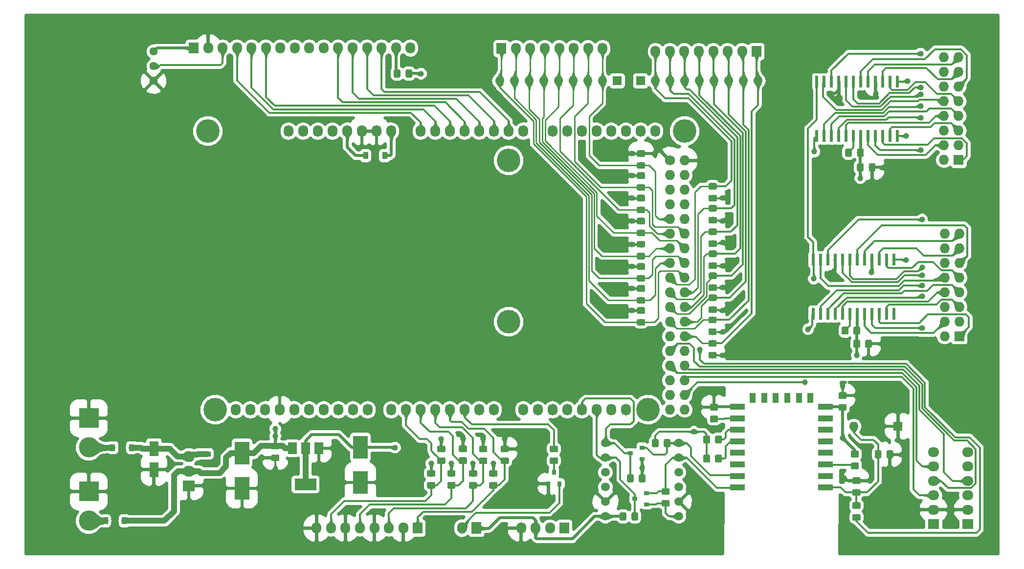
<source format=gbr>
G04 #@! TF.GenerationSoftware,KiCad,Pcbnew,(5.0.0-rc3)*
G04 #@! TF.CreationDate,2018-08-17T20:48:23-07:00*
G04 #@! TF.ProjectId,PCV MATOME MAIN V5-KICAD 5.0,504356204D41544F4D45204D41494E20,rev?*
G04 #@! TF.SameCoordinates,Original*
G04 #@! TF.FileFunction,Copper,L1,Top,Signal*
G04 #@! TF.FilePolarity,Positive*
%FSLAX46Y46*%
G04 Gerber Fmt 4.6, Leading zero omitted, Abs format (unit mm)*
G04 Created by KiCad (PCBNEW (5.0.0-rc3)) date 08/17/18 20:48:23*
%MOMM*%
%LPD*%
G01*
G04 APERTURE LIST*
G04 #@! TA.AperFunction,SMDPad,CuDef*
%ADD10R,3.800000X2.000000*%
G04 #@! TD*
G04 #@! TA.AperFunction,SMDPad,CuDef*
%ADD11R,1.500000X2.000000*%
G04 #@! TD*
G04 #@! TA.AperFunction,SMDPad,CuDef*
%ADD12R,2.500000X4.000000*%
G04 #@! TD*
G04 #@! TA.AperFunction,Conductor*
%ADD13C,0.100000*%
G04 #@! TD*
G04 #@! TA.AperFunction,SMDPad,CuDef*
%ADD14C,1.150000*%
G04 #@! TD*
G04 #@! TA.AperFunction,ComponentPad*
%ADD15C,1.727200*%
G04 #@! TD*
G04 #@! TA.AperFunction,ComponentPad*
%ADD16O,1.727200X1.727200*%
G04 #@! TD*
G04 #@! TA.AperFunction,ComponentPad*
%ADD17O,1.727200X2.032000*%
G04 #@! TD*
G04 #@! TA.AperFunction,ComponentPad*
%ADD18C,4.064000*%
G04 #@! TD*
G04 #@! TA.AperFunction,SMDPad,CuDef*
%ADD19R,2.500000X1.000000*%
G04 #@! TD*
G04 #@! TA.AperFunction,SMDPad,CuDef*
%ADD20R,1.000000X1.800000*%
G04 #@! TD*
G04 #@! TA.AperFunction,SMDPad,CuDef*
%ADD21R,1.600000X2.600000*%
G04 #@! TD*
G04 #@! TA.AperFunction,SMDPad,CuDef*
%ADD22R,0.900000X1.200000*%
G04 #@! TD*
G04 #@! TA.AperFunction,SMDPad,CuDef*
%ADD23R,1.200000X0.900000*%
G04 #@! TD*
G04 #@! TA.AperFunction,SMDPad,CuDef*
%ADD24R,0.900000X0.800000*%
G04 #@! TD*
G04 #@! TA.AperFunction,ComponentPad*
%ADD25C,1.440000*%
G04 #@! TD*
G04 #@! TA.AperFunction,ComponentPad*
%ADD26R,1.600000X1.600000*%
G04 #@! TD*
G04 #@! TA.AperFunction,ComponentPad*
%ADD27O,1.600000X1.600000*%
G04 #@! TD*
G04 #@! TA.AperFunction,SMDPad,CuDef*
%ADD28R,0.600000X2.000000*%
G04 #@! TD*
G04 #@! TA.AperFunction,ComponentPad*
%ADD29R,2.000000X1.905000*%
G04 #@! TD*
G04 #@! TA.AperFunction,ComponentPad*
%ADD30O,2.000000X1.905000*%
G04 #@! TD*
G04 #@! TA.AperFunction,ComponentPad*
%ADD31C,1.500000*%
G04 #@! TD*
G04 #@! TA.AperFunction,ComponentPad*
%ADD32R,1.727200X1.727200*%
G04 #@! TD*
G04 #@! TA.AperFunction,ComponentPad*
%ADD33O,1.950000X1.700000*%
G04 #@! TD*
G04 #@! TA.AperFunction,ComponentPad*
%ADD34R,1.950000X1.700000*%
G04 #@! TD*
G04 #@! TA.AperFunction,ComponentPad*
%ADD35R,1.700000X1.950000*%
G04 #@! TD*
G04 #@! TA.AperFunction,ComponentPad*
%ADD36O,1.700000X1.950000*%
G04 #@! TD*
G04 #@! TA.AperFunction,ComponentPad*
%ADD37R,1.700000X2.000000*%
G04 #@! TD*
G04 #@! TA.AperFunction,ComponentPad*
%ADD38O,1.700000X2.000000*%
G04 #@! TD*
G04 #@! TA.AperFunction,SMDPad,CuDef*
%ADD39R,0.800000X0.900000*%
G04 #@! TD*
G04 #@! TA.AperFunction,ComponentPad*
%ADD40C,3.500120*%
G04 #@! TD*
G04 #@! TA.AperFunction,ComponentPad*
%ADD41R,3.500120X3.500120*%
G04 #@! TD*
G04 #@! TA.AperFunction,ViaPad*
%ADD42C,1.000000*%
G04 #@! TD*
G04 #@! TA.AperFunction,Conductor*
%ADD43C,0.500000*%
G04 #@! TD*
G04 #@! TA.AperFunction,Conductor*
%ADD44C,0.300000*%
G04 #@! TD*
G04 #@! TA.AperFunction,Conductor*
%ADD45C,1.000000*%
G04 #@! TD*
G04 #@! TA.AperFunction,Conductor*
%ADD46C,0.250000*%
G04 #@! TD*
G04 #@! TA.AperFunction,Conductor*
%ADD47C,0.025400*%
G04 #@! TD*
G04 APERTURE END LIST*
D10*
G04 #@! TO.P,U5,2*
G04 #@! TO.N,LV*
X134250000Y-132150000D03*
D11*
X134250000Y-125850000D03*
G04 #@! TO.P,U5,3*
G04 #@! TO.N,HV*
X131950000Y-125850000D03*
G04 #@! TO.P,U5,1*
G04 #@! TO.N,Net-(C1-Pad1)*
X136550000Y-125850000D03*
G04 #@! TD*
D12*
G04 #@! TO.P,C28,1*
G04 #@! TO.N,HV*
X123250000Y-126700000D03*
G04 #@! TO.P,C28,2*
G04 #@! TO.N,Net-(C1-Pad1)*
X123250000Y-132800000D03*
G04 #@! TD*
D13*
G04 #@! TO.N,Net-(C1-Pad1)*
G04 #@! TO.C,C25*
G36*
X129474505Y-126951204D02*
X129498773Y-126954804D01*
X129522572Y-126960765D01*
X129545671Y-126969030D01*
X129567850Y-126979520D01*
X129588893Y-126992132D01*
X129608599Y-127006747D01*
X129626777Y-127023223D01*
X129643253Y-127041401D01*
X129657868Y-127061107D01*
X129670480Y-127082150D01*
X129680970Y-127104329D01*
X129689235Y-127127428D01*
X129695196Y-127151227D01*
X129698796Y-127175495D01*
X129700000Y-127199999D01*
X129700000Y-127850001D01*
X129698796Y-127874505D01*
X129695196Y-127898773D01*
X129689235Y-127922572D01*
X129680970Y-127945671D01*
X129670480Y-127967850D01*
X129657868Y-127988893D01*
X129643253Y-128008599D01*
X129626777Y-128026777D01*
X129608599Y-128043253D01*
X129588893Y-128057868D01*
X129567850Y-128070480D01*
X129545671Y-128080970D01*
X129522572Y-128089235D01*
X129498773Y-128095196D01*
X129474505Y-128098796D01*
X129450001Y-128100000D01*
X128549999Y-128100000D01*
X128525495Y-128098796D01*
X128501227Y-128095196D01*
X128477428Y-128089235D01*
X128454329Y-128080970D01*
X128432150Y-128070480D01*
X128411107Y-128057868D01*
X128391401Y-128043253D01*
X128373223Y-128026777D01*
X128356747Y-128008599D01*
X128342132Y-127988893D01*
X128329520Y-127967850D01*
X128319030Y-127945671D01*
X128310765Y-127922572D01*
X128304804Y-127898773D01*
X128301204Y-127874505D01*
X128300000Y-127850001D01*
X128300000Y-127199999D01*
X128301204Y-127175495D01*
X128304804Y-127151227D01*
X128310765Y-127127428D01*
X128319030Y-127104329D01*
X128329520Y-127082150D01*
X128342132Y-127061107D01*
X128356747Y-127041401D01*
X128373223Y-127023223D01*
X128391401Y-127006747D01*
X128411107Y-126992132D01*
X128432150Y-126979520D01*
X128454329Y-126969030D01*
X128477428Y-126960765D01*
X128501227Y-126954804D01*
X128525495Y-126951204D01*
X128549999Y-126950000D01*
X129450001Y-126950000D01*
X129474505Y-126951204D01*
X129474505Y-126951204D01*
G37*
D14*
G04 #@! TD*
G04 #@! TO.P,C25,2*
G04 #@! TO.N,Net-(C1-Pad1)*
X129000000Y-127525000D03*
D13*
G04 #@! TO.N,HV*
G04 #@! TO.C,C25*
G36*
X129474505Y-124901204D02*
X129498773Y-124904804D01*
X129522572Y-124910765D01*
X129545671Y-124919030D01*
X129567850Y-124929520D01*
X129588893Y-124942132D01*
X129608599Y-124956747D01*
X129626777Y-124973223D01*
X129643253Y-124991401D01*
X129657868Y-125011107D01*
X129670480Y-125032150D01*
X129680970Y-125054329D01*
X129689235Y-125077428D01*
X129695196Y-125101227D01*
X129698796Y-125125495D01*
X129700000Y-125149999D01*
X129700000Y-125800001D01*
X129698796Y-125824505D01*
X129695196Y-125848773D01*
X129689235Y-125872572D01*
X129680970Y-125895671D01*
X129670480Y-125917850D01*
X129657868Y-125938893D01*
X129643253Y-125958599D01*
X129626777Y-125976777D01*
X129608599Y-125993253D01*
X129588893Y-126007868D01*
X129567850Y-126020480D01*
X129545671Y-126030970D01*
X129522572Y-126039235D01*
X129498773Y-126045196D01*
X129474505Y-126048796D01*
X129450001Y-126050000D01*
X128549999Y-126050000D01*
X128525495Y-126048796D01*
X128501227Y-126045196D01*
X128477428Y-126039235D01*
X128454329Y-126030970D01*
X128432150Y-126020480D01*
X128411107Y-126007868D01*
X128391401Y-125993253D01*
X128373223Y-125976777D01*
X128356747Y-125958599D01*
X128342132Y-125938893D01*
X128329520Y-125917850D01*
X128319030Y-125895671D01*
X128310765Y-125872572D01*
X128304804Y-125848773D01*
X128301204Y-125824505D01*
X128300000Y-125800001D01*
X128300000Y-125149999D01*
X128301204Y-125125495D01*
X128304804Y-125101227D01*
X128310765Y-125077428D01*
X128319030Y-125054329D01*
X128329520Y-125032150D01*
X128342132Y-125011107D01*
X128356747Y-124991401D01*
X128373223Y-124973223D01*
X128391401Y-124956747D01*
X128411107Y-124942132D01*
X128432150Y-124929520D01*
X128454329Y-124919030D01*
X128477428Y-124910765D01*
X128501227Y-124904804D01*
X128525495Y-124901204D01*
X128549999Y-124900000D01*
X129450001Y-124900000D01*
X129474505Y-124901204D01*
X129474505Y-124901204D01*
G37*
D14*
G04 #@! TD*
G04 #@! TO.P,C25,1*
G04 #@! TO.N,HV*
X129000000Y-125475000D03*
D15*
G04 #@! TO.P,P4,1*
G04 #@! TO.N,Net-(C1-Pad1)*
X197349516Y-76012509D03*
D16*
G04 #@! TO.P,P4,2*
X199889516Y-76012509D03*
G04 #@! TO.P,P4,3*
G04 #@! TO.N,N/C*
X197349516Y-78552509D03*
G04 #@! TO.P,P4,4*
X199889516Y-78552509D03*
G04 #@! TO.P,P4,5*
X197349516Y-81092509D03*
G04 #@! TO.P,P4,6*
X199889516Y-81092509D03*
G04 #@! TO.P,P4,7*
X197349516Y-83632509D03*
G04 #@! TO.P,P4,8*
X199889516Y-83632509D03*
G04 #@! TO.P,P4,9*
G04 #@! TO.N,SW16*
X197349516Y-86172509D03*
G04 #@! TO.P,P4,10*
G04 #@! TO.N,RESET_ESP*
X199889516Y-86172509D03*
G04 #@! TO.P,P4,11*
G04 #@! TO.N,SW14*
X197349516Y-88712509D03*
G04 #@! TO.P,P4,12*
G04 #@! TO.N,SW15*
X199889516Y-88712509D03*
G04 #@! TO.P,P4,13*
G04 #@! TO.N,SW12*
X197349516Y-91252509D03*
G04 #@! TO.P,P4,14*
G04 #@! TO.N,SW13*
X199889516Y-91252509D03*
G04 #@! TO.P,P4,15*
G04 #@! TO.N,SW10*
X197349516Y-93792509D03*
G04 #@! TO.P,P4,16*
G04 #@! TO.N,SW11*
X199889516Y-93792509D03*
G04 #@! TO.P,P4,17*
G04 #@! TO.N,SW8*
X197349516Y-96332509D03*
G04 #@! TO.P,P4,18*
G04 #@! TO.N,SW9*
X199889516Y-96332509D03*
G04 #@! TO.P,P4,19*
G04 #@! TO.N,SW6*
X197349516Y-98872509D03*
G04 #@! TO.P,P4,20*
G04 #@! TO.N,SW7*
X199889516Y-98872509D03*
G04 #@! TO.P,P4,21*
G04 #@! TO.N,SW4*
X197349516Y-101412509D03*
G04 #@! TO.P,P4,22*
G04 #@! TO.N,SW5*
X199889516Y-101412509D03*
G04 #@! TO.P,P4,23*
G04 #@! TO.N,SW2*
X197349516Y-103952509D03*
G04 #@! TO.P,P4,24*
G04 #@! TO.N,SW3*
X199889516Y-103952509D03*
G04 #@! TO.P,P4,25*
G04 #@! TO.N,N/C*
X197349516Y-106492509D03*
G04 #@! TO.P,P4,26*
G04 #@! TO.N,SW1*
X199889516Y-106492509D03*
G04 #@! TO.P,P4,27*
G04 #@! TO.N,SC2*
X197349516Y-109032509D03*
G04 #@! TO.P,P4,28*
G04 #@! TO.N,N/C*
X199889516Y-109032509D03*
G04 #@! TO.P,P4,29*
G04 #@! TO.N,SCK*
X197349516Y-111572509D03*
G04 #@! TO.P,P4,30*
G04 #@! TO.N,SC1*
X199889516Y-111572509D03*
G04 #@! TO.P,P4,31*
G04 #@! TO.N,CLK_M*
X197349516Y-114112509D03*
G04 #@! TO.P,P4,32*
G04 #@! TO.N,DIN*
X199889516Y-114112509D03*
G04 #@! TO.P,P4,33*
G04 #@! TO.N,DIN_M*
X197349516Y-116652509D03*
G04 #@! TO.P,P4,34*
G04 #@! TO.N,SC_M*
X199889516Y-116652509D03*
G04 #@! TO.P,P4,35*
G04 #@! TO.N,HV*
X197349516Y-119192509D03*
G04 #@! TO.P,P4,36*
X199889516Y-119192509D03*
G04 #@! TD*
D17*
G04 #@! TO.P,P1,1*
G04 #@! TO.N,N/C*
X131309516Y-70932509D03*
G04 #@! TO.P,P1,2*
X133849516Y-70932509D03*
G04 #@! TO.P,P1,3*
X136389516Y-70932509D03*
G04 #@! TO.P,P1,4*
X138929516Y-70932509D03*
G04 #@! TO.P,P1,5*
G04 #@! TO.N,HV*
X141469516Y-70932509D03*
G04 #@! TO.P,P1,6*
G04 #@! TO.N,Net-(C1-Pad1)*
X144009516Y-70932509D03*
G04 #@! TO.P,P1,7*
X146549516Y-70932509D03*
G04 #@! TO.P,P1,8*
G04 #@! TO.N,/Vin*
X149089516Y-70932509D03*
G04 #@! TD*
G04 #@! TO.P,P2,1*
G04 #@! TO.N,RS*
X154169516Y-70932509D03*
G04 #@! TO.P,P2,2*
G04 #@! TO.N,RW*
X156709516Y-70932509D03*
G04 #@! TO.P,P2,3*
G04 #@! TO.N,EN*
X159249516Y-70932509D03*
G04 #@! TO.P,P2,4*
G04 #@! TO.N,D4*
X161789516Y-70932509D03*
G04 #@! TO.P,P2,5*
G04 #@! TO.N,D5*
X164329516Y-70932509D03*
G04 #@! TO.P,P2,6*
G04 #@! TO.N,D6*
X166869516Y-70932509D03*
G04 #@! TO.P,P2,7*
G04 #@! TO.N,D7*
X169409516Y-70932509D03*
G04 #@! TO.P,P2,8*
G04 #@! TO.N,N/C*
X171949516Y-70932509D03*
G04 #@! TD*
G04 #@! TO.P,P3,1*
G04 #@! TO.N,N/C*
X177029516Y-70932509D03*
G04 #@! TO.P,P3,2*
X179569516Y-70932509D03*
G04 #@! TO.P,P3,3*
X182109516Y-70932509D03*
G04 #@! TO.P,P3,4*
X184649516Y-70932509D03*
G04 #@! TO.P,P3,5*
X187189516Y-70932509D03*
G04 #@! TO.P,P3,6*
X189729516Y-70932509D03*
G04 #@! TO.P,P3,7*
X192269516Y-70932509D03*
G04 #@! TO.P,P3,8*
X194809516Y-70932509D03*
G04 #@! TD*
G04 #@! TO.P,P5,1*
G04 #@! TO.N,N/C*
X122165516Y-119192509D03*
G04 #@! TO.P,P5,2*
X124705516Y-119192509D03*
G04 #@! TO.P,P5,3*
X127245516Y-119192509D03*
G04 #@! TO.P,P5,4*
G04 #@! TO.N,Net-(C1-Pad1)*
X129785516Y-119192509D03*
G04 #@! TO.P,P5,5*
G04 #@! TO.N,N/C*
X132325516Y-119192509D03*
G04 #@! TO.P,P5,6*
X134865516Y-119192509D03*
G04 #@! TO.P,P5,7*
X137405516Y-119192509D03*
G04 #@! TO.P,P5,8*
X139945516Y-119192509D03*
G04 #@! TO.P,P5,9*
X142485516Y-119192509D03*
G04 #@! TO.P,P5,10*
X145025516Y-119192509D03*
G04 #@! TD*
G04 #@! TO.P,P6,1*
G04 #@! TO.N,N/C*
X149089516Y-119192509D03*
G04 #@! TO.P,P6,2*
G04 #@! TO.N,SET*
X151629516Y-119192509D03*
G04 #@! TO.P,P6,3*
G04 #@! TO.N,HOME*
X154169516Y-119192509D03*
G04 #@! TO.P,P6,4*
G04 #@! TO.N,BACK*
X156709516Y-119192509D03*
G04 #@! TO.P,P6,5*
G04 #@! TO.N,NEXT*
X159249516Y-119192509D03*
G04 #@! TO.P,P6,6*
G04 #@! TO.N,BUZZER*
X161789516Y-119192509D03*
G04 #@! TO.P,P6,7*
G04 #@! TO.N,N/C*
X164329516Y-119192509D03*
G04 #@! TO.P,P6,8*
X166869516Y-119192509D03*
G04 #@! TD*
G04 #@! TO.P,P7,1*
G04 #@! TO.N,N/C*
X171949516Y-119192509D03*
G04 #@! TO.P,P7,2*
X174489516Y-119192509D03*
G04 #@! TO.P,P7,3*
X177029516Y-119192509D03*
G04 #@! TO.P,P7,4*
X179569516Y-119192509D03*
G04 #@! TO.P,P7,5*
G04 #@! TO.N,RX5V*
X182109516Y-119192509D03*
G04 #@! TO.P,P7,6*
G04 #@! TO.N,TX5V*
X184649516Y-119192509D03*
G04 #@! TO.P,P7,7*
G04 #@! TO.N,SDA*
X187189516Y-119192509D03*
G04 #@! TO.P,P7,8*
G04 #@! TO.N,SCL*
X189729516Y-119192509D03*
G04 #@! TD*
D18*
G04 #@! TO.P,P8,1*
G04 #@! TO.N,N/C*
X117339516Y-70932509D03*
G04 #@! TD*
G04 #@! TO.P,P9,1*
G04 #@! TO.N,N/C*
X169409516Y-76012509D03*
G04 #@! TD*
G04 #@! TO.P,P10,1*
G04 #@! TO.N,N/C*
X199889516Y-70932509D03*
G04 #@! TD*
G04 #@! TO.P,P11,1*
G04 #@! TO.N,N/C*
X118609516Y-119192509D03*
G04 #@! TD*
G04 #@! TO.P,P12,1*
G04 #@! TO.N,N/C*
X169409516Y-103952509D03*
G04 #@! TD*
G04 #@! TO.P,P13,1*
G04 #@! TO.N,N/C*
X193539516Y-119192509D03*
G04 #@! TD*
D19*
G04 #@! TO.P,U2,1*
G04 #@! TO.N,Net-(C1-Pad2)*
X224262000Y-132659000D03*
G04 #@! TO.P,U2,2*
G04 #@! TO.N,N/C*
X224262000Y-130659000D03*
G04 #@! TO.P,U2,3*
G04 #@! TO.N,Net-(R2-Pad1)*
X224262000Y-128659000D03*
G04 #@! TO.P,U2,4*
G04 #@! TO.N,N/C*
X224262000Y-126659000D03*
G04 #@! TO.P,U2,5*
X224262000Y-124659000D03*
G04 #@! TO.P,U2,6*
X224262000Y-122659000D03*
G04 #@! TO.P,U2,7*
X224262000Y-120659000D03*
G04 #@! TO.P,U2,8*
G04 #@! TO.N,LV*
X224262000Y-118659000D03*
D20*
G04 #@! TO.P,U2,9*
G04 #@! TO.N,N/C*
X221662000Y-117159000D03*
G04 #@! TO.P,U2,10*
X219662000Y-117159000D03*
G04 #@! TO.P,U2,11*
X217662000Y-117159000D03*
G04 #@! TO.P,U2,12*
X215662000Y-117159000D03*
G04 #@! TO.P,U2,13*
X213662000Y-117159000D03*
G04 #@! TO.P,U2,14*
X211662000Y-117159000D03*
D19*
G04 #@! TO.P,U2,15*
G04 #@! TO.N,Net-(C1-Pad1)*
X209062000Y-118659000D03*
G04 #@! TO.P,U2,16*
G04 #@! TO.N,Net-(R5-Pad2)*
X209062000Y-120659000D03*
G04 #@! TO.P,U2,17*
G04 #@! TO.N,Net-(R7-Pad2)*
X209062000Y-122659000D03*
G04 #@! TO.P,U2,18*
G04 #@! TO.N,Net-(R6-Pad2)*
X209062000Y-124659000D03*
G04 #@! TO.P,U2,19*
G04 #@! TO.N,N/C*
X209062000Y-126659000D03*
G04 #@! TO.P,U2,20*
X209062000Y-128659000D03*
G04 #@! TO.P,U2,21*
G04 #@! TO.N,RX3.3V*
X209062000Y-130659000D03*
G04 #@! TO.P,U2,22*
G04 #@! TO.N,TX3.3V*
X209062000Y-132659000D03*
G04 #@! TD*
D13*
G04 #@! TO.N,Net-(C1-Pad1)*
G04 #@! TO.C,C1*
G36*
X235774505Y-126201204D02*
X235798773Y-126204804D01*
X235822572Y-126210765D01*
X235845671Y-126219030D01*
X235867850Y-126229520D01*
X235888893Y-126242132D01*
X235908599Y-126256747D01*
X235926777Y-126273223D01*
X235943253Y-126291401D01*
X235957868Y-126311107D01*
X235970480Y-126332150D01*
X235980970Y-126354329D01*
X235989235Y-126377428D01*
X235995196Y-126401227D01*
X235998796Y-126425495D01*
X236000000Y-126449999D01*
X236000000Y-127350001D01*
X235998796Y-127374505D01*
X235995196Y-127398773D01*
X235989235Y-127422572D01*
X235980970Y-127445671D01*
X235970480Y-127467850D01*
X235957868Y-127488893D01*
X235943253Y-127508599D01*
X235926777Y-127526777D01*
X235908599Y-127543253D01*
X235888893Y-127557868D01*
X235867850Y-127570480D01*
X235845671Y-127580970D01*
X235822572Y-127589235D01*
X235798773Y-127595196D01*
X235774505Y-127598796D01*
X235750001Y-127600000D01*
X235099999Y-127600000D01*
X235075495Y-127598796D01*
X235051227Y-127595196D01*
X235027428Y-127589235D01*
X235004329Y-127580970D01*
X234982150Y-127570480D01*
X234961107Y-127557868D01*
X234941401Y-127543253D01*
X234923223Y-127526777D01*
X234906747Y-127508599D01*
X234892132Y-127488893D01*
X234879520Y-127467850D01*
X234869030Y-127445671D01*
X234860765Y-127422572D01*
X234854804Y-127398773D01*
X234851204Y-127374505D01*
X234850000Y-127350001D01*
X234850000Y-126449999D01*
X234851204Y-126425495D01*
X234854804Y-126401227D01*
X234860765Y-126377428D01*
X234869030Y-126354329D01*
X234879520Y-126332150D01*
X234892132Y-126311107D01*
X234906747Y-126291401D01*
X234923223Y-126273223D01*
X234941401Y-126256747D01*
X234961107Y-126242132D01*
X234982150Y-126229520D01*
X235004329Y-126219030D01*
X235027428Y-126210765D01*
X235051227Y-126204804D01*
X235075495Y-126201204D01*
X235099999Y-126200000D01*
X235750001Y-126200000D01*
X235774505Y-126201204D01*
X235774505Y-126201204D01*
G37*
D14*
G04 #@! TD*
G04 #@! TO.P,C1,1*
G04 #@! TO.N,Net-(C1-Pad1)*
X235425000Y-126900000D03*
D13*
G04 #@! TO.N,Net-(C1-Pad2)*
G04 #@! TO.C,C1*
G36*
X233724505Y-126201204D02*
X233748773Y-126204804D01*
X233772572Y-126210765D01*
X233795671Y-126219030D01*
X233817850Y-126229520D01*
X233838893Y-126242132D01*
X233858599Y-126256747D01*
X233876777Y-126273223D01*
X233893253Y-126291401D01*
X233907868Y-126311107D01*
X233920480Y-126332150D01*
X233930970Y-126354329D01*
X233939235Y-126377428D01*
X233945196Y-126401227D01*
X233948796Y-126425495D01*
X233950000Y-126449999D01*
X233950000Y-127350001D01*
X233948796Y-127374505D01*
X233945196Y-127398773D01*
X233939235Y-127422572D01*
X233930970Y-127445671D01*
X233920480Y-127467850D01*
X233907868Y-127488893D01*
X233893253Y-127508599D01*
X233876777Y-127526777D01*
X233858599Y-127543253D01*
X233838893Y-127557868D01*
X233817850Y-127570480D01*
X233795671Y-127580970D01*
X233772572Y-127589235D01*
X233748773Y-127595196D01*
X233724505Y-127598796D01*
X233700001Y-127600000D01*
X233049999Y-127600000D01*
X233025495Y-127598796D01*
X233001227Y-127595196D01*
X232977428Y-127589235D01*
X232954329Y-127580970D01*
X232932150Y-127570480D01*
X232911107Y-127557868D01*
X232891401Y-127543253D01*
X232873223Y-127526777D01*
X232856747Y-127508599D01*
X232842132Y-127488893D01*
X232829520Y-127467850D01*
X232819030Y-127445671D01*
X232810765Y-127422572D01*
X232804804Y-127398773D01*
X232801204Y-127374505D01*
X232800000Y-127350001D01*
X232800000Y-126449999D01*
X232801204Y-126425495D01*
X232804804Y-126401227D01*
X232810765Y-126377428D01*
X232819030Y-126354329D01*
X232829520Y-126332150D01*
X232842132Y-126311107D01*
X232856747Y-126291401D01*
X232873223Y-126273223D01*
X232891401Y-126256747D01*
X232911107Y-126242132D01*
X232932150Y-126229520D01*
X232954329Y-126219030D01*
X232977428Y-126210765D01*
X233001227Y-126204804D01*
X233025495Y-126201204D01*
X233049999Y-126200000D01*
X233700001Y-126200000D01*
X233724505Y-126201204D01*
X233724505Y-126201204D01*
G37*
D14*
G04 #@! TD*
G04 #@! TO.P,C1,2*
G04 #@! TO.N,Net-(C1-Pad2)*
X233375000Y-126900000D03*
D13*
G04 #@! TO.N,LV*
G04 #@! TO.C,C2*
G36*
X227724505Y-118201204D02*
X227748773Y-118204804D01*
X227772572Y-118210765D01*
X227795671Y-118219030D01*
X227817850Y-118229520D01*
X227838893Y-118242132D01*
X227858599Y-118256747D01*
X227876777Y-118273223D01*
X227893253Y-118291401D01*
X227907868Y-118311107D01*
X227920480Y-118332150D01*
X227930970Y-118354329D01*
X227939235Y-118377428D01*
X227945196Y-118401227D01*
X227948796Y-118425495D01*
X227950000Y-118449999D01*
X227950000Y-119100001D01*
X227948796Y-119124505D01*
X227945196Y-119148773D01*
X227939235Y-119172572D01*
X227930970Y-119195671D01*
X227920480Y-119217850D01*
X227907868Y-119238893D01*
X227893253Y-119258599D01*
X227876777Y-119276777D01*
X227858599Y-119293253D01*
X227838893Y-119307868D01*
X227817850Y-119320480D01*
X227795671Y-119330970D01*
X227772572Y-119339235D01*
X227748773Y-119345196D01*
X227724505Y-119348796D01*
X227700001Y-119350000D01*
X226799999Y-119350000D01*
X226775495Y-119348796D01*
X226751227Y-119345196D01*
X226727428Y-119339235D01*
X226704329Y-119330970D01*
X226682150Y-119320480D01*
X226661107Y-119307868D01*
X226641401Y-119293253D01*
X226623223Y-119276777D01*
X226606747Y-119258599D01*
X226592132Y-119238893D01*
X226579520Y-119217850D01*
X226569030Y-119195671D01*
X226560765Y-119172572D01*
X226554804Y-119148773D01*
X226551204Y-119124505D01*
X226550000Y-119100001D01*
X226550000Y-118449999D01*
X226551204Y-118425495D01*
X226554804Y-118401227D01*
X226560765Y-118377428D01*
X226569030Y-118354329D01*
X226579520Y-118332150D01*
X226592132Y-118311107D01*
X226606747Y-118291401D01*
X226623223Y-118273223D01*
X226641401Y-118256747D01*
X226661107Y-118242132D01*
X226682150Y-118229520D01*
X226704329Y-118219030D01*
X226727428Y-118210765D01*
X226751227Y-118204804D01*
X226775495Y-118201204D01*
X226799999Y-118200000D01*
X227700001Y-118200000D01*
X227724505Y-118201204D01*
X227724505Y-118201204D01*
G37*
D14*
G04 #@! TD*
G04 #@! TO.P,C2,1*
G04 #@! TO.N,LV*
X227250000Y-118775000D03*
D13*
G04 #@! TO.N,Net-(C1-Pad1)*
G04 #@! TO.C,C2*
G36*
X227724505Y-116151204D02*
X227748773Y-116154804D01*
X227772572Y-116160765D01*
X227795671Y-116169030D01*
X227817850Y-116179520D01*
X227838893Y-116192132D01*
X227858599Y-116206747D01*
X227876777Y-116223223D01*
X227893253Y-116241401D01*
X227907868Y-116261107D01*
X227920480Y-116282150D01*
X227930970Y-116304329D01*
X227939235Y-116327428D01*
X227945196Y-116351227D01*
X227948796Y-116375495D01*
X227950000Y-116399999D01*
X227950000Y-117050001D01*
X227948796Y-117074505D01*
X227945196Y-117098773D01*
X227939235Y-117122572D01*
X227930970Y-117145671D01*
X227920480Y-117167850D01*
X227907868Y-117188893D01*
X227893253Y-117208599D01*
X227876777Y-117226777D01*
X227858599Y-117243253D01*
X227838893Y-117257868D01*
X227817850Y-117270480D01*
X227795671Y-117280970D01*
X227772572Y-117289235D01*
X227748773Y-117295196D01*
X227724505Y-117298796D01*
X227700001Y-117300000D01*
X226799999Y-117300000D01*
X226775495Y-117298796D01*
X226751227Y-117295196D01*
X226727428Y-117289235D01*
X226704329Y-117280970D01*
X226682150Y-117270480D01*
X226661107Y-117257868D01*
X226641401Y-117243253D01*
X226623223Y-117226777D01*
X226606747Y-117208599D01*
X226592132Y-117188893D01*
X226579520Y-117167850D01*
X226569030Y-117145671D01*
X226560765Y-117122572D01*
X226554804Y-117098773D01*
X226551204Y-117074505D01*
X226550000Y-117050001D01*
X226550000Y-116399999D01*
X226551204Y-116375495D01*
X226554804Y-116351227D01*
X226560765Y-116327428D01*
X226569030Y-116304329D01*
X226579520Y-116282150D01*
X226592132Y-116261107D01*
X226606747Y-116241401D01*
X226623223Y-116223223D01*
X226641401Y-116206747D01*
X226661107Y-116192132D01*
X226682150Y-116179520D01*
X226704329Y-116169030D01*
X226727428Y-116160765D01*
X226751227Y-116154804D01*
X226775495Y-116151204D01*
X226799999Y-116150000D01*
X227700001Y-116150000D01*
X227724505Y-116151204D01*
X227724505Y-116151204D01*
G37*
D14*
G04 #@! TD*
G04 #@! TO.P,C2,2*
G04 #@! TO.N,Net-(C1-Pad1)*
X227250000Y-116725000D03*
D13*
G04 #@! TO.N,HV*
G04 #@! TO.C,C3*
G36*
X230030505Y-107061204D02*
X230054773Y-107064804D01*
X230078572Y-107070765D01*
X230101671Y-107079030D01*
X230123850Y-107089520D01*
X230144893Y-107102132D01*
X230164599Y-107116747D01*
X230182777Y-107133223D01*
X230199253Y-107151401D01*
X230213868Y-107171107D01*
X230226480Y-107192150D01*
X230236970Y-107214329D01*
X230245235Y-107237428D01*
X230251196Y-107261227D01*
X230254796Y-107285495D01*
X230256000Y-107309999D01*
X230256000Y-108210001D01*
X230254796Y-108234505D01*
X230251196Y-108258773D01*
X230245235Y-108282572D01*
X230236970Y-108305671D01*
X230226480Y-108327850D01*
X230213868Y-108348893D01*
X230199253Y-108368599D01*
X230182777Y-108386777D01*
X230164599Y-108403253D01*
X230144893Y-108417868D01*
X230123850Y-108430480D01*
X230101671Y-108440970D01*
X230078572Y-108449235D01*
X230054773Y-108455196D01*
X230030505Y-108458796D01*
X230006001Y-108460000D01*
X229355999Y-108460000D01*
X229331495Y-108458796D01*
X229307227Y-108455196D01*
X229283428Y-108449235D01*
X229260329Y-108440970D01*
X229238150Y-108430480D01*
X229217107Y-108417868D01*
X229197401Y-108403253D01*
X229179223Y-108386777D01*
X229162747Y-108368599D01*
X229148132Y-108348893D01*
X229135520Y-108327850D01*
X229125030Y-108305671D01*
X229116765Y-108282572D01*
X229110804Y-108258773D01*
X229107204Y-108234505D01*
X229106000Y-108210001D01*
X229106000Y-107309999D01*
X229107204Y-107285495D01*
X229110804Y-107261227D01*
X229116765Y-107237428D01*
X229125030Y-107214329D01*
X229135520Y-107192150D01*
X229148132Y-107171107D01*
X229162747Y-107151401D01*
X229179223Y-107133223D01*
X229197401Y-107116747D01*
X229217107Y-107102132D01*
X229238150Y-107089520D01*
X229260329Y-107079030D01*
X229283428Y-107070765D01*
X229307227Y-107064804D01*
X229331495Y-107061204D01*
X229355999Y-107060000D01*
X230006001Y-107060000D01*
X230030505Y-107061204D01*
X230030505Y-107061204D01*
G37*
D14*
G04 #@! TD*
G04 #@! TO.P,C3,2*
G04 #@! TO.N,HV*
X229681000Y-107760000D03*
D13*
G04 #@! TO.N,Net-(C1-Pad1)*
G04 #@! TO.C,C3*
G36*
X232080505Y-107061204D02*
X232104773Y-107064804D01*
X232128572Y-107070765D01*
X232151671Y-107079030D01*
X232173850Y-107089520D01*
X232194893Y-107102132D01*
X232214599Y-107116747D01*
X232232777Y-107133223D01*
X232249253Y-107151401D01*
X232263868Y-107171107D01*
X232276480Y-107192150D01*
X232286970Y-107214329D01*
X232295235Y-107237428D01*
X232301196Y-107261227D01*
X232304796Y-107285495D01*
X232306000Y-107309999D01*
X232306000Y-108210001D01*
X232304796Y-108234505D01*
X232301196Y-108258773D01*
X232295235Y-108282572D01*
X232286970Y-108305671D01*
X232276480Y-108327850D01*
X232263868Y-108348893D01*
X232249253Y-108368599D01*
X232232777Y-108386777D01*
X232214599Y-108403253D01*
X232194893Y-108417868D01*
X232173850Y-108430480D01*
X232151671Y-108440970D01*
X232128572Y-108449235D01*
X232104773Y-108455196D01*
X232080505Y-108458796D01*
X232056001Y-108460000D01*
X231405999Y-108460000D01*
X231381495Y-108458796D01*
X231357227Y-108455196D01*
X231333428Y-108449235D01*
X231310329Y-108440970D01*
X231288150Y-108430480D01*
X231267107Y-108417868D01*
X231247401Y-108403253D01*
X231229223Y-108386777D01*
X231212747Y-108368599D01*
X231198132Y-108348893D01*
X231185520Y-108327850D01*
X231175030Y-108305671D01*
X231166765Y-108282572D01*
X231160804Y-108258773D01*
X231157204Y-108234505D01*
X231156000Y-108210001D01*
X231156000Y-107309999D01*
X231157204Y-107285495D01*
X231160804Y-107261227D01*
X231166765Y-107237428D01*
X231175030Y-107214329D01*
X231185520Y-107192150D01*
X231198132Y-107171107D01*
X231212747Y-107151401D01*
X231229223Y-107133223D01*
X231247401Y-107116747D01*
X231267107Y-107102132D01*
X231288150Y-107089520D01*
X231310329Y-107079030D01*
X231333428Y-107070765D01*
X231357227Y-107064804D01*
X231381495Y-107061204D01*
X231405999Y-107060000D01*
X232056001Y-107060000D01*
X232080505Y-107061204D01*
X232080505Y-107061204D01*
G37*
D14*
G04 #@! TD*
G04 #@! TO.P,C3,1*
G04 #@! TO.N,Net-(C1-Pad1)*
X231731000Y-107760000D03*
D13*
G04 #@! TO.N,Net-(C1-Pad1)*
G04 #@! TO.C,C4*
G36*
X232702505Y-76501204D02*
X232726773Y-76504804D01*
X232750572Y-76510765D01*
X232773671Y-76519030D01*
X232795850Y-76529520D01*
X232816893Y-76542132D01*
X232836599Y-76556747D01*
X232854777Y-76573223D01*
X232871253Y-76591401D01*
X232885868Y-76611107D01*
X232898480Y-76632150D01*
X232908970Y-76654329D01*
X232917235Y-76677428D01*
X232923196Y-76701227D01*
X232926796Y-76725495D01*
X232928000Y-76749999D01*
X232928000Y-77650001D01*
X232926796Y-77674505D01*
X232923196Y-77698773D01*
X232917235Y-77722572D01*
X232908970Y-77745671D01*
X232898480Y-77767850D01*
X232885868Y-77788893D01*
X232871253Y-77808599D01*
X232854777Y-77826777D01*
X232836599Y-77843253D01*
X232816893Y-77857868D01*
X232795850Y-77870480D01*
X232773671Y-77880970D01*
X232750572Y-77889235D01*
X232726773Y-77895196D01*
X232702505Y-77898796D01*
X232678001Y-77900000D01*
X232027999Y-77900000D01*
X232003495Y-77898796D01*
X231979227Y-77895196D01*
X231955428Y-77889235D01*
X231932329Y-77880970D01*
X231910150Y-77870480D01*
X231889107Y-77857868D01*
X231869401Y-77843253D01*
X231851223Y-77826777D01*
X231834747Y-77808599D01*
X231820132Y-77788893D01*
X231807520Y-77767850D01*
X231797030Y-77745671D01*
X231788765Y-77722572D01*
X231782804Y-77698773D01*
X231779204Y-77674505D01*
X231778000Y-77650001D01*
X231778000Y-76749999D01*
X231779204Y-76725495D01*
X231782804Y-76701227D01*
X231788765Y-76677428D01*
X231797030Y-76654329D01*
X231807520Y-76632150D01*
X231820132Y-76611107D01*
X231834747Y-76591401D01*
X231851223Y-76573223D01*
X231869401Y-76556747D01*
X231889107Y-76542132D01*
X231910150Y-76529520D01*
X231932329Y-76519030D01*
X231955428Y-76510765D01*
X231979227Y-76504804D01*
X232003495Y-76501204D01*
X232027999Y-76500000D01*
X232678001Y-76500000D01*
X232702505Y-76501204D01*
X232702505Y-76501204D01*
G37*
D14*
G04 #@! TD*
G04 #@! TO.P,C4,1*
G04 #@! TO.N,Net-(C1-Pad1)*
X232353000Y-77200000D03*
D13*
G04 #@! TO.N,HV*
G04 #@! TO.C,C4*
G36*
X230652505Y-76501204D02*
X230676773Y-76504804D01*
X230700572Y-76510765D01*
X230723671Y-76519030D01*
X230745850Y-76529520D01*
X230766893Y-76542132D01*
X230786599Y-76556747D01*
X230804777Y-76573223D01*
X230821253Y-76591401D01*
X230835868Y-76611107D01*
X230848480Y-76632150D01*
X230858970Y-76654329D01*
X230867235Y-76677428D01*
X230873196Y-76701227D01*
X230876796Y-76725495D01*
X230878000Y-76749999D01*
X230878000Y-77650001D01*
X230876796Y-77674505D01*
X230873196Y-77698773D01*
X230867235Y-77722572D01*
X230858970Y-77745671D01*
X230848480Y-77767850D01*
X230835868Y-77788893D01*
X230821253Y-77808599D01*
X230804777Y-77826777D01*
X230786599Y-77843253D01*
X230766893Y-77857868D01*
X230745850Y-77870480D01*
X230723671Y-77880970D01*
X230700572Y-77889235D01*
X230676773Y-77895196D01*
X230652505Y-77898796D01*
X230628001Y-77900000D01*
X229977999Y-77900000D01*
X229953495Y-77898796D01*
X229929227Y-77895196D01*
X229905428Y-77889235D01*
X229882329Y-77880970D01*
X229860150Y-77870480D01*
X229839107Y-77857868D01*
X229819401Y-77843253D01*
X229801223Y-77826777D01*
X229784747Y-77808599D01*
X229770132Y-77788893D01*
X229757520Y-77767850D01*
X229747030Y-77745671D01*
X229738765Y-77722572D01*
X229732804Y-77698773D01*
X229729204Y-77674505D01*
X229728000Y-77650001D01*
X229728000Y-76749999D01*
X229729204Y-76725495D01*
X229732804Y-76701227D01*
X229738765Y-76677428D01*
X229747030Y-76654329D01*
X229757520Y-76632150D01*
X229770132Y-76611107D01*
X229784747Y-76591401D01*
X229801223Y-76573223D01*
X229819401Y-76556747D01*
X229839107Y-76542132D01*
X229860150Y-76529520D01*
X229882329Y-76519030D01*
X229905428Y-76510765D01*
X229929227Y-76504804D01*
X229953495Y-76501204D01*
X229977999Y-76500000D01*
X230628001Y-76500000D01*
X230652505Y-76501204D01*
X230652505Y-76501204D01*
G37*
D14*
G04 #@! TD*
G04 #@! TO.P,C4,2*
G04 #@! TO.N,HV*
X230303000Y-77200000D03*
D13*
G04 #@! TO.N,SW9*
G04 #@! TO.C,C5*
G36*
X192799474Y-103466463D02*
X192823742Y-103470063D01*
X192847541Y-103476024D01*
X192870640Y-103484289D01*
X192892819Y-103494779D01*
X192913862Y-103507391D01*
X192933568Y-103522006D01*
X192951746Y-103538482D01*
X192968222Y-103556660D01*
X192982837Y-103576366D01*
X192995449Y-103597409D01*
X193005939Y-103619588D01*
X193014204Y-103642687D01*
X193020165Y-103666486D01*
X193023765Y-103690754D01*
X193024969Y-103715258D01*
X193024969Y-104365260D01*
X193023765Y-104389764D01*
X193020165Y-104414032D01*
X193014204Y-104437831D01*
X193005939Y-104460930D01*
X192995449Y-104483109D01*
X192982837Y-104504152D01*
X192968222Y-104523858D01*
X192951746Y-104542036D01*
X192933568Y-104558512D01*
X192913862Y-104573127D01*
X192892819Y-104585739D01*
X192870640Y-104596229D01*
X192847541Y-104604494D01*
X192823742Y-104610455D01*
X192799474Y-104614055D01*
X192774970Y-104615259D01*
X191874968Y-104615259D01*
X191850464Y-104614055D01*
X191826196Y-104610455D01*
X191802397Y-104604494D01*
X191779298Y-104596229D01*
X191757119Y-104585739D01*
X191736076Y-104573127D01*
X191716370Y-104558512D01*
X191698192Y-104542036D01*
X191681716Y-104523858D01*
X191667101Y-104504152D01*
X191654489Y-104483109D01*
X191643999Y-104460930D01*
X191635734Y-104437831D01*
X191629773Y-104414032D01*
X191626173Y-104389764D01*
X191624969Y-104365260D01*
X191624969Y-103715258D01*
X191626173Y-103690754D01*
X191629773Y-103666486D01*
X191635734Y-103642687D01*
X191643999Y-103619588D01*
X191654489Y-103597409D01*
X191667101Y-103576366D01*
X191681716Y-103556660D01*
X191698192Y-103538482D01*
X191716370Y-103522006D01*
X191736076Y-103507391D01*
X191757119Y-103494779D01*
X191779298Y-103484289D01*
X191802397Y-103476024D01*
X191826196Y-103470063D01*
X191850464Y-103466463D01*
X191874968Y-103465259D01*
X192774970Y-103465259D01*
X192799474Y-103466463D01*
X192799474Y-103466463D01*
G37*
D14*
G04 #@! TD*
G04 #@! TO.P,C5,1*
G04 #@! TO.N,SW9*
X192324969Y-104040259D03*
D13*
G04 #@! TO.N,Net-(C1-Pad1)*
G04 #@! TO.C,C5*
G36*
X192799474Y-101416463D02*
X192823742Y-101420063D01*
X192847541Y-101426024D01*
X192870640Y-101434289D01*
X192892819Y-101444779D01*
X192913862Y-101457391D01*
X192933568Y-101472006D01*
X192951746Y-101488482D01*
X192968222Y-101506660D01*
X192982837Y-101526366D01*
X192995449Y-101547409D01*
X193005939Y-101569588D01*
X193014204Y-101592687D01*
X193020165Y-101616486D01*
X193023765Y-101640754D01*
X193024969Y-101665258D01*
X193024969Y-102315260D01*
X193023765Y-102339764D01*
X193020165Y-102364032D01*
X193014204Y-102387831D01*
X193005939Y-102410930D01*
X192995449Y-102433109D01*
X192982837Y-102454152D01*
X192968222Y-102473858D01*
X192951746Y-102492036D01*
X192933568Y-102508512D01*
X192913862Y-102523127D01*
X192892819Y-102535739D01*
X192870640Y-102546229D01*
X192847541Y-102554494D01*
X192823742Y-102560455D01*
X192799474Y-102564055D01*
X192774970Y-102565259D01*
X191874968Y-102565259D01*
X191850464Y-102564055D01*
X191826196Y-102560455D01*
X191802397Y-102554494D01*
X191779298Y-102546229D01*
X191757119Y-102535739D01*
X191736076Y-102523127D01*
X191716370Y-102508512D01*
X191698192Y-102492036D01*
X191681716Y-102473858D01*
X191667101Y-102454152D01*
X191654489Y-102433109D01*
X191643999Y-102410930D01*
X191635734Y-102387831D01*
X191629773Y-102364032D01*
X191626173Y-102339764D01*
X191624969Y-102315260D01*
X191624969Y-101665258D01*
X191626173Y-101640754D01*
X191629773Y-101616486D01*
X191635734Y-101592687D01*
X191643999Y-101569588D01*
X191654489Y-101547409D01*
X191667101Y-101526366D01*
X191681716Y-101506660D01*
X191698192Y-101488482D01*
X191716370Y-101472006D01*
X191736076Y-101457391D01*
X191757119Y-101444779D01*
X191779298Y-101434289D01*
X191802397Y-101426024D01*
X191826196Y-101420063D01*
X191850464Y-101416463D01*
X191874968Y-101415259D01*
X192774970Y-101415259D01*
X192799474Y-101416463D01*
X192799474Y-101416463D01*
G37*
D14*
G04 #@! TD*
G04 #@! TO.P,C5,2*
G04 #@! TO.N,Net-(C1-Pad1)*
X192324969Y-101990259D03*
D13*
G04 #@! TO.N,SW10*
G04 #@! TO.C,C6*
G36*
X192799474Y-99656463D02*
X192823742Y-99660063D01*
X192847541Y-99666024D01*
X192870640Y-99674289D01*
X192892819Y-99684779D01*
X192913862Y-99697391D01*
X192933568Y-99712006D01*
X192951746Y-99728482D01*
X192968222Y-99746660D01*
X192982837Y-99766366D01*
X192995449Y-99787409D01*
X193005939Y-99809588D01*
X193014204Y-99832687D01*
X193020165Y-99856486D01*
X193023765Y-99880754D01*
X193024969Y-99905258D01*
X193024969Y-100555260D01*
X193023765Y-100579764D01*
X193020165Y-100604032D01*
X193014204Y-100627831D01*
X193005939Y-100650930D01*
X192995449Y-100673109D01*
X192982837Y-100694152D01*
X192968222Y-100713858D01*
X192951746Y-100732036D01*
X192933568Y-100748512D01*
X192913862Y-100763127D01*
X192892819Y-100775739D01*
X192870640Y-100786229D01*
X192847541Y-100794494D01*
X192823742Y-100800455D01*
X192799474Y-100804055D01*
X192774970Y-100805259D01*
X191874968Y-100805259D01*
X191850464Y-100804055D01*
X191826196Y-100800455D01*
X191802397Y-100794494D01*
X191779298Y-100786229D01*
X191757119Y-100775739D01*
X191736076Y-100763127D01*
X191716370Y-100748512D01*
X191698192Y-100732036D01*
X191681716Y-100713858D01*
X191667101Y-100694152D01*
X191654489Y-100673109D01*
X191643999Y-100650930D01*
X191635734Y-100627831D01*
X191629773Y-100604032D01*
X191626173Y-100579764D01*
X191624969Y-100555260D01*
X191624969Y-99905258D01*
X191626173Y-99880754D01*
X191629773Y-99856486D01*
X191635734Y-99832687D01*
X191643999Y-99809588D01*
X191654489Y-99787409D01*
X191667101Y-99766366D01*
X191681716Y-99746660D01*
X191698192Y-99728482D01*
X191716370Y-99712006D01*
X191736076Y-99697391D01*
X191757119Y-99684779D01*
X191779298Y-99674289D01*
X191802397Y-99666024D01*
X191826196Y-99660063D01*
X191850464Y-99656463D01*
X191874968Y-99655259D01*
X192774970Y-99655259D01*
X192799474Y-99656463D01*
X192799474Y-99656463D01*
G37*
D14*
G04 #@! TD*
G04 #@! TO.P,C6,1*
G04 #@! TO.N,SW10*
X192324969Y-100230259D03*
D13*
G04 #@! TO.N,Net-(C1-Pad1)*
G04 #@! TO.C,C6*
G36*
X192799474Y-97606463D02*
X192823742Y-97610063D01*
X192847541Y-97616024D01*
X192870640Y-97624289D01*
X192892819Y-97634779D01*
X192913862Y-97647391D01*
X192933568Y-97662006D01*
X192951746Y-97678482D01*
X192968222Y-97696660D01*
X192982837Y-97716366D01*
X192995449Y-97737409D01*
X193005939Y-97759588D01*
X193014204Y-97782687D01*
X193020165Y-97806486D01*
X193023765Y-97830754D01*
X193024969Y-97855258D01*
X193024969Y-98505260D01*
X193023765Y-98529764D01*
X193020165Y-98554032D01*
X193014204Y-98577831D01*
X193005939Y-98600930D01*
X192995449Y-98623109D01*
X192982837Y-98644152D01*
X192968222Y-98663858D01*
X192951746Y-98682036D01*
X192933568Y-98698512D01*
X192913862Y-98713127D01*
X192892819Y-98725739D01*
X192870640Y-98736229D01*
X192847541Y-98744494D01*
X192823742Y-98750455D01*
X192799474Y-98754055D01*
X192774970Y-98755259D01*
X191874968Y-98755259D01*
X191850464Y-98754055D01*
X191826196Y-98750455D01*
X191802397Y-98744494D01*
X191779298Y-98736229D01*
X191757119Y-98725739D01*
X191736076Y-98713127D01*
X191716370Y-98698512D01*
X191698192Y-98682036D01*
X191681716Y-98663858D01*
X191667101Y-98644152D01*
X191654489Y-98623109D01*
X191643999Y-98600930D01*
X191635734Y-98577831D01*
X191629773Y-98554032D01*
X191626173Y-98529764D01*
X191624969Y-98505260D01*
X191624969Y-97855258D01*
X191626173Y-97830754D01*
X191629773Y-97806486D01*
X191635734Y-97782687D01*
X191643999Y-97759588D01*
X191654489Y-97737409D01*
X191667101Y-97716366D01*
X191681716Y-97696660D01*
X191698192Y-97678482D01*
X191716370Y-97662006D01*
X191736076Y-97647391D01*
X191757119Y-97634779D01*
X191779298Y-97624289D01*
X191802397Y-97616024D01*
X191826196Y-97610063D01*
X191850464Y-97606463D01*
X191874968Y-97605259D01*
X192774970Y-97605259D01*
X192799474Y-97606463D01*
X192799474Y-97606463D01*
G37*
D14*
G04 #@! TD*
G04 #@! TO.P,C6,2*
G04 #@! TO.N,Net-(C1-Pad1)*
X192324969Y-98180259D03*
D13*
G04 #@! TO.N,Net-(C1-Pad1)*
G04 #@! TO.C,C7*
G36*
X192799474Y-93796463D02*
X192823742Y-93800063D01*
X192847541Y-93806024D01*
X192870640Y-93814289D01*
X192892819Y-93824779D01*
X192913862Y-93837391D01*
X192933568Y-93852006D01*
X192951746Y-93868482D01*
X192968222Y-93886660D01*
X192982837Y-93906366D01*
X192995449Y-93927409D01*
X193005939Y-93949588D01*
X193014204Y-93972687D01*
X193020165Y-93996486D01*
X193023765Y-94020754D01*
X193024969Y-94045258D01*
X193024969Y-94695260D01*
X193023765Y-94719764D01*
X193020165Y-94744032D01*
X193014204Y-94767831D01*
X193005939Y-94790930D01*
X192995449Y-94813109D01*
X192982837Y-94834152D01*
X192968222Y-94853858D01*
X192951746Y-94872036D01*
X192933568Y-94888512D01*
X192913862Y-94903127D01*
X192892819Y-94915739D01*
X192870640Y-94926229D01*
X192847541Y-94934494D01*
X192823742Y-94940455D01*
X192799474Y-94944055D01*
X192774970Y-94945259D01*
X191874968Y-94945259D01*
X191850464Y-94944055D01*
X191826196Y-94940455D01*
X191802397Y-94934494D01*
X191779298Y-94926229D01*
X191757119Y-94915739D01*
X191736076Y-94903127D01*
X191716370Y-94888512D01*
X191698192Y-94872036D01*
X191681716Y-94853858D01*
X191667101Y-94834152D01*
X191654489Y-94813109D01*
X191643999Y-94790930D01*
X191635734Y-94767831D01*
X191629773Y-94744032D01*
X191626173Y-94719764D01*
X191624969Y-94695260D01*
X191624969Y-94045258D01*
X191626173Y-94020754D01*
X191629773Y-93996486D01*
X191635734Y-93972687D01*
X191643999Y-93949588D01*
X191654489Y-93927409D01*
X191667101Y-93906366D01*
X191681716Y-93886660D01*
X191698192Y-93868482D01*
X191716370Y-93852006D01*
X191736076Y-93837391D01*
X191757119Y-93824779D01*
X191779298Y-93814289D01*
X191802397Y-93806024D01*
X191826196Y-93800063D01*
X191850464Y-93796463D01*
X191874968Y-93795259D01*
X192774970Y-93795259D01*
X192799474Y-93796463D01*
X192799474Y-93796463D01*
G37*
D14*
G04 #@! TD*
G04 #@! TO.P,C7,2*
G04 #@! TO.N,Net-(C1-Pad1)*
X192324969Y-94370259D03*
D13*
G04 #@! TO.N,SW11*
G04 #@! TO.C,C7*
G36*
X192799474Y-95846463D02*
X192823742Y-95850063D01*
X192847541Y-95856024D01*
X192870640Y-95864289D01*
X192892819Y-95874779D01*
X192913862Y-95887391D01*
X192933568Y-95902006D01*
X192951746Y-95918482D01*
X192968222Y-95936660D01*
X192982837Y-95956366D01*
X192995449Y-95977409D01*
X193005939Y-95999588D01*
X193014204Y-96022687D01*
X193020165Y-96046486D01*
X193023765Y-96070754D01*
X193024969Y-96095258D01*
X193024969Y-96745260D01*
X193023765Y-96769764D01*
X193020165Y-96794032D01*
X193014204Y-96817831D01*
X193005939Y-96840930D01*
X192995449Y-96863109D01*
X192982837Y-96884152D01*
X192968222Y-96903858D01*
X192951746Y-96922036D01*
X192933568Y-96938512D01*
X192913862Y-96953127D01*
X192892819Y-96965739D01*
X192870640Y-96976229D01*
X192847541Y-96984494D01*
X192823742Y-96990455D01*
X192799474Y-96994055D01*
X192774970Y-96995259D01*
X191874968Y-96995259D01*
X191850464Y-96994055D01*
X191826196Y-96990455D01*
X191802397Y-96984494D01*
X191779298Y-96976229D01*
X191757119Y-96965739D01*
X191736076Y-96953127D01*
X191716370Y-96938512D01*
X191698192Y-96922036D01*
X191681716Y-96903858D01*
X191667101Y-96884152D01*
X191654489Y-96863109D01*
X191643999Y-96840930D01*
X191635734Y-96817831D01*
X191629773Y-96794032D01*
X191626173Y-96769764D01*
X191624969Y-96745260D01*
X191624969Y-96095258D01*
X191626173Y-96070754D01*
X191629773Y-96046486D01*
X191635734Y-96022687D01*
X191643999Y-95999588D01*
X191654489Y-95977409D01*
X191667101Y-95956366D01*
X191681716Y-95936660D01*
X191698192Y-95918482D01*
X191716370Y-95902006D01*
X191736076Y-95887391D01*
X191757119Y-95874779D01*
X191779298Y-95864289D01*
X191802397Y-95856024D01*
X191826196Y-95850063D01*
X191850464Y-95846463D01*
X191874968Y-95845259D01*
X192774970Y-95845259D01*
X192799474Y-95846463D01*
X192799474Y-95846463D01*
G37*
D14*
G04 #@! TD*
G04 #@! TO.P,C7,1*
G04 #@! TO.N,SW11*
X192324969Y-96420259D03*
D13*
G04 #@! TO.N,SW12*
G04 #@! TO.C,C8*
G36*
X192799474Y-92001462D02*
X192823742Y-92005062D01*
X192847541Y-92011023D01*
X192870640Y-92019288D01*
X192892819Y-92029778D01*
X192913862Y-92042390D01*
X192933568Y-92057005D01*
X192951746Y-92073481D01*
X192968222Y-92091659D01*
X192982837Y-92111365D01*
X192995449Y-92132408D01*
X193005939Y-92154587D01*
X193014204Y-92177686D01*
X193020165Y-92201485D01*
X193023765Y-92225753D01*
X193024969Y-92250257D01*
X193024969Y-92900259D01*
X193023765Y-92924763D01*
X193020165Y-92949031D01*
X193014204Y-92972830D01*
X193005939Y-92995929D01*
X192995449Y-93018108D01*
X192982837Y-93039151D01*
X192968222Y-93058857D01*
X192951746Y-93077035D01*
X192933568Y-93093511D01*
X192913862Y-93108126D01*
X192892819Y-93120738D01*
X192870640Y-93131228D01*
X192847541Y-93139493D01*
X192823742Y-93145454D01*
X192799474Y-93149054D01*
X192774970Y-93150258D01*
X191874968Y-93150258D01*
X191850464Y-93149054D01*
X191826196Y-93145454D01*
X191802397Y-93139493D01*
X191779298Y-93131228D01*
X191757119Y-93120738D01*
X191736076Y-93108126D01*
X191716370Y-93093511D01*
X191698192Y-93077035D01*
X191681716Y-93058857D01*
X191667101Y-93039151D01*
X191654489Y-93018108D01*
X191643999Y-92995929D01*
X191635734Y-92972830D01*
X191629773Y-92949031D01*
X191626173Y-92924763D01*
X191624969Y-92900259D01*
X191624969Y-92250257D01*
X191626173Y-92225753D01*
X191629773Y-92201485D01*
X191635734Y-92177686D01*
X191643999Y-92154587D01*
X191654489Y-92132408D01*
X191667101Y-92111365D01*
X191681716Y-92091659D01*
X191698192Y-92073481D01*
X191716370Y-92057005D01*
X191736076Y-92042390D01*
X191757119Y-92029778D01*
X191779298Y-92019288D01*
X191802397Y-92011023D01*
X191826196Y-92005062D01*
X191850464Y-92001462D01*
X191874968Y-92000258D01*
X192774970Y-92000258D01*
X192799474Y-92001462D01*
X192799474Y-92001462D01*
G37*
D14*
G04 #@! TD*
G04 #@! TO.P,C8,1*
G04 #@! TO.N,SW12*
X192324969Y-92575258D03*
D13*
G04 #@! TO.N,Net-(C1-Pad1)*
G04 #@! TO.C,C8*
G36*
X192799474Y-89951462D02*
X192823742Y-89955062D01*
X192847541Y-89961023D01*
X192870640Y-89969288D01*
X192892819Y-89979778D01*
X192913862Y-89992390D01*
X192933568Y-90007005D01*
X192951746Y-90023481D01*
X192968222Y-90041659D01*
X192982837Y-90061365D01*
X192995449Y-90082408D01*
X193005939Y-90104587D01*
X193014204Y-90127686D01*
X193020165Y-90151485D01*
X193023765Y-90175753D01*
X193024969Y-90200257D01*
X193024969Y-90850259D01*
X193023765Y-90874763D01*
X193020165Y-90899031D01*
X193014204Y-90922830D01*
X193005939Y-90945929D01*
X192995449Y-90968108D01*
X192982837Y-90989151D01*
X192968222Y-91008857D01*
X192951746Y-91027035D01*
X192933568Y-91043511D01*
X192913862Y-91058126D01*
X192892819Y-91070738D01*
X192870640Y-91081228D01*
X192847541Y-91089493D01*
X192823742Y-91095454D01*
X192799474Y-91099054D01*
X192774970Y-91100258D01*
X191874968Y-91100258D01*
X191850464Y-91099054D01*
X191826196Y-91095454D01*
X191802397Y-91089493D01*
X191779298Y-91081228D01*
X191757119Y-91070738D01*
X191736076Y-91058126D01*
X191716370Y-91043511D01*
X191698192Y-91027035D01*
X191681716Y-91008857D01*
X191667101Y-90989151D01*
X191654489Y-90968108D01*
X191643999Y-90945929D01*
X191635734Y-90922830D01*
X191629773Y-90899031D01*
X191626173Y-90874763D01*
X191624969Y-90850259D01*
X191624969Y-90200257D01*
X191626173Y-90175753D01*
X191629773Y-90151485D01*
X191635734Y-90127686D01*
X191643999Y-90104587D01*
X191654489Y-90082408D01*
X191667101Y-90061365D01*
X191681716Y-90041659D01*
X191698192Y-90023481D01*
X191716370Y-90007005D01*
X191736076Y-89992390D01*
X191757119Y-89979778D01*
X191779298Y-89969288D01*
X191802397Y-89961023D01*
X191826196Y-89955062D01*
X191850464Y-89951462D01*
X191874968Y-89950258D01*
X192774970Y-89950258D01*
X192799474Y-89951462D01*
X192799474Y-89951462D01*
G37*
D14*
G04 #@! TD*
G04 #@! TO.P,C8,2*
G04 #@! TO.N,Net-(C1-Pad1)*
X192324969Y-90525258D03*
D13*
G04 #@! TO.N,Net-(C1-Pad1)*
G04 #@! TO.C,C9*
G36*
X192799474Y-85922463D02*
X192823742Y-85926063D01*
X192847541Y-85932024D01*
X192870640Y-85940289D01*
X192892819Y-85950779D01*
X192913862Y-85963391D01*
X192933568Y-85978006D01*
X192951746Y-85994482D01*
X192968222Y-86012660D01*
X192982837Y-86032366D01*
X192995449Y-86053409D01*
X193005939Y-86075588D01*
X193014204Y-86098687D01*
X193020165Y-86122486D01*
X193023765Y-86146754D01*
X193024969Y-86171258D01*
X193024969Y-86821260D01*
X193023765Y-86845764D01*
X193020165Y-86870032D01*
X193014204Y-86893831D01*
X193005939Y-86916930D01*
X192995449Y-86939109D01*
X192982837Y-86960152D01*
X192968222Y-86979858D01*
X192951746Y-86998036D01*
X192933568Y-87014512D01*
X192913862Y-87029127D01*
X192892819Y-87041739D01*
X192870640Y-87052229D01*
X192847541Y-87060494D01*
X192823742Y-87066455D01*
X192799474Y-87070055D01*
X192774970Y-87071259D01*
X191874968Y-87071259D01*
X191850464Y-87070055D01*
X191826196Y-87066455D01*
X191802397Y-87060494D01*
X191779298Y-87052229D01*
X191757119Y-87041739D01*
X191736076Y-87029127D01*
X191716370Y-87014512D01*
X191698192Y-86998036D01*
X191681716Y-86979858D01*
X191667101Y-86960152D01*
X191654489Y-86939109D01*
X191643999Y-86916930D01*
X191635734Y-86893831D01*
X191629773Y-86870032D01*
X191626173Y-86845764D01*
X191624969Y-86821260D01*
X191624969Y-86171258D01*
X191626173Y-86146754D01*
X191629773Y-86122486D01*
X191635734Y-86098687D01*
X191643999Y-86075588D01*
X191654489Y-86053409D01*
X191667101Y-86032366D01*
X191681716Y-86012660D01*
X191698192Y-85994482D01*
X191716370Y-85978006D01*
X191736076Y-85963391D01*
X191757119Y-85950779D01*
X191779298Y-85940289D01*
X191802397Y-85932024D01*
X191826196Y-85926063D01*
X191850464Y-85922463D01*
X191874968Y-85921259D01*
X192774970Y-85921259D01*
X192799474Y-85922463D01*
X192799474Y-85922463D01*
G37*
D14*
G04 #@! TD*
G04 #@! TO.P,C9,2*
G04 #@! TO.N,Net-(C1-Pad1)*
X192324969Y-86496259D03*
D13*
G04 #@! TO.N,SW13*
G04 #@! TO.C,C9*
G36*
X192799474Y-87972463D02*
X192823742Y-87976063D01*
X192847541Y-87982024D01*
X192870640Y-87990289D01*
X192892819Y-88000779D01*
X192913862Y-88013391D01*
X192933568Y-88028006D01*
X192951746Y-88044482D01*
X192968222Y-88062660D01*
X192982837Y-88082366D01*
X192995449Y-88103409D01*
X193005939Y-88125588D01*
X193014204Y-88148687D01*
X193020165Y-88172486D01*
X193023765Y-88196754D01*
X193024969Y-88221258D01*
X193024969Y-88871260D01*
X193023765Y-88895764D01*
X193020165Y-88920032D01*
X193014204Y-88943831D01*
X193005939Y-88966930D01*
X192995449Y-88989109D01*
X192982837Y-89010152D01*
X192968222Y-89029858D01*
X192951746Y-89048036D01*
X192933568Y-89064512D01*
X192913862Y-89079127D01*
X192892819Y-89091739D01*
X192870640Y-89102229D01*
X192847541Y-89110494D01*
X192823742Y-89116455D01*
X192799474Y-89120055D01*
X192774970Y-89121259D01*
X191874968Y-89121259D01*
X191850464Y-89120055D01*
X191826196Y-89116455D01*
X191802397Y-89110494D01*
X191779298Y-89102229D01*
X191757119Y-89091739D01*
X191736076Y-89079127D01*
X191716370Y-89064512D01*
X191698192Y-89048036D01*
X191681716Y-89029858D01*
X191667101Y-89010152D01*
X191654489Y-88989109D01*
X191643999Y-88966930D01*
X191635734Y-88943831D01*
X191629773Y-88920032D01*
X191626173Y-88895764D01*
X191624969Y-88871260D01*
X191624969Y-88221258D01*
X191626173Y-88196754D01*
X191629773Y-88172486D01*
X191635734Y-88148687D01*
X191643999Y-88125588D01*
X191654489Y-88103409D01*
X191667101Y-88082366D01*
X191681716Y-88062660D01*
X191698192Y-88044482D01*
X191716370Y-88028006D01*
X191736076Y-88013391D01*
X191757119Y-88000779D01*
X191779298Y-87990289D01*
X191802397Y-87982024D01*
X191826196Y-87976063D01*
X191850464Y-87972463D01*
X191874968Y-87971259D01*
X192774970Y-87971259D01*
X192799474Y-87972463D01*
X192799474Y-87972463D01*
G37*
D14*
G04 #@! TD*
G04 #@! TO.P,C9,1*
G04 #@! TO.N,SW13*
X192324969Y-88546259D03*
D13*
G04 #@! TO.N,SW14*
G04 #@! TO.C,C10*
G36*
X192799474Y-83993462D02*
X192823742Y-83997062D01*
X192847541Y-84003023D01*
X192870640Y-84011288D01*
X192892819Y-84021778D01*
X192913862Y-84034390D01*
X192933568Y-84049005D01*
X192951746Y-84065481D01*
X192968222Y-84083659D01*
X192982837Y-84103365D01*
X192995449Y-84124408D01*
X193005939Y-84146587D01*
X193014204Y-84169686D01*
X193020165Y-84193485D01*
X193023765Y-84217753D01*
X193024969Y-84242257D01*
X193024969Y-84892259D01*
X193023765Y-84916763D01*
X193020165Y-84941031D01*
X193014204Y-84964830D01*
X193005939Y-84987929D01*
X192995449Y-85010108D01*
X192982837Y-85031151D01*
X192968222Y-85050857D01*
X192951746Y-85069035D01*
X192933568Y-85085511D01*
X192913862Y-85100126D01*
X192892819Y-85112738D01*
X192870640Y-85123228D01*
X192847541Y-85131493D01*
X192823742Y-85137454D01*
X192799474Y-85141054D01*
X192774970Y-85142258D01*
X191874968Y-85142258D01*
X191850464Y-85141054D01*
X191826196Y-85137454D01*
X191802397Y-85131493D01*
X191779298Y-85123228D01*
X191757119Y-85112738D01*
X191736076Y-85100126D01*
X191716370Y-85085511D01*
X191698192Y-85069035D01*
X191681716Y-85050857D01*
X191667101Y-85031151D01*
X191654489Y-85010108D01*
X191643999Y-84987929D01*
X191635734Y-84964830D01*
X191629773Y-84941031D01*
X191626173Y-84916763D01*
X191624969Y-84892259D01*
X191624969Y-84242257D01*
X191626173Y-84217753D01*
X191629773Y-84193485D01*
X191635734Y-84169686D01*
X191643999Y-84146587D01*
X191654489Y-84124408D01*
X191667101Y-84103365D01*
X191681716Y-84083659D01*
X191698192Y-84065481D01*
X191716370Y-84049005D01*
X191736076Y-84034390D01*
X191757119Y-84021778D01*
X191779298Y-84011288D01*
X191802397Y-84003023D01*
X191826196Y-83997062D01*
X191850464Y-83993462D01*
X191874968Y-83992258D01*
X192774970Y-83992258D01*
X192799474Y-83993462D01*
X192799474Y-83993462D01*
G37*
D14*
G04 #@! TD*
G04 #@! TO.P,C10,1*
G04 #@! TO.N,SW14*
X192324969Y-84567258D03*
D13*
G04 #@! TO.N,Net-(C1-Pad1)*
G04 #@! TO.C,C10*
G36*
X192799474Y-81943462D02*
X192823742Y-81947062D01*
X192847541Y-81953023D01*
X192870640Y-81961288D01*
X192892819Y-81971778D01*
X192913862Y-81984390D01*
X192933568Y-81999005D01*
X192951746Y-82015481D01*
X192968222Y-82033659D01*
X192982837Y-82053365D01*
X192995449Y-82074408D01*
X193005939Y-82096587D01*
X193014204Y-82119686D01*
X193020165Y-82143485D01*
X193023765Y-82167753D01*
X193024969Y-82192257D01*
X193024969Y-82842259D01*
X193023765Y-82866763D01*
X193020165Y-82891031D01*
X193014204Y-82914830D01*
X193005939Y-82937929D01*
X192995449Y-82960108D01*
X192982837Y-82981151D01*
X192968222Y-83000857D01*
X192951746Y-83019035D01*
X192933568Y-83035511D01*
X192913862Y-83050126D01*
X192892819Y-83062738D01*
X192870640Y-83073228D01*
X192847541Y-83081493D01*
X192823742Y-83087454D01*
X192799474Y-83091054D01*
X192774970Y-83092258D01*
X191874968Y-83092258D01*
X191850464Y-83091054D01*
X191826196Y-83087454D01*
X191802397Y-83081493D01*
X191779298Y-83073228D01*
X191757119Y-83062738D01*
X191736076Y-83050126D01*
X191716370Y-83035511D01*
X191698192Y-83019035D01*
X191681716Y-83000857D01*
X191667101Y-82981151D01*
X191654489Y-82960108D01*
X191643999Y-82937929D01*
X191635734Y-82914830D01*
X191629773Y-82891031D01*
X191626173Y-82866763D01*
X191624969Y-82842259D01*
X191624969Y-82192257D01*
X191626173Y-82167753D01*
X191629773Y-82143485D01*
X191635734Y-82119686D01*
X191643999Y-82096587D01*
X191654489Y-82074408D01*
X191667101Y-82053365D01*
X191681716Y-82033659D01*
X191698192Y-82015481D01*
X191716370Y-81999005D01*
X191736076Y-81984390D01*
X191757119Y-81971778D01*
X191779298Y-81961288D01*
X191802397Y-81953023D01*
X191826196Y-81947062D01*
X191850464Y-81943462D01*
X191874968Y-81942258D01*
X192774970Y-81942258D01*
X192799474Y-81943462D01*
X192799474Y-81943462D01*
G37*
D14*
G04 #@! TD*
G04 #@! TO.P,C10,2*
G04 #@! TO.N,Net-(C1-Pad1)*
X192324969Y-82517258D03*
D13*
G04 #@! TO.N,Net-(C1-Pad1)*
G04 #@! TO.C,C11*
G36*
X192799474Y-78048463D02*
X192823742Y-78052063D01*
X192847541Y-78058024D01*
X192870640Y-78066289D01*
X192892819Y-78076779D01*
X192913862Y-78089391D01*
X192933568Y-78104006D01*
X192951746Y-78120482D01*
X192968222Y-78138660D01*
X192982837Y-78158366D01*
X192995449Y-78179409D01*
X193005939Y-78201588D01*
X193014204Y-78224687D01*
X193020165Y-78248486D01*
X193023765Y-78272754D01*
X193024969Y-78297258D01*
X193024969Y-78947260D01*
X193023765Y-78971764D01*
X193020165Y-78996032D01*
X193014204Y-79019831D01*
X193005939Y-79042930D01*
X192995449Y-79065109D01*
X192982837Y-79086152D01*
X192968222Y-79105858D01*
X192951746Y-79124036D01*
X192933568Y-79140512D01*
X192913862Y-79155127D01*
X192892819Y-79167739D01*
X192870640Y-79178229D01*
X192847541Y-79186494D01*
X192823742Y-79192455D01*
X192799474Y-79196055D01*
X192774970Y-79197259D01*
X191874968Y-79197259D01*
X191850464Y-79196055D01*
X191826196Y-79192455D01*
X191802397Y-79186494D01*
X191779298Y-79178229D01*
X191757119Y-79167739D01*
X191736076Y-79155127D01*
X191716370Y-79140512D01*
X191698192Y-79124036D01*
X191681716Y-79105858D01*
X191667101Y-79086152D01*
X191654489Y-79065109D01*
X191643999Y-79042930D01*
X191635734Y-79019831D01*
X191629773Y-78996032D01*
X191626173Y-78971764D01*
X191624969Y-78947260D01*
X191624969Y-78297258D01*
X191626173Y-78272754D01*
X191629773Y-78248486D01*
X191635734Y-78224687D01*
X191643999Y-78201588D01*
X191654489Y-78179409D01*
X191667101Y-78158366D01*
X191681716Y-78138660D01*
X191698192Y-78120482D01*
X191716370Y-78104006D01*
X191736076Y-78089391D01*
X191757119Y-78076779D01*
X191779298Y-78066289D01*
X191802397Y-78058024D01*
X191826196Y-78052063D01*
X191850464Y-78048463D01*
X191874968Y-78047259D01*
X192774970Y-78047259D01*
X192799474Y-78048463D01*
X192799474Y-78048463D01*
G37*
D14*
G04 #@! TD*
G04 #@! TO.P,C11,2*
G04 #@! TO.N,Net-(C1-Pad1)*
X192324969Y-78622259D03*
D13*
G04 #@! TO.N,SW15*
G04 #@! TO.C,C11*
G36*
X192799474Y-80098463D02*
X192823742Y-80102063D01*
X192847541Y-80108024D01*
X192870640Y-80116289D01*
X192892819Y-80126779D01*
X192913862Y-80139391D01*
X192933568Y-80154006D01*
X192951746Y-80170482D01*
X192968222Y-80188660D01*
X192982837Y-80208366D01*
X192995449Y-80229409D01*
X193005939Y-80251588D01*
X193014204Y-80274687D01*
X193020165Y-80298486D01*
X193023765Y-80322754D01*
X193024969Y-80347258D01*
X193024969Y-80997260D01*
X193023765Y-81021764D01*
X193020165Y-81046032D01*
X193014204Y-81069831D01*
X193005939Y-81092930D01*
X192995449Y-81115109D01*
X192982837Y-81136152D01*
X192968222Y-81155858D01*
X192951746Y-81174036D01*
X192933568Y-81190512D01*
X192913862Y-81205127D01*
X192892819Y-81217739D01*
X192870640Y-81228229D01*
X192847541Y-81236494D01*
X192823742Y-81242455D01*
X192799474Y-81246055D01*
X192774970Y-81247259D01*
X191874968Y-81247259D01*
X191850464Y-81246055D01*
X191826196Y-81242455D01*
X191802397Y-81236494D01*
X191779298Y-81228229D01*
X191757119Y-81217739D01*
X191736076Y-81205127D01*
X191716370Y-81190512D01*
X191698192Y-81174036D01*
X191681716Y-81155858D01*
X191667101Y-81136152D01*
X191654489Y-81115109D01*
X191643999Y-81092930D01*
X191635734Y-81069831D01*
X191629773Y-81046032D01*
X191626173Y-81021764D01*
X191624969Y-80997260D01*
X191624969Y-80347258D01*
X191626173Y-80322754D01*
X191629773Y-80298486D01*
X191635734Y-80274687D01*
X191643999Y-80251588D01*
X191654489Y-80229409D01*
X191667101Y-80208366D01*
X191681716Y-80188660D01*
X191698192Y-80170482D01*
X191716370Y-80154006D01*
X191736076Y-80139391D01*
X191757119Y-80126779D01*
X191779298Y-80116289D01*
X191802397Y-80108024D01*
X191826196Y-80102063D01*
X191850464Y-80098463D01*
X191874968Y-80097259D01*
X192774970Y-80097259D01*
X192799474Y-80098463D01*
X192799474Y-80098463D01*
G37*
D14*
G04 #@! TD*
G04 #@! TO.P,C11,1*
G04 #@! TO.N,SW15*
X192324969Y-80672259D03*
D13*
G04 #@! TO.N,SW16*
G04 #@! TO.C,C12*
G36*
X192799474Y-76288463D02*
X192823742Y-76292063D01*
X192847541Y-76298024D01*
X192870640Y-76306289D01*
X192892819Y-76316779D01*
X192913862Y-76329391D01*
X192933568Y-76344006D01*
X192951746Y-76360482D01*
X192968222Y-76378660D01*
X192982837Y-76398366D01*
X192995449Y-76419409D01*
X193005939Y-76441588D01*
X193014204Y-76464687D01*
X193020165Y-76488486D01*
X193023765Y-76512754D01*
X193024969Y-76537258D01*
X193024969Y-77187260D01*
X193023765Y-77211764D01*
X193020165Y-77236032D01*
X193014204Y-77259831D01*
X193005939Y-77282930D01*
X192995449Y-77305109D01*
X192982837Y-77326152D01*
X192968222Y-77345858D01*
X192951746Y-77364036D01*
X192933568Y-77380512D01*
X192913862Y-77395127D01*
X192892819Y-77407739D01*
X192870640Y-77418229D01*
X192847541Y-77426494D01*
X192823742Y-77432455D01*
X192799474Y-77436055D01*
X192774970Y-77437259D01*
X191874968Y-77437259D01*
X191850464Y-77436055D01*
X191826196Y-77432455D01*
X191802397Y-77426494D01*
X191779298Y-77418229D01*
X191757119Y-77407739D01*
X191736076Y-77395127D01*
X191716370Y-77380512D01*
X191698192Y-77364036D01*
X191681716Y-77345858D01*
X191667101Y-77326152D01*
X191654489Y-77305109D01*
X191643999Y-77282930D01*
X191635734Y-77259831D01*
X191629773Y-77236032D01*
X191626173Y-77211764D01*
X191624969Y-77187260D01*
X191624969Y-76537258D01*
X191626173Y-76512754D01*
X191629773Y-76488486D01*
X191635734Y-76464687D01*
X191643999Y-76441588D01*
X191654489Y-76419409D01*
X191667101Y-76398366D01*
X191681716Y-76378660D01*
X191698192Y-76360482D01*
X191716370Y-76344006D01*
X191736076Y-76329391D01*
X191757119Y-76316779D01*
X191779298Y-76306289D01*
X191802397Y-76298024D01*
X191826196Y-76292063D01*
X191850464Y-76288463D01*
X191874968Y-76287259D01*
X192774970Y-76287259D01*
X192799474Y-76288463D01*
X192799474Y-76288463D01*
G37*
D14*
G04 #@! TD*
G04 #@! TO.P,C12,1*
G04 #@! TO.N,SW16*
X192324969Y-76862259D03*
D13*
G04 #@! TO.N,Net-(C1-Pad1)*
G04 #@! TO.C,C12*
G36*
X192799474Y-74238463D02*
X192823742Y-74242063D01*
X192847541Y-74248024D01*
X192870640Y-74256289D01*
X192892819Y-74266779D01*
X192913862Y-74279391D01*
X192933568Y-74294006D01*
X192951746Y-74310482D01*
X192968222Y-74328660D01*
X192982837Y-74348366D01*
X192995449Y-74369409D01*
X193005939Y-74391588D01*
X193014204Y-74414687D01*
X193020165Y-74438486D01*
X193023765Y-74462754D01*
X193024969Y-74487258D01*
X193024969Y-75137260D01*
X193023765Y-75161764D01*
X193020165Y-75186032D01*
X193014204Y-75209831D01*
X193005939Y-75232930D01*
X192995449Y-75255109D01*
X192982837Y-75276152D01*
X192968222Y-75295858D01*
X192951746Y-75314036D01*
X192933568Y-75330512D01*
X192913862Y-75345127D01*
X192892819Y-75357739D01*
X192870640Y-75368229D01*
X192847541Y-75376494D01*
X192823742Y-75382455D01*
X192799474Y-75386055D01*
X192774970Y-75387259D01*
X191874968Y-75387259D01*
X191850464Y-75386055D01*
X191826196Y-75382455D01*
X191802397Y-75376494D01*
X191779298Y-75368229D01*
X191757119Y-75357739D01*
X191736076Y-75345127D01*
X191716370Y-75330512D01*
X191698192Y-75314036D01*
X191681716Y-75295858D01*
X191667101Y-75276152D01*
X191654489Y-75255109D01*
X191643999Y-75232930D01*
X191635734Y-75209831D01*
X191629773Y-75186032D01*
X191626173Y-75161764D01*
X191624969Y-75137260D01*
X191624969Y-74487258D01*
X191626173Y-74462754D01*
X191629773Y-74438486D01*
X191635734Y-74414687D01*
X191643999Y-74391588D01*
X191654489Y-74369409D01*
X191667101Y-74348366D01*
X191681716Y-74328660D01*
X191698192Y-74310482D01*
X191716370Y-74294006D01*
X191736076Y-74279391D01*
X191757119Y-74266779D01*
X191779298Y-74256289D01*
X191802397Y-74248024D01*
X191826196Y-74242063D01*
X191850464Y-74238463D01*
X191874968Y-74237259D01*
X192774970Y-74237259D01*
X192799474Y-74238463D01*
X192799474Y-74238463D01*
G37*
D14*
G04 #@! TD*
G04 #@! TO.P,C12,2*
G04 #@! TO.N,Net-(C1-Pad1)*
X192324969Y-74812259D03*
D13*
G04 #@! TO.N,Net-(C1-Pad1)*
G04 #@! TO.C,C13*
G36*
X205198505Y-109163204D02*
X205222773Y-109166804D01*
X205246572Y-109172765D01*
X205269671Y-109181030D01*
X205291850Y-109191520D01*
X205312893Y-109204132D01*
X205332599Y-109218747D01*
X205350777Y-109235223D01*
X205367253Y-109253401D01*
X205381868Y-109273107D01*
X205394480Y-109294150D01*
X205404970Y-109316329D01*
X205413235Y-109339428D01*
X205419196Y-109363227D01*
X205422796Y-109387495D01*
X205424000Y-109411999D01*
X205424000Y-110062001D01*
X205422796Y-110086505D01*
X205419196Y-110110773D01*
X205413235Y-110134572D01*
X205404970Y-110157671D01*
X205394480Y-110179850D01*
X205381868Y-110200893D01*
X205367253Y-110220599D01*
X205350777Y-110238777D01*
X205332599Y-110255253D01*
X205312893Y-110269868D01*
X205291850Y-110282480D01*
X205269671Y-110292970D01*
X205246572Y-110301235D01*
X205222773Y-110307196D01*
X205198505Y-110310796D01*
X205174001Y-110312000D01*
X204273999Y-110312000D01*
X204249495Y-110310796D01*
X204225227Y-110307196D01*
X204201428Y-110301235D01*
X204178329Y-110292970D01*
X204156150Y-110282480D01*
X204135107Y-110269868D01*
X204115401Y-110255253D01*
X204097223Y-110238777D01*
X204080747Y-110220599D01*
X204066132Y-110200893D01*
X204053520Y-110179850D01*
X204043030Y-110157671D01*
X204034765Y-110134572D01*
X204028804Y-110110773D01*
X204025204Y-110086505D01*
X204024000Y-110062001D01*
X204024000Y-109411999D01*
X204025204Y-109387495D01*
X204028804Y-109363227D01*
X204034765Y-109339428D01*
X204043030Y-109316329D01*
X204053520Y-109294150D01*
X204066132Y-109273107D01*
X204080747Y-109253401D01*
X204097223Y-109235223D01*
X204115401Y-109218747D01*
X204135107Y-109204132D01*
X204156150Y-109191520D01*
X204178329Y-109181030D01*
X204201428Y-109172765D01*
X204225227Y-109166804D01*
X204249495Y-109163204D01*
X204273999Y-109162000D01*
X205174001Y-109162000D01*
X205198505Y-109163204D01*
X205198505Y-109163204D01*
G37*
D14*
G04 #@! TD*
G04 #@! TO.P,C13,2*
G04 #@! TO.N,Net-(C1-Pad1)*
X204724000Y-109737000D03*
D13*
G04 #@! TO.N,SW1*
G04 #@! TO.C,C13*
G36*
X205198505Y-107113204D02*
X205222773Y-107116804D01*
X205246572Y-107122765D01*
X205269671Y-107131030D01*
X205291850Y-107141520D01*
X205312893Y-107154132D01*
X205332599Y-107168747D01*
X205350777Y-107185223D01*
X205367253Y-107203401D01*
X205381868Y-107223107D01*
X205394480Y-107244150D01*
X205404970Y-107266329D01*
X205413235Y-107289428D01*
X205419196Y-107313227D01*
X205422796Y-107337495D01*
X205424000Y-107361999D01*
X205424000Y-108012001D01*
X205422796Y-108036505D01*
X205419196Y-108060773D01*
X205413235Y-108084572D01*
X205404970Y-108107671D01*
X205394480Y-108129850D01*
X205381868Y-108150893D01*
X205367253Y-108170599D01*
X205350777Y-108188777D01*
X205332599Y-108205253D01*
X205312893Y-108219868D01*
X205291850Y-108232480D01*
X205269671Y-108242970D01*
X205246572Y-108251235D01*
X205222773Y-108257196D01*
X205198505Y-108260796D01*
X205174001Y-108262000D01*
X204273999Y-108262000D01*
X204249495Y-108260796D01*
X204225227Y-108257196D01*
X204201428Y-108251235D01*
X204178329Y-108242970D01*
X204156150Y-108232480D01*
X204135107Y-108219868D01*
X204115401Y-108205253D01*
X204097223Y-108188777D01*
X204080747Y-108170599D01*
X204066132Y-108150893D01*
X204053520Y-108129850D01*
X204043030Y-108107671D01*
X204034765Y-108084572D01*
X204028804Y-108060773D01*
X204025204Y-108036505D01*
X204024000Y-108012001D01*
X204024000Y-107361999D01*
X204025204Y-107337495D01*
X204028804Y-107313227D01*
X204034765Y-107289428D01*
X204043030Y-107266329D01*
X204053520Y-107244150D01*
X204066132Y-107223107D01*
X204080747Y-107203401D01*
X204097223Y-107185223D01*
X204115401Y-107168747D01*
X204135107Y-107154132D01*
X204156150Y-107141520D01*
X204178329Y-107131030D01*
X204201428Y-107122765D01*
X204225227Y-107116804D01*
X204249495Y-107113204D01*
X204273999Y-107112000D01*
X205174001Y-107112000D01*
X205198505Y-107113204D01*
X205198505Y-107113204D01*
G37*
D14*
G04 #@! TD*
G04 #@! TO.P,C13,1*
G04 #@! TO.N,SW1*
X204724000Y-107687000D03*
D13*
G04 #@! TO.N,SW2*
G04 #@! TO.C,C14*
G36*
X205198505Y-103049204D02*
X205222773Y-103052804D01*
X205246572Y-103058765D01*
X205269671Y-103067030D01*
X205291850Y-103077520D01*
X205312893Y-103090132D01*
X205332599Y-103104747D01*
X205350777Y-103121223D01*
X205367253Y-103139401D01*
X205381868Y-103159107D01*
X205394480Y-103180150D01*
X205404970Y-103202329D01*
X205413235Y-103225428D01*
X205419196Y-103249227D01*
X205422796Y-103273495D01*
X205424000Y-103297999D01*
X205424000Y-103948001D01*
X205422796Y-103972505D01*
X205419196Y-103996773D01*
X205413235Y-104020572D01*
X205404970Y-104043671D01*
X205394480Y-104065850D01*
X205381868Y-104086893D01*
X205367253Y-104106599D01*
X205350777Y-104124777D01*
X205332599Y-104141253D01*
X205312893Y-104155868D01*
X205291850Y-104168480D01*
X205269671Y-104178970D01*
X205246572Y-104187235D01*
X205222773Y-104193196D01*
X205198505Y-104196796D01*
X205174001Y-104198000D01*
X204273999Y-104198000D01*
X204249495Y-104196796D01*
X204225227Y-104193196D01*
X204201428Y-104187235D01*
X204178329Y-104178970D01*
X204156150Y-104168480D01*
X204135107Y-104155868D01*
X204115401Y-104141253D01*
X204097223Y-104124777D01*
X204080747Y-104106599D01*
X204066132Y-104086893D01*
X204053520Y-104065850D01*
X204043030Y-104043671D01*
X204034765Y-104020572D01*
X204028804Y-103996773D01*
X204025204Y-103972505D01*
X204024000Y-103948001D01*
X204024000Y-103297999D01*
X204025204Y-103273495D01*
X204028804Y-103249227D01*
X204034765Y-103225428D01*
X204043030Y-103202329D01*
X204053520Y-103180150D01*
X204066132Y-103159107D01*
X204080747Y-103139401D01*
X204097223Y-103121223D01*
X204115401Y-103104747D01*
X204135107Y-103090132D01*
X204156150Y-103077520D01*
X204178329Y-103067030D01*
X204201428Y-103058765D01*
X204225227Y-103052804D01*
X204249495Y-103049204D01*
X204273999Y-103048000D01*
X205174001Y-103048000D01*
X205198505Y-103049204D01*
X205198505Y-103049204D01*
G37*
D14*
G04 #@! TD*
G04 #@! TO.P,C14,1*
G04 #@! TO.N,SW2*
X204724000Y-103623000D03*
D13*
G04 #@! TO.N,Net-(C1-Pad1)*
G04 #@! TO.C,C14*
G36*
X205198505Y-105099204D02*
X205222773Y-105102804D01*
X205246572Y-105108765D01*
X205269671Y-105117030D01*
X205291850Y-105127520D01*
X205312893Y-105140132D01*
X205332599Y-105154747D01*
X205350777Y-105171223D01*
X205367253Y-105189401D01*
X205381868Y-105209107D01*
X205394480Y-105230150D01*
X205404970Y-105252329D01*
X205413235Y-105275428D01*
X205419196Y-105299227D01*
X205422796Y-105323495D01*
X205424000Y-105347999D01*
X205424000Y-105998001D01*
X205422796Y-106022505D01*
X205419196Y-106046773D01*
X205413235Y-106070572D01*
X205404970Y-106093671D01*
X205394480Y-106115850D01*
X205381868Y-106136893D01*
X205367253Y-106156599D01*
X205350777Y-106174777D01*
X205332599Y-106191253D01*
X205312893Y-106205868D01*
X205291850Y-106218480D01*
X205269671Y-106228970D01*
X205246572Y-106237235D01*
X205222773Y-106243196D01*
X205198505Y-106246796D01*
X205174001Y-106248000D01*
X204273999Y-106248000D01*
X204249495Y-106246796D01*
X204225227Y-106243196D01*
X204201428Y-106237235D01*
X204178329Y-106228970D01*
X204156150Y-106218480D01*
X204135107Y-106205868D01*
X204115401Y-106191253D01*
X204097223Y-106174777D01*
X204080747Y-106156599D01*
X204066132Y-106136893D01*
X204053520Y-106115850D01*
X204043030Y-106093671D01*
X204034765Y-106070572D01*
X204028804Y-106046773D01*
X204025204Y-106022505D01*
X204024000Y-105998001D01*
X204024000Y-105347999D01*
X204025204Y-105323495D01*
X204028804Y-105299227D01*
X204034765Y-105275428D01*
X204043030Y-105252329D01*
X204053520Y-105230150D01*
X204066132Y-105209107D01*
X204080747Y-105189401D01*
X204097223Y-105171223D01*
X204115401Y-105154747D01*
X204135107Y-105140132D01*
X204156150Y-105127520D01*
X204178329Y-105117030D01*
X204201428Y-105108765D01*
X204225227Y-105102804D01*
X204249495Y-105099204D01*
X204273999Y-105098000D01*
X205174001Y-105098000D01*
X205198505Y-105099204D01*
X205198505Y-105099204D01*
G37*
D14*
G04 #@! TD*
G04 #@! TO.P,C14,2*
G04 #@! TO.N,Net-(C1-Pad1)*
X204724000Y-105673000D03*
D13*
G04 #@! TO.N,Net-(C1-Pad1)*
G04 #@! TO.C,C15*
G36*
X205232225Y-101274669D02*
X205256493Y-101278269D01*
X205280292Y-101284230D01*
X205303391Y-101292495D01*
X205325570Y-101302985D01*
X205346613Y-101315597D01*
X205366319Y-101330212D01*
X205384497Y-101346688D01*
X205400973Y-101364866D01*
X205415588Y-101384572D01*
X205428200Y-101405615D01*
X205438690Y-101427794D01*
X205446955Y-101450893D01*
X205452916Y-101474692D01*
X205456516Y-101498960D01*
X205457720Y-101523464D01*
X205457720Y-102173466D01*
X205456516Y-102197970D01*
X205452916Y-102222238D01*
X205446955Y-102246037D01*
X205438690Y-102269136D01*
X205428200Y-102291315D01*
X205415588Y-102312358D01*
X205400973Y-102332064D01*
X205384497Y-102350242D01*
X205366319Y-102366718D01*
X205346613Y-102381333D01*
X205325570Y-102393945D01*
X205303391Y-102404435D01*
X205280292Y-102412700D01*
X205256493Y-102418661D01*
X205232225Y-102422261D01*
X205207721Y-102423465D01*
X204307719Y-102423465D01*
X204283215Y-102422261D01*
X204258947Y-102418661D01*
X204235148Y-102412700D01*
X204212049Y-102404435D01*
X204189870Y-102393945D01*
X204168827Y-102381333D01*
X204149121Y-102366718D01*
X204130943Y-102350242D01*
X204114467Y-102332064D01*
X204099852Y-102312358D01*
X204087240Y-102291315D01*
X204076750Y-102269136D01*
X204068485Y-102246037D01*
X204062524Y-102222238D01*
X204058924Y-102197970D01*
X204057720Y-102173466D01*
X204057720Y-101523464D01*
X204058924Y-101498960D01*
X204062524Y-101474692D01*
X204068485Y-101450893D01*
X204076750Y-101427794D01*
X204087240Y-101405615D01*
X204099852Y-101384572D01*
X204114467Y-101364866D01*
X204130943Y-101346688D01*
X204149121Y-101330212D01*
X204168827Y-101315597D01*
X204189870Y-101302985D01*
X204212049Y-101292495D01*
X204235148Y-101284230D01*
X204258947Y-101278269D01*
X204283215Y-101274669D01*
X204307719Y-101273465D01*
X205207721Y-101273465D01*
X205232225Y-101274669D01*
X205232225Y-101274669D01*
G37*
D14*
G04 #@! TD*
G04 #@! TO.P,C15,2*
G04 #@! TO.N,Net-(C1-Pad1)*
X204757720Y-101848465D03*
D13*
G04 #@! TO.N,SW3*
G04 #@! TO.C,C15*
G36*
X205232225Y-99224669D02*
X205256493Y-99228269D01*
X205280292Y-99234230D01*
X205303391Y-99242495D01*
X205325570Y-99252985D01*
X205346613Y-99265597D01*
X205366319Y-99280212D01*
X205384497Y-99296688D01*
X205400973Y-99314866D01*
X205415588Y-99334572D01*
X205428200Y-99355615D01*
X205438690Y-99377794D01*
X205446955Y-99400893D01*
X205452916Y-99424692D01*
X205456516Y-99448960D01*
X205457720Y-99473464D01*
X205457720Y-100123466D01*
X205456516Y-100147970D01*
X205452916Y-100172238D01*
X205446955Y-100196037D01*
X205438690Y-100219136D01*
X205428200Y-100241315D01*
X205415588Y-100262358D01*
X205400973Y-100282064D01*
X205384497Y-100300242D01*
X205366319Y-100316718D01*
X205346613Y-100331333D01*
X205325570Y-100343945D01*
X205303391Y-100354435D01*
X205280292Y-100362700D01*
X205256493Y-100368661D01*
X205232225Y-100372261D01*
X205207721Y-100373465D01*
X204307719Y-100373465D01*
X204283215Y-100372261D01*
X204258947Y-100368661D01*
X204235148Y-100362700D01*
X204212049Y-100354435D01*
X204189870Y-100343945D01*
X204168827Y-100331333D01*
X204149121Y-100316718D01*
X204130943Y-100300242D01*
X204114467Y-100282064D01*
X204099852Y-100262358D01*
X204087240Y-100241315D01*
X204076750Y-100219136D01*
X204068485Y-100196037D01*
X204062524Y-100172238D01*
X204058924Y-100147970D01*
X204057720Y-100123466D01*
X204057720Y-99473464D01*
X204058924Y-99448960D01*
X204062524Y-99424692D01*
X204068485Y-99400893D01*
X204076750Y-99377794D01*
X204087240Y-99355615D01*
X204099852Y-99334572D01*
X204114467Y-99314866D01*
X204130943Y-99296688D01*
X204149121Y-99280212D01*
X204168827Y-99265597D01*
X204189870Y-99252985D01*
X204212049Y-99242495D01*
X204235148Y-99234230D01*
X204258947Y-99228269D01*
X204283215Y-99224669D01*
X204307719Y-99223465D01*
X205207721Y-99223465D01*
X205232225Y-99224669D01*
X205232225Y-99224669D01*
G37*
D14*
G04 #@! TD*
G04 #@! TO.P,C15,1*
G04 #@! TO.N,SW3*
X204757720Y-99798465D03*
D13*
G04 #@! TO.N,SW4*
G04 #@! TO.C,C16*
G36*
X205232225Y-95414669D02*
X205256493Y-95418269D01*
X205280292Y-95424230D01*
X205303391Y-95432495D01*
X205325570Y-95442985D01*
X205346613Y-95455597D01*
X205366319Y-95470212D01*
X205384497Y-95486688D01*
X205400973Y-95504866D01*
X205415588Y-95524572D01*
X205428200Y-95545615D01*
X205438690Y-95567794D01*
X205446955Y-95590893D01*
X205452916Y-95614692D01*
X205456516Y-95638960D01*
X205457720Y-95663464D01*
X205457720Y-96313466D01*
X205456516Y-96337970D01*
X205452916Y-96362238D01*
X205446955Y-96386037D01*
X205438690Y-96409136D01*
X205428200Y-96431315D01*
X205415588Y-96452358D01*
X205400973Y-96472064D01*
X205384497Y-96490242D01*
X205366319Y-96506718D01*
X205346613Y-96521333D01*
X205325570Y-96533945D01*
X205303391Y-96544435D01*
X205280292Y-96552700D01*
X205256493Y-96558661D01*
X205232225Y-96562261D01*
X205207721Y-96563465D01*
X204307719Y-96563465D01*
X204283215Y-96562261D01*
X204258947Y-96558661D01*
X204235148Y-96552700D01*
X204212049Y-96544435D01*
X204189870Y-96533945D01*
X204168827Y-96521333D01*
X204149121Y-96506718D01*
X204130943Y-96490242D01*
X204114467Y-96472064D01*
X204099852Y-96452358D01*
X204087240Y-96431315D01*
X204076750Y-96409136D01*
X204068485Y-96386037D01*
X204062524Y-96362238D01*
X204058924Y-96337970D01*
X204057720Y-96313466D01*
X204057720Y-95663464D01*
X204058924Y-95638960D01*
X204062524Y-95614692D01*
X204068485Y-95590893D01*
X204076750Y-95567794D01*
X204087240Y-95545615D01*
X204099852Y-95524572D01*
X204114467Y-95504866D01*
X204130943Y-95486688D01*
X204149121Y-95470212D01*
X204168827Y-95455597D01*
X204189870Y-95442985D01*
X204212049Y-95432495D01*
X204235148Y-95424230D01*
X204258947Y-95418269D01*
X204283215Y-95414669D01*
X204307719Y-95413465D01*
X205207721Y-95413465D01*
X205232225Y-95414669D01*
X205232225Y-95414669D01*
G37*
D14*
G04 #@! TD*
G04 #@! TO.P,C16,1*
G04 #@! TO.N,SW4*
X204757720Y-95988465D03*
D13*
G04 #@! TO.N,Net-(C1-Pad1)*
G04 #@! TO.C,C16*
G36*
X205232225Y-97464669D02*
X205256493Y-97468269D01*
X205280292Y-97474230D01*
X205303391Y-97482495D01*
X205325570Y-97492985D01*
X205346613Y-97505597D01*
X205366319Y-97520212D01*
X205384497Y-97536688D01*
X205400973Y-97554866D01*
X205415588Y-97574572D01*
X205428200Y-97595615D01*
X205438690Y-97617794D01*
X205446955Y-97640893D01*
X205452916Y-97664692D01*
X205456516Y-97688960D01*
X205457720Y-97713464D01*
X205457720Y-98363466D01*
X205456516Y-98387970D01*
X205452916Y-98412238D01*
X205446955Y-98436037D01*
X205438690Y-98459136D01*
X205428200Y-98481315D01*
X205415588Y-98502358D01*
X205400973Y-98522064D01*
X205384497Y-98540242D01*
X205366319Y-98556718D01*
X205346613Y-98571333D01*
X205325570Y-98583945D01*
X205303391Y-98594435D01*
X205280292Y-98602700D01*
X205256493Y-98608661D01*
X205232225Y-98612261D01*
X205207721Y-98613465D01*
X204307719Y-98613465D01*
X204283215Y-98612261D01*
X204258947Y-98608661D01*
X204235148Y-98602700D01*
X204212049Y-98594435D01*
X204189870Y-98583945D01*
X204168827Y-98571333D01*
X204149121Y-98556718D01*
X204130943Y-98540242D01*
X204114467Y-98522064D01*
X204099852Y-98502358D01*
X204087240Y-98481315D01*
X204076750Y-98459136D01*
X204068485Y-98436037D01*
X204062524Y-98412238D01*
X204058924Y-98387970D01*
X204057720Y-98363466D01*
X204057720Y-97713464D01*
X204058924Y-97688960D01*
X204062524Y-97664692D01*
X204068485Y-97640893D01*
X204076750Y-97617794D01*
X204087240Y-97595615D01*
X204099852Y-97574572D01*
X204114467Y-97554866D01*
X204130943Y-97536688D01*
X204149121Y-97520212D01*
X204168827Y-97505597D01*
X204189870Y-97492985D01*
X204212049Y-97482495D01*
X204235148Y-97474230D01*
X204258947Y-97468269D01*
X204283215Y-97464669D01*
X204307719Y-97463465D01*
X205207721Y-97463465D01*
X205232225Y-97464669D01*
X205232225Y-97464669D01*
G37*
D14*
G04 #@! TD*
G04 #@! TO.P,C16,2*
G04 #@! TO.N,Net-(C1-Pad1)*
X204757720Y-98038465D03*
D13*
G04 #@! TO.N,Net-(C1-Pad1)*
G04 #@! TO.C,C17*
G36*
X205232225Y-93654669D02*
X205256493Y-93658269D01*
X205280292Y-93664230D01*
X205303391Y-93672495D01*
X205325570Y-93682985D01*
X205346613Y-93695597D01*
X205366319Y-93710212D01*
X205384497Y-93726688D01*
X205400973Y-93744866D01*
X205415588Y-93764572D01*
X205428200Y-93785615D01*
X205438690Y-93807794D01*
X205446955Y-93830893D01*
X205452916Y-93854692D01*
X205456516Y-93878960D01*
X205457720Y-93903464D01*
X205457720Y-94553466D01*
X205456516Y-94577970D01*
X205452916Y-94602238D01*
X205446955Y-94626037D01*
X205438690Y-94649136D01*
X205428200Y-94671315D01*
X205415588Y-94692358D01*
X205400973Y-94712064D01*
X205384497Y-94730242D01*
X205366319Y-94746718D01*
X205346613Y-94761333D01*
X205325570Y-94773945D01*
X205303391Y-94784435D01*
X205280292Y-94792700D01*
X205256493Y-94798661D01*
X205232225Y-94802261D01*
X205207721Y-94803465D01*
X204307719Y-94803465D01*
X204283215Y-94802261D01*
X204258947Y-94798661D01*
X204235148Y-94792700D01*
X204212049Y-94784435D01*
X204189870Y-94773945D01*
X204168827Y-94761333D01*
X204149121Y-94746718D01*
X204130943Y-94730242D01*
X204114467Y-94712064D01*
X204099852Y-94692358D01*
X204087240Y-94671315D01*
X204076750Y-94649136D01*
X204068485Y-94626037D01*
X204062524Y-94602238D01*
X204058924Y-94577970D01*
X204057720Y-94553466D01*
X204057720Y-93903464D01*
X204058924Y-93878960D01*
X204062524Y-93854692D01*
X204068485Y-93830893D01*
X204076750Y-93807794D01*
X204087240Y-93785615D01*
X204099852Y-93764572D01*
X204114467Y-93744866D01*
X204130943Y-93726688D01*
X204149121Y-93710212D01*
X204168827Y-93695597D01*
X204189870Y-93682985D01*
X204212049Y-93672495D01*
X204235148Y-93664230D01*
X204258947Y-93658269D01*
X204283215Y-93654669D01*
X204307719Y-93653465D01*
X205207721Y-93653465D01*
X205232225Y-93654669D01*
X205232225Y-93654669D01*
G37*
D14*
G04 #@! TD*
G04 #@! TO.P,C17,2*
G04 #@! TO.N,Net-(C1-Pad1)*
X204757720Y-94228465D03*
D13*
G04 #@! TO.N,SW5*
G04 #@! TO.C,C17*
G36*
X205232225Y-91604669D02*
X205256493Y-91608269D01*
X205280292Y-91614230D01*
X205303391Y-91622495D01*
X205325570Y-91632985D01*
X205346613Y-91645597D01*
X205366319Y-91660212D01*
X205384497Y-91676688D01*
X205400973Y-91694866D01*
X205415588Y-91714572D01*
X205428200Y-91735615D01*
X205438690Y-91757794D01*
X205446955Y-91780893D01*
X205452916Y-91804692D01*
X205456516Y-91828960D01*
X205457720Y-91853464D01*
X205457720Y-92503466D01*
X205456516Y-92527970D01*
X205452916Y-92552238D01*
X205446955Y-92576037D01*
X205438690Y-92599136D01*
X205428200Y-92621315D01*
X205415588Y-92642358D01*
X205400973Y-92662064D01*
X205384497Y-92680242D01*
X205366319Y-92696718D01*
X205346613Y-92711333D01*
X205325570Y-92723945D01*
X205303391Y-92734435D01*
X205280292Y-92742700D01*
X205256493Y-92748661D01*
X205232225Y-92752261D01*
X205207721Y-92753465D01*
X204307719Y-92753465D01*
X204283215Y-92752261D01*
X204258947Y-92748661D01*
X204235148Y-92742700D01*
X204212049Y-92734435D01*
X204189870Y-92723945D01*
X204168827Y-92711333D01*
X204149121Y-92696718D01*
X204130943Y-92680242D01*
X204114467Y-92662064D01*
X204099852Y-92642358D01*
X204087240Y-92621315D01*
X204076750Y-92599136D01*
X204068485Y-92576037D01*
X204062524Y-92552238D01*
X204058924Y-92527970D01*
X204057720Y-92503466D01*
X204057720Y-91853464D01*
X204058924Y-91828960D01*
X204062524Y-91804692D01*
X204068485Y-91780893D01*
X204076750Y-91757794D01*
X204087240Y-91735615D01*
X204099852Y-91714572D01*
X204114467Y-91694866D01*
X204130943Y-91676688D01*
X204149121Y-91660212D01*
X204168827Y-91645597D01*
X204189870Y-91632985D01*
X204212049Y-91622495D01*
X204235148Y-91614230D01*
X204258947Y-91608269D01*
X204283215Y-91604669D01*
X204307719Y-91603465D01*
X205207721Y-91603465D01*
X205232225Y-91604669D01*
X205232225Y-91604669D01*
G37*
D14*
G04 #@! TD*
G04 #@! TO.P,C17,1*
G04 #@! TO.N,SW5*
X204757720Y-92178465D03*
D13*
G04 #@! TO.N,Net-(C1-Pad1)*
G04 #@! TO.C,C18*
G36*
X205232225Y-89844669D02*
X205256493Y-89848269D01*
X205280292Y-89854230D01*
X205303391Y-89862495D01*
X205325570Y-89872985D01*
X205346613Y-89885597D01*
X205366319Y-89900212D01*
X205384497Y-89916688D01*
X205400973Y-89934866D01*
X205415588Y-89954572D01*
X205428200Y-89975615D01*
X205438690Y-89997794D01*
X205446955Y-90020893D01*
X205452916Y-90044692D01*
X205456516Y-90068960D01*
X205457720Y-90093464D01*
X205457720Y-90743466D01*
X205456516Y-90767970D01*
X205452916Y-90792238D01*
X205446955Y-90816037D01*
X205438690Y-90839136D01*
X205428200Y-90861315D01*
X205415588Y-90882358D01*
X205400973Y-90902064D01*
X205384497Y-90920242D01*
X205366319Y-90936718D01*
X205346613Y-90951333D01*
X205325570Y-90963945D01*
X205303391Y-90974435D01*
X205280292Y-90982700D01*
X205256493Y-90988661D01*
X205232225Y-90992261D01*
X205207721Y-90993465D01*
X204307719Y-90993465D01*
X204283215Y-90992261D01*
X204258947Y-90988661D01*
X204235148Y-90982700D01*
X204212049Y-90974435D01*
X204189870Y-90963945D01*
X204168827Y-90951333D01*
X204149121Y-90936718D01*
X204130943Y-90920242D01*
X204114467Y-90902064D01*
X204099852Y-90882358D01*
X204087240Y-90861315D01*
X204076750Y-90839136D01*
X204068485Y-90816037D01*
X204062524Y-90792238D01*
X204058924Y-90767970D01*
X204057720Y-90743466D01*
X204057720Y-90093464D01*
X204058924Y-90068960D01*
X204062524Y-90044692D01*
X204068485Y-90020893D01*
X204076750Y-89997794D01*
X204087240Y-89975615D01*
X204099852Y-89954572D01*
X204114467Y-89934866D01*
X204130943Y-89916688D01*
X204149121Y-89900212D01*
X204168827Y-89885597D01*
X204189870Y-89872985D01*
X204212049Y-89862495D01*
X204235148Y-89854230D01*
X204258947Y-89848269D01*
X204283215Y-89844669D01*
X204307719Y-89843465D01*
X205207721Y-89843465D01*
X205232225Y-89844669D01*
X205232225Y-89844669D01*
G37*
D14*
G04 #@! TD*
G04 #@! TO.P,C18,2*
G04 #@! TO.N,Net-(C1-Pad1)*
X204757720Y-90418465D03*
D13*
G04 #@! TO.N,SW6*
G04 #@! TO.C,C18*
G36*
X205232225Y-87794669D02*
X205256493Y-87798269D01*
X205280292Y-87804230D01*
X205303391Y-87812495D01*
X205325570Y-87822985D01*
X205346613Y-87835597D01*
X205366319Y-87850212D01*
X205384497Y-87866688D01*
X205400973Y-87884866D01*
X205415588Y-87904572D01*
X205428200Y-87925615D01*
X205438690Y-87947794D01*
X205446955Y-87970893D01*
X205452916Y-87994692D01*
X205456516Y-88018960D01*
X205457720Y-88043464D01*
X205457720Y-88693466D01*
X205456516Y-88717970D01*
X205452916Y-88742238D01*
X205446955Y-88766037D01*
X205438690Y-88789136D01*
X205428200Y-88811315D01*
X205415588Y-88832358D01*
X205400973Y-88852064D01*
X205384497Y-88870242D01*
X205366319Y-88886718D01*
X205346613Y-88901333D01*
X205325570Y-88913945D01*
X205303391Y-88924435D01*
X205280292Y-88932700D01*
X205256493Y-88938661D01*
X205232225Y-88942261D01*
X205207721Y-88943465D01*
X204307719Y-88943465D01*
X204283215Y-88942261D01*
X204258947Y-88938661D01*
X204235148Y-88932700D01*
X204212049Y-88924435D01*
X204189870Y-88913945D01*
X204168827Y-88901333D01*
X204149121Y-88886718D01*
X204130943Y-88870242D01*
X204114467Y-88852064D01*
X204099852Y-88832358D01*
X204087240Y-88811315D01*
X204076750Y-88789136D01*
X204068485Y-88766037D01*
X204062524Y-88742238D01*
X204058924Y-88717970D01*
X204057720Y-88693466D01*
X204057720Y-88043464D01*
X204058924Y-88018960D01*
X204062524Y-87994692D01*
X204068485Y-87970893D01*
X204076750Y-87947794D01*
X204087240Y-87925615D01*
X204099852Y-87904572D01*
X204114467Y-87884866D01*
X204130943Y-87866688D01*
X204149121Y-87850212D01*
X204168827Y-87835597D01*
X204189870Y-87822985D01*
X204212049Y-87812495D01*
X204235148Y-87804230D01*
X204258947Y-87798269D01*
X204283215Y-87794669D01*
X204307719Y-87793465D01*
X205207721Y-87793465D01*
X205232225Y-87794669D01*
X205232225Y-87794669D01*
G37*
D14*
G04 #@! TD*
G04 #@! TO.P,C18,1*
G04 #@! TO.N,SW6*
X204757720Y-88368465D03*
D13*
G04 #@! TO.N,SW7*
G04 #@! TO.C,C19*
G36*
X205232225Y-83730669D02*
X205256493Y-83734269D01*
X205280292Y-83740230D01*
X205303391Y-83748495D01*
X205325570Y-83758985D01*
X205346613Y-83771597D01*
X205366319Y-83786212D01*
X205384497Y-83802688D01*
X205400973Y-83820866D01*
X205415588Y-83840572D01*
X205428200Y-83861615D01*
X205438690Y-83883794D01*
X205446955Y-83906893D01*
X205452916Y-83930692D01*
X205456516Y-83954960D01*
X205457720Y-83979464D01*
X205457720Y-84629466D01*
X205456516Y-84653970D01*
X205452916Y-84678238D01*
X205446955Y-84702037D01*
X205438690Y-84725136D01*
X205428200Y-84747315D01*
X205415588Y-84768358D01*
X205400973Y-84788064D01*
X205384497Y-84806242D01*
X205366319Y-84822718D01*
X205346613Y-84837333D01*
X205325570Y-84849945D01*
X205303391Y-84860435D01*
X205280292Y-84868700D01*
X205256493Y-84874661D01*
X205232225Y-84878261D01*
X205207721Y-84879465D01*
X204307719Y-84879465D01*
X204283215Y-84878261D01*
X204258947Y-84874661D01*
X204235148Y-84868700D01*
X204212049Y-84860435D01*
X204189870Y-84849945D01*
X204168827Y-84837333D01*
X204149121Y-84822718D01*
X204130943Y-84806242D01*
X204114467Y-84788064D01*
X204099852Y-84768358D01*
X204087240Y-84747315D01*
X204076750Y-84725136D01*
X204068485Y-84702037D01*
X204062524Y-84678238D01*
X204058924Y-84653970D01*
X204057720Y-84629466D01*
X204057720Y-83979464D01*
X204058924Y-83954960D01*
X204062524Y-83930692D01*
X204068485Y-83906893D01*
X204076750Y-83883794D01*
X204087240Y-83861615D01*
X204099852Y-83840572D01*
X204114467Y-83820866D01*
X204130943Y-83802688D01*
X204149121Y-83786212D01*
X204168827Y-83771597D01*
X204189870Y-83758985D01*
X204212049Y-83748495D01*
X204235148Y-83740230D01*
X204258947Y-83734269D01*
X204283215Y-83730669D01*
X204307719Y-83729465D01*
X205207721Y-83729465D01*
X205232225Y-83730669D01*
X205232225Y-83730669D01*
G37*
D14*
G04 #@! TD*
G04 #@! TO.P,C19,1*
G04 #@! TO.N,SW7*
X204757720Y-84304465D03*
D13*
G04 #@! TO.N,Net-(C1-Pad1)*
G04 #@! TO.C,C19*
G36*
X205232225Y-85780669D02*
X205256493Y-85784269D01*
X205280292Y-85790230D01*
X205303391Y-85798495D01*
X205325570Y-85808985D01*
X205346613Y-85821597D01*
X205366319Y-85836212D01*
X205384497Y-85852688D01*
X205400973Y-85870866D01*
X205415588Y-85890572D01*
X205428200Y-85911615D01*
X205438690Y-85933794D01*
X205446955Y-85956893D01*
X205452916Y-85980692D01*
X205456516Y-86004960D01*
X205457720Y-86029464D01*
X205457720Y-86679466D01*
X205456516Y-86703970D01*
X205452916Y-86728238D01*
X205446955Y-86752037D01*
X205438690Y-86775136D01*
X205428200Y-86797315D01*
X205415588Y-86818358D01*
X205400973Y-86838064D01*
X205384497Y-86856242D01*
X205366319Y-86872718D01*
X205346613Y-86887333D01*
X205325570Y-86899945D01*
X205303391Y-86910435D01*
X205280292Y-86918700D01*
X205256493Y-86924661D01*
X205232225Y-86928261D01*
X205207721Y-86929465D01*
X204307719Y-86929465D01*
X204283215Y-86928261D01*
X204258947Y-86924661D01*
X204235148Y-86918700D01*
X204212049Y-86910435D01*
X204189870Y-86899945D01*
X204168827Y-86887333D01*
X204149121Y-86872718D01*
X204130943Y-86856242D01*
X204114467Y-86838064D01*
X204099852Y-86818358D01*
X204087240Y-86797315D01*
X204076750Y-86775136D01*
X204068485Y-86752037D01*
X204062524Y-86728238D01*
X204058924Y-86703970D01*
X204057720Y-86679466D01*
X204057720Y-86029464D01*
X204058924Y-86004960D01*
X204062524Y-85980692D01*
X204068485Y-85956893D01*
X204076750Y-85933794D01*
X204087240Y-85911615D01*
X204099852Y-85890572D01*
X204114467Y-85870866D01*
X204130943Y-85852688D01*
X204149121Y-85836212D01*
X204168827Y-85821597D01*
X204189870Y-85808985D01*
X204212049Y-85798495D01*
X204235148Y-85790230D01*
X204258947Y-85784269D01*
X204283215Y-85780669D01*
X204307719Y-85779465D01*
X205207721Y-85779465D01*
X205232225Y-85780669D01*
X205232225Y-85780669D01*
G37*
D14*
G04 #@! TD*
G04 #@! TO.P,C19,2*
G04 #@! TO.N,Net-(C1-Pad1)*
X204757720Y-86354465D03*
D13*
G04 #@! TO.N,Net-(C1-Pad1)*
G04 #@! TO.C,C20*
G36*
X205232225Y-81970669D02*
X205256493Y-81974269D01*
X205280292Y-81980230D01*
X205303391Y-81988495D01*
X205325570Y-81998985D01*
X205346613Y-82011597D01*
X205366319Y-82026212D01*
X205384497Y-82042688D01*
X205400973Y-82060866D01*
X205415588Y-82080572D01*
X205428200Y-82101615D01*
X205438690Y-82123794D01*
X205446955Y-82146893D01*
X205452916Y-82170692D01*
X205456516Y-82194960D01*
X205457720Y-82219464D01*
X205457720Y-82869466D01*
X205456516Y-82893970D01*
X205452916Y-82918238D01*
X205446955Y-82942037D01*
X205438690Y-82965136D01*
X205428200Y-82987315D01*
X205415588Y-83008358D01*
X205400973Y-83028064D01*
X205384497Y-83046242D01*
X205366319Y-83062718D01*
X205346613Y-83077333D01*
X205325570Y-83089945D01*
X205303391Y-83100435D01*
X205280292Y-83108700D01*
X205256493Y-83114661D01*
X205232225Y-83118261D01*
X205207721Y-83119465D01*
X204307719Y-83119465D01*
X204283215Y-83118261D01*
X204258947Y-83114661D01*
X204235148Y-83108700D01*
X204212049Y-83100435D01*
X204189870Y-83089945D01*
X204168827Y-83077333D01*
X204149121Y-83062718D01*
X204130943Y-83046242D01*
X204114467Y-83028064D01*
X204099852Y-83008358D01*
X204087240Y-82987315D01*
X204076750Y-82965136D01*
X204068485Y-82942037D01*
X204062524Y-82918238D01*
X204058924Y-82893970D01*
X204057720Y-82869466D01*
X204057720Y-82219464D01*
X204058924Y-82194960D01*
X204062524Y-82170692D01*
X204068485Y-82146893D01*
X204076750Y-82123794D01*
X204087240Y-82101615D01*
X204099852Y-82080572D01*
X204114467Y-82060866D01*
X204130943Y-82042688D01*
X204149121Y-82026212D01*
X204168827Y-82011597D01*
X204189870Y-81998985D01*
X204212049Y-81988495D01*
X204235148Y-81980230D01*
X204258947Y-81974269D01*
X204283215Y-81970669D01*
X204307719Y-81969465D01*
X205207721Y-81969465D01*
X205232225Y-81970669D01*
X205232225Y-81970669D01*
G37*
D14*
G04 #@! TD*
G04 #@! TO.P,C20,2*
G04 #@! TO.N,Net-(C1-Pad1)*
X204757720Y-82544465D03*
D13*
G04 #@! TO.N,SW8*
G04 #@! TO.C,C20*
G36*
X205232225Y-79920669D02*
X205256493Y-79924269D01*
X205280292Y-79930230D01*
X205303391Y-79938495D01*
X205325570Y-79948985D01*
X205346613Y-79961597D01*
X205366319Y-79976212D01*
X205384497Y-79992688D01*
X205400973Y-80010866D01*
X205415588Y-80030572D01*
X205428200Y-80051615D01*
X205438690Y-80073794D01*
X205446955Y-80096893D01*
X205452916Y-80120692D01*
X205456516Y-80144960D01*
X205457720Y-80169464D01*
X205457720Y-80819466D01*
X205456516Y-80843970D01*
X205452916Y-80868238D01*
X205446955Y-80892037D01*
X205438690Y-80915136D01*
X205428200Y-80937315D01*
X205415588Y-80958358D01*
X205400973Y-80978064D01*
X205384497Y-80996242D01*
X205366319Y-81012718D01*
X205346613Y-81027333D01*
X205325570Y-81039945D01*
X205303391Y-81050435D01*
X205280292Y-81058700D01*
X205256493Y-81064661D01*
X205232225Y-81068261D01*
X205207721Y-81069465D01*
X204307719Y-81069465D01*
X204283215Y-81068261D01*
X204258947Y-81064661D01*
X204235148Y-81058700D01*
X204212049Y-81050435D01*
X204189870Y-81039945D01*
X204168827Y-81027333D01*
X204149121Y-81012718D01*
X204130943Y-80996242D01*
X204114467Y-80978064D01*
X204099852Y-80958358D01*
X204087240Y-80937315D01*
X204076750Y-80915136D01*
X204068485Y-80892037D01*
X204062524Y-80868238D01*
X204058924Y-80843970D01*
X204057720Y-80819466D01*
X204057720Y-80169464D01*
X204058924Y-80144960D01*
X204062524Y-80120692D01*
X204068485Y-80096893D01*
X204076750Y-80073794D01*
X204087240Y-80051615D01*
X204099852Y-80030572D01*
X204114467Y-80010866D01*
X204130943Y-79992688D01*
X204149121Y-79976212D01*
X204168827Y-79961597D01*
X204189870Y-79948985D01*
X204212049Y-79938495D01*
X204235148Y-79930230D01*
X204258947Y-79924269D01*
X204283215Y-79920669D01*
X204307719Y-79919465D01*
X205207721Y-79919465D01*
X205232225Y-79920669D01*
X205232225Y-79920669D01*
G37*
D14*
G04 #@! TD*
G04 #@! TO.P,C20,1*
G04 #@! TO.N,SW8*
X204757720Y-80494465D03*
D13*
G04 #@! TO.N,SET*
G04 #@! TO.C,C21*
G36*
X158224505Y-127451204D02*
X158248773Y-127454804D01*
X158272572Y-127460765D01*
X158295671Y-127469030D01*
X158317850Y-127479520D01*
X158338893Y-127492132D01*
X158358599Y-127506747D01*
X158376777Y-127523223D01*
X158393253Y-127541401D01*
X158407868Y-127561107D01*
X158420480Y-127582150D01*
X158430970Y-127604329D01*
X158439235Y-127627428D01*
X158445196Y-127651227D01*
X158448796Y-127675495D01*
X158450000Y-127699999D01*
X158450000Y-128350001D01*
X158448796Y-128374505D01*
X158445196Y-128398773D01*
X158439235Y-128422572D01*
X158430970Y-128445671D01*
X158420480Y-128467850D01*
X158407868Y-128488893D01*
X158393253Y-128508599D01*
X158376777Y-128526777D01*
X158358599Y-128543253D01*
X158338893Y-128557868D01*
X158317850Y-128570480D01*
X158295671Y-128580970D01*
X158272572Y-128589235D01*
X158248773Y-128595196D01*
X158224505Y-128598796D01*
X158200001Y-128600000D01*
X157299999Y-128600000D01*
X157275495Y-128598796D01*
X157251227Y-128595196D01*
X157227428Y-128589235D01*
X157204329Y-128580970D01*
X157182150Y-128570480D01*
X157161107Y-128557868D01*
X157141401Y-128543253D01*
X157123223Y-128526777D01*
X157106747Y-128508599D01*
X157092132Y-128488893D01*
X157079520Y-128467850D01*
X157069030Y-128445671D01*
X157060765Y-128422572D01*
X157054804Y-128398773D01*
X157051204Y-128374505D01*
X157050000Y-128350001D01*
X157050000Y-127699999D01*
X157051204Y-127675495D01*
X157054804Y-127651227D01*
X157060765Y-127627428D01*
X157069030Y-127604329D01*
X157079520Y-127582150D01*
X157092132Y-127561107D01*
X157106747Y-127541401D01*
X157123223Y-127523223D01*
X157141401Y-127506747D01*
X157161107Y-127492132D01*
X157182150Y-127479520D01*
X157204329Y-127469030D01*
X157227428Y-127460765D01*
X157251227Y-127454804D01*
X157275495Y-127451204D01*
X157299999Y-127450000D01*
X158200001Y-127450000D01*
X158224505Y-127451204D01*
X158224505Y-127451204D01*
G37*
D14*
G04 #@! TD*
G04 #@! TO.P,C21,1*
G04 #@! TO.N,SET*
X157750000Y-128025000D03*
D13*
G04 #@! TO.N,Net-(C1-Pad1)*
G04 #@! TO.C,C21*
G36*
X158224505Y-125401204D02*
X158248773Y-125404804D01*
X158272572Y-125410765D01*
X158295671Y-125419030D01*
X158317850Y-125429520D01*
X158338893Y-125442132D01*
X158358599Y-125456747D01*
X158376777Y-125473223D01*
X158393253Y-125491401D01*
X158407868Y-125511107D01*
X158420480Y-125532150D01*
X158430970Y-125554329D01*
X158439235Y-125577428D01*
X158445196Y-125601227D01*
X158448796Y-125625495D01*
X158450000Y-125649999D01*
X158450000Y-126300001D01*
X158448796Y-126324505D01*
X158445196Y-126348773D01*
X158439235Y-126372572D01*
X158430970Y-126395671D01*
X158420480Y-126417850D01*
X158407868Y-126438893D01*
X158393253Y-126458599D01*
X158376777Y-126476777D01*
X158358599Y-126493253D01*
X158338893Y-126507868D01*
X158317850Y-126520480D01*
X158295671Y-126530970D01*
X158272572Y-126539235D01*
X158248773Y-126545196D01*
X158224505Y-126548796D01*
X158200001Y-126550000D01*
X157299999Y-126550000D01*
X157275495Y-126548796D01*
X157251227Y-126545196D01*
X157227428Y-126539235D01*
X157204329Y-126530970D01*
X157182150Y-126520480D01*
X157161107Y-126507868D01*
X157141401Y-126493253D01*
X157123223Y-126476777D01*
X157106747Y-126458599D01*
X157092132Y-126438893D01*
X157079520Y-126417850D01*
X157069030Y-126395671D01*
X157060765Y-126372572D01*
X157054804Y-126348773D01*
X157051204Y-126324505D01*
X157050000Y-126300001D01*
X157050000Y-125649999D01*
X157051204Y-125625495D01*
X157054804Y-125601227D01*
X157060765Y-125577428D01*
X157069030Y-125554329D01*
X157079520Y-125532150D01*
X157092132Y-125511107D01*
X157106747Y-125491401D01*
X157123223Y-125473223D01*
X157141401Y-125456747D01*
X157161107Y-125442132D01*
X157182150Y-125429520D01*
X157204329Y-125419030D01*
X157227428Y-125410765D01*
X157251227Y-125404804D01*
X157275495Y-125401204D01*
X157299999Y-125400000D01*
X158200001Y-125400000D01*
X158224505Y-125401204D01*
X158224505Y-125401204D01*
G37*
D14*
G04 #@! TD*
G04 #@! TO.P,C21,2*
G04 #@! TO.N,Net-(C1-Pad1)*
X157750000Y-125975000D03*
D13*
G04 #@! TO.N,Net-(C1-Pad1)*
G04 #@! TO.C,C22*
G36*
X161974505Y-125376204D02*
X161998773Y-125379804D01*
X162022572Y-125385765D01*
X162045671Y-125394030D01*
X162067850Y-125404520D01*
X162088893Y-125417132D01*
X162108599Y-125431747D01*
X162126777Y-125448223D01*
X162143253Y-125466401D01*
X162157868Y-125486107D01*
X162170480Y-125507150D01*
X162180970Y-125529329D01*
X162189235Y-125552428D01*
X162195196Y-125576227D01*
X162198796Y-125600495D01*
X162200000Y-125624999D01*
X162200000Y-126275001D01*
X162198796Y-126299505D01*
X162195196Y-126323773D01*
X162189235Y-126347572D01*
X162180970Y-126370671D01*
X162170480Y-126392850D01*
X162157868Y-126413893D01*
X162143253Y-126433599D01*
X162126777Y-126451777D01*
X162108599Y-126468253D01*
X162088893Y-126482868D01*
X162067850Y-126495480D01*
X162045671Y-126505970D01*
X162022572Y-126514235D01*
X161998773Y-126520196D01*
X161974505Y-126523796D01*
X161950001Y-126525000D01*
X161049999Y-126525000D01*
X161025495Y-126523796D01*
X161001227Y-126520196D01*
X160977428Y-126514235D01*
X160954329Y-126505970D01*
X160932150Y-126495480D01*
X160911107Y-126482868D01*
X160891401Y-126468253D01*
X160873223Y-126451777D01*
X160856747Y-126433599D01*
X160842132Y-126413893D01*
X160829520Y-126392850D01*
X160819030Y-126370671D01*
X160810765Y-126347572D01*
X160804804Y-126323773D01*
X160801204Y-126299505D01*
X160800000Y-126275001D01*
X160800000Y-125624999D01*
X160801204Y-125600495D01*
X160804804Y-125576227D01*
X160810765Y-125552428D01*
X160819030Y-125529329D01*
X160829520Y-125507150D01*
X160842132Y-125486107D01*
X160856747Y-125466401D01*
X160873223Y-125448223D01*
X160891401Y-125431747D01*
X160911107Y-125417132D01*
X160932150Y-125404520D01*
X160954329Y-125394030D01*
X160977428Y-125385765D01*
X161001227Y-125379804D01*
X161025495Y-125376204D01*
X161049999Y-125375000D01*
X161950001Y-125375000D01*
X161974505Y-125376204D01*
X161974505Y-125376204D01*
G37*
D14*
G04 #@! TD*
G04 #@! TO.P,C22,2*
G04 #@! TO.N,Net-(C1-Pad1)*
X161500000Y-125950000D03*
D13*
G04 #@! TO.N,HOME*
G04 #@! TO.C,C22*
G36*
X161974505Y-127426204D02*
X161998773Y-127429804D01*
X162022572Y-127435765D01*
X162045671Y-127444030D01*
X162067850Y-127454520D01*
X162088893Y-127467132D01*
X162108599Y-127481747D01*
X162126777Y-127498223D01*
X162143253Y-127516401D01*
X162157868Y-127536107D01*
X162170480Y-127557150D01*
X162180970Y-127579329D01*
X162189235Y-127602428D01*
X162195196Y-127626227D01*
X162198796Y-127650495D01*
X162200000Y-127674999D01*
X162200000Y-128325001D01*
X162198796Y-128349505D01*
X162195196Y-128373773D01*
X162189235Y-128397572D01*
X162180970Y-128420671D01*
X162170480Y-128442850D01*
X162157868Y-128463893D01*
X162143253Y-128483599D01*
X162126777Y-128501777D01*
X162108599Y-128518253D01*
X162088893Y-128532868D01*
X162067850Y-128545480D01*
X162045671Y-128555970D01*
X162022572Y-128564235D01*
X161998773Y-128570196D01*
X161974505Y-128573796D01*
X161950001Y-128575000D01*
X161049999Y-128575000D01*
X161025495Y-128573796D01*
X161001227Y-128570196D01*
X160977428Y-128564235D01*
X160954329Y-128555970D01*
X160932150Y-128545480D01*
X160911107Y-128532868D01*
X160891401Y-128518253D01*
X160873223Y-128501777D01*
X160856747Y-128483599D01*
X160842132Y-128463893D01*
X160829520Y-128442850D01*
X160819030Y-128420671D01*
X160810765Y-128397572D01*
X160804804Y-128373773D01*
X160801204Y-128349505D01*
X160800000Y-128325001D01*
X160800000Y-127674999D01*
X160801204Y-127650495D01*
X160804804Y-127626227D01*
X160810765Y-127602428D01*
X160819030Y-127579329D01*
X160829520Y-127557150D01*
X160842132Y-127536107D01*
X160856747Y-127516401D01*
X160873223Y-127498223D01*
X160891401Y-127481747D01*
X160911107Y-127467132D01*
X160932150Y-127454520D01*
X160954329Y-127444030D01*
X160977428Y-127435765D01*
X161001227Y-127429804D01*
X161025495Y-127426204D01*
X161049999Y-127425000D01*
X161950001Y-127425000D01*
X161974505Y-127426204D01*
X161974505Y-127426204D01*
G37*
D14*
G04 #@! TD*
G04 #@! TO.P,C22,1*
G04 #@! TO.N,HOME*
X161500000Y-128000000D03*
D13*
G04 #@! TO.N,BACK*
G04 #@! TO.C,C23*
G36*
X165474505Y-127451204D02*
X165498773Y-127454804D01*
X165522572Y-127460765D01*
X165545671Y-127469030D01*
X165567850Y-127479520D01*
X165588893Y-127492132D01*
X165608599Y-127506747D01*
X165626777Y-127523223D01*
X165643253Y-127541401D01*
X165657868Y-127561107D01*
X165670480Y-127582150D01*
X165680970Y-127604329D01*
X165689235Y-127627428D01*
X165695196Y-127651227D01*
X165698796Y-127675495D01*
X165700000Y-127699999D01*
X165700000Y-128350001D01*
X165698796Y-128374505D01*
X165695196Y-128398773D01*
X165689235Y-128422572D01*
X165680970Y-128445671D01*
X165670480Y-128467850D01*
X165657868Y-128488893D01*
X165643253Y-128508599D01*
X165626777Y-128526777D01*
X165608599Y-128543253D01*
X165588893Y-128557868D01*
X165567850Y-128570480D01*
X165545671Y-128580970D01*
X165522572Y-128589235D01*
X165498773Y-128595196D01*
X165474505Y-128598796D01*
X165450001Y-128600000D01*
X164549999Y-128600000D01*
X164525495Y-128598796D01*
X164501227Y-128595196D01*
X164477428Y-128589235D01*
X164454329Y-128580970D01*
X164432150Y-128570480D01*
X164411107Y-128557868D01*
X164391401Y-128543253D01*
X164373223Y-128526777D01*
X164356747Y-128508599D01*
X164342132Y-128488893D01*
X164329520Y-128467850D01*
X164319030Y-128445671D01*
X164310765Y-128422572D01*
X164304804Y-128398773D01*
X164301204Y-128374505D01*
X164300000Y-128350001D01*
X164300000Y-127699999D01*
X164301204Y-127675495D01*
X164304804Y-127651227D01*
X164310765Y-127627428D01*
X164319030Y-127604329D01*
X164329520Y-127582150D01*
X164342132Y-127561107D01*
X164356747Y-127541401D01*
X164373223Y-127523223D01*
X164391401Y-127506747D01*
X164411107Y-127492132D01*
X164432150Y-127479520D01*
X164454329Y-127469030D01*
X164477428Y-127460765D01*
X164501227Y-127454804D01*
X164525495Y-127451204D01*
X164549999Y-127450000D01*
X165450001Y-127450000D01*
X165474505Y-127451204D01*
X165474505Y-127451204D01*
G37*
D14*
G04 #@! TD*
G04 #@! TO.P,C23,1*
G04 #@! TO.N,BACK*
X165000000Y-128025000D03*
D13*
G04 #@! TO.N,Net-(C1-Pad1)*
G04 #@! TO.C,C23*
G36*
X165474505Y-125401204D02*
X165498773Y-125404804D01*
X165522572Y-125410765D01*
X165545671Y-125419030D01*
X165567850Y-125429520D01*
X165588893Y-125442132D01*
X165608599Y-125456747D01*
X165626777Y-125473223D01*
X165643253Y-125491401D01*
X165657868Y-125511107D01*
X165670480Y-125532150D01*
X165680970Y-125554329D01*
X165689235Y-125577428D01*
X165695196Y-125601227D01*
X165698796Y-125625495D01*
X165700000Y-125649999D01*
X165700000Y-126300001D01*
X165698796Y-126324505D01*
X165695196Y-126348773D01*
X165689235Y-126372572D01*
X165680970Y-126395671D01*
X165670480Y-126417850D01*
X165657868Y-126438893D01*
X165643253Y-126458599D01*
X165626777Y-126476777D01*
X165608599Y-126493253D01*
X165588893Y-126507868D01*
X165567850Y-126520480D01*
X165545671Y-126530970D01*
X165522572Y-126539235D01*
X165498773Y-126545196D01*
X165474505Y-126548796D01*
X165450001Y-126550000D01*
X164549999Y-126550000D01*
X164525495Y-126548796D01*
X164501227Y-126545196D01*
X164477428Y-126539235D01*
X164454329Y-126530970D01*
X164432150Y-126520480D01*
X164411107Y-126507868D01*
X164391401Y-126493253D01*
X164373223Y-126476777D01*
X164356747Y-126458599D01*
X164342132Y-126438893D01*
X164329520Y-126417850D01*
X164319030Y-126395671D01*
X164310765Y-126372572D01*
X164304804Y-126348773D01*
X164301204Y-126324505D01*
X164300000Y-126300001D01*
X164300000Y-125649999D01*
X164301204Y-125625495D01*
X164304804Y-125601227D01*
X164310765Y-125577428D01*
X164319030Y-125554329D01*
X164329520Y-125532150D01*
X164342132Y-125511107D01*
X164356747Y-125491401D01*
X164373223Y-125473223D01*
X164391401Y-125456747D01*
X164411107Y-125442132D01*
X164432150Y-125429520D01*
X164454329Y-125419030D01*
X164477428Y-125410765D01*
X164501227Y-125404804D01*
X164525495Y-125401204D01*
X164549999Y-125400000D01*
X165450001Y-125400000D01*
X165474505Y-125401204D01*
X165474505Y-125401204D01*
G37*
D14*
G04 #@! TD*
G04 #@! TO.P,C23,2*
G04 #@! TO.N,Net-(C1-Pad1)*
X165000000Y-125975000D03*
D13*
G04 #@! TO.N,Net-(C1-Pad1)*
G04 #@! TO.C,C24*
G36*
X169224505Y-125401204D02*
X169248773Y-125404804D01*
X169272572Y-125410765D01*
X169295671Y-125419030D01*
X169317850Y-125429520D01*
X169338893Y-125442132D01*
X169358599Y-125456747D01*
X169376777Y-125473223D01*
X169393253Y-125491401D01*
X169407868Y-125511107D01*
X169420480Y-125532150D01*
X169430970Y-125554329D01*
X169439235Y-125577428D01*
X169445196Y-125601227D01*
X169448796Y-125625495D01*
X169450000Y-125649999D01*
X169450000Y-126300001D01*
X169448796Y-126324505D01*
X169445196Y-126348773D01*
X169439235Y-126372572D01*
X169430970Y-126395671D01*
X169420480Y-126417850D01*
X169407868Y-126438893D01*
X169393253Y-126458599D01*
X169376777Y-126476777D01*
X169358599Y-126493253D01*
X169338893Y-126507868D01*
X169317850Y-126520480D01*
X169295671Y-126530970D01*
X169272572Y-126539235D01*
X169248773Y-126545196D01*
X169224505Y-126548796D01*
X169200001Y-126550000D01*
X168299999Y-126550000D01*
X168275495Y-126548796D01*
X168251227Y-126545196D01*
X168227428Y-126539235D01*
X168204329Y-126530970D01*
X168182150Y-126520480D01*
X168161107Y-126507868D01*
X168141401Y-126493253D01*
X168123223Y-126476777D01*
X168106747Y-126458599D01*
X168092132Y-126438893D01*
X168079520Y-126417850D01*
X168069030Y-126395671D01*
X168060765Y-126372572D01*
X168054804Y-126348773D01*
X168051204Y-126324505D01*
X168050000Y-126300001D01*
X168050000Y-125649999D01*
X168051204Y-125625495D01*
X168054804Y-125601227D01*
X168060765Y-125577428D01*
X168069030Y-125554329D01*
X168079520Y-125532150D01*
X168092132Y-125511107D01*
X168106747Y-125491401D01*
X168123223Y-125473223D01*
X168141401Y-125456747D01*
X168161107Y-125442132D01*
X168182150Y-125429520D01*
X168204329Y-125419030D01*
X168227428Y-125410765D01*
X168251227Y-125404804D01*
X168275495Y-125401204D01*
X168299999Y-125400000D01*
X169200001Y-125400000D01*
X169224505Y-125401204D01*
X169224505Y-125401204D01*
G37*
D14*
G04 #@! TD*
G04 #@! TO.P,C24,2*
G04 #@! TO.N,Net-(C1-Pad1)*
X168750000Y-125975000D03*
D13*
G04 #@! TO.N,NEXT*
G04 #@! TO.C,C24*
G36*
X169224505Y-127451204D02*
X169248773Y-127454804D01*
X169272572Y-127460765D01*
X169295671Y-127469030D01*
X169317850Y-127479520D01*
X169338893Y-127492132D01*
X169358599Y-127506747D01*
X169376777Y-127523223D01*
X169393253Y-127541401D01*
X169407868Y-127561107D01*
X169420480Y-127582150D01*
X169430970Y-127604329D01*
X169439235Y-127627428D01*
X169445196Y-127651227D01*
X169448796Y-127675495D01*
X169450000Y-127699999D01*
X169450000Y-128350001D01*
X169448796Y-128374505D01*
X169445196Y-128398773D01*
X169439235Y-128422572D01*
X169430970Y-128445671D01*
X169420480Y-128467850D01*
X169407868Y-128488893D01*
X169393253Y-128508599D01*
X169376777Y-128526777D01*
X169358599Y-128543253D01*
X169338893Y-128557868D01*
X169317850Y-128570480D01*
X169295671Y-128580970D01*
X169272572Y-128589235D01*
X169248773Y-128595196D01*
X169224505Y-128598796D01*
X169200001Y-128600000D01*
X168299999Y-128600000D01*
X168275495Y-128598796D01*
X168251227Y-128595196D01*
X168227428Y-128589235D01*
X168204329Y-128580970D01*
X168182150Y-128570480D01*
X168161107Y-128557868D01*
X168141401Y-128543253D01*
X168123223Y-128526777D01*
X168106747Y-128508599D01*
X168092132Y-128488893D01*
X168079520Y-128467850D01*
X168069030Y-128445671D01*
X168060765Y-128422572D01*
X168054804Y-128398773D01*
X168051204Y-128374505D01*
X168050000Y-128350001D01*
X168050000Y-127699999D01*
X168051204Y-127675495D01*
X168054804Y-127651227D01*
X168060765Y-127627428D01*
X168069030Y-127604329D01*
X168079520Y-127582150D01*
X168092132Y-127561107D01*
X168106747Y-127541401D01*
X168123223Y-127523223D01*
X168141401Y-127506747D01*
X168161107Y-127492132D01*
X168182150Y-127479520D01*
X168204329Y-127469030D01*
X168227428Y-127460765D01*
X168251227Y-127454804D01*
X168275495Y-127451204D01*
X168299999Y-127450000D01*
X169200001Y-127450000D01*
X169224505Y-127451204D01*
X169224505Y-127451204D01*
G37*
D14*
G04 #@! TD*
G04 #@! TO.P,C24,1*
G04 #@! TO.N,NEXT*
X168750000Y-128025000D03*
D21*
G04 #@! TO.P,C26,1*
G04 #@! TO.N,Net-(C26-Pad1)*
X108000000Y-125950000D03*
G04 #@! TO.P,C26,2*
G04 #@! TO.N,Net-(C1-Pad1)*
X108000000Y-129550000D03*
G04 #@! TD*
D12*
G04 #@! TO.P,C27,2*
G04 #@! TO.N,Net-(C1-Pad1)*
X143750000Y-131800000D03*
G04 #@! TO.P,C27,1*
G04 #@! TO.N,LV*
X143750000Y-125700000D03*
G04 #@! TD*
D22*
G04 #@! TO.P,D1,2*
G04 #@! TO.N,HV*
X144654000Y-75184000D03*
G04 #@! TO.P,D1,1*
G04 #@! TO.N,/Vin*
X147954000Y-75184000D03*
G04 #@! TD*
G04 #@! TO.P,D2,1*
G04 #@! TO.N,HV*
X102900000Y-138430000D03*
G04 #@! TO.P,D2,2*
G04 #@! TO.N,Net-(D2-Pad2)*
X99600000Y-138430000D03*
G04 #@! TD*
G04 #@! TO.P,D3,2*
G04 #@! TO.N,Net-(D3-Pad2)*
X100850000Y-125750000D03*
G04 #@! TO.P,D3,1*
G04 #@! TO.N,Net-(C26-Pad1)*
X104150000Y-125750000D03*
G04 #@! TD*
D23*
G04 #@! TO.P,D4,1*
G04 #@! TO.N,Net-(C26-Pad1)*
X117250000Y-126850000D03*
G04 #@! TO.P,D4,2*
G04 #@! TO.N,HV*
X117250000Y-130150000D03*
G04 #@! TD*
D24*
G04 #@! TO.P,Q1,1*
G04 #@! TO.N,LV*
X193278000Y-135570000D03*
G04 #@! TO.P,Q1,2*
G04 #@! TO.N,TX3.3V*
X193278000Y-133670000D03*
G04 #@! TO.P,Q1,3*
G04 #@! TO.N,TX5V*
X191278000Y-134620000D03*
G04 #@! TD*
G04 #@! TO.P,Q2,3*
G04 #@! TO.N,RX5V*
X190516000Y-126746000D03*
G04 #@! TO.P,Q2,2*
G04 #@! TO.N,RX3.3V*
X192516000Y-125796000D03*
G04 #@! TO.P,Q2,1*
G04 #@! TO.N,HV*
X192516000Y-127696000D03*
G04 #@! TD*
D13*
G04 #@! TO.N,Net-(C1-Pad2)*
G04 #@! TO.C,R1*
G36*
X230107497Y-135209085D02*
X230131765Y-135212685D01*
X230155564Y-135218646D01*
X230178663Y-135226911D01*
X230200842Y-135237401D01*
X230221885Y-135250013D01*
X230241591Y-135264628D01*
X230259769Y-135281104D01*
X230276245Y-135299282D01*
X230290860Y-135318988D01*
X230303472Y-135340031D01*
X230313962Y-135362210D01*
X230322227Y-135385309D01*
X230328188Y-135409108D01*
X230331788Y-135433376D01*
X230332992Y-135457880D01*
X230332992Y-136107882D01*
X230331788Y-136132386D01*
X230328188Y-136156654D01*
X230322227Y-136180453D01*
X230313962Y-136203552D01*
X230303472Y-136225731D01*
X230290860Y-136246774D01*
X230276245Y-136266480D01*
X230259769Y-136284658D01*
X230241591Y-136301134D01*
X230221885Y-136315749D01*
X230200842Y-136328361D01*
X230178663Y-136338851D01*
X230155564Y-136347116D01*
X230131765Y-136353077D01*
X230107497Y-136356677D01*
X230082993Y-136357881D01*
X229182991Y-136357881D01*
X229158487Y-136356677D01*
X229134219Y-136353077D01*
X229110420Y-136347116D01*
X229087321Y-136338851D01*
X229065142Y-136328361D01*
X229044099Y-136315749D01*
X229024393Y-136301134D01*
X229006215Y-136284658D01*
X228989739Y-136266480D01*
X228975124Y-136246774D01*
X228962512Y-136225731D01*
X228952022Y-136203552D01*
X228943757Y-136180453D01*
X228937796Y-136156654D01*
X228934196Y-136132386D01*
X228932992Y-136107882D01*
X228932992Y-135457880D01*
X228934196Y-135433376D01*
X228937796Y-135409108D01*
X228943757Y-135385309D01*
X228952022Y-135362210D01*
X228962512Y-135340031D01*
X228975124Y-135318988D01*
X228989739Y-135299282D01*
X229006215Y-135281104D01*
X229024393Y-135264628D01*
X229044099Y-135250013D01*
X229065142Y-135237401D01*
X229087321Y-135226911D01*
X229110420Y-135218646D01*
X229134219Y-135212685D01*
X229158487Y-135209085D01*
X229182991Y-135207881D01*
X230082993Y-135207881D01*
X230107497Y-135209085D01*
X230107497Y-135209085D01*
G37*
D14*
G04 #@! TD*
G04 #@! TO.P,R1,2*
G04 #@! TO.N,Net-(C1-Pad2)*
X229632992Y-135782881D03*
D13*
G04 #@! TO.N,RESET_ESP*
G04 #@! TO.C,R1*
G36*
X230107497Y-137259085D02*
X230131765Y-137262685D01*
X230155564Y-137268646D01*
X230178663Y-137276911D01*
X230200842Y-137287401D01*
X230221885Y-137300013D01*
X230241591Y-137314628D01*
X230259769Y-137331104D01*
X230276245Y-137349282D01*
X230290860Y-137368988D01*
X230303472Y-137390031D01*
X230313962Y-137412210D01*
X230322227Y-137435309D01*
X230328188Y-137459108D01*
X230331788Y-137483376D01*
X230332992Y-137507880D01*
X230332992Y-138157882D01*
X230331788Y-138182386D01*
X230328188Y-138206654D01*
X230322227Y-138230453D01*
X230313962Y-138253552D01*
X230303472Y-138275731D01*
X230290860Y-138296774D01*
X230276245Y-138316480D01*
X230259769Y-138334658D01*
X230241591Y-138351134D01*
X230221885Y-138365749D01*
X230200842Y-138378361D01*
X230178663Y-138388851D01*
X230155564Y-138397116D01*
X230131765Y-138403077D01*
X230107497Y-138406677D01*
X230082993Y-138407881D01*
X229182991Y-138407881D01*
X229158487Y-138406677D01*
X229134219Y-138403077D01*
X229110420Y-138397116D01*
X229087321Y-138388851D01*
X229065142Y-138378361D01*
X229044099Y-138365749D01*
X229024393Y-138351134D01*
X229006215Y-138334658D01*
X228989739Y-138316480D01*
X228975124Y-138296774D01*
X228962512Y-138275731D01*
X228952022Y-138253552D01*
X228943757Y-138230453D01*
X228937796Y-138206654D01*
X228934196Y-138182386D01*
X228932992Y-138157882D01*
X228932992Y-137507880D01*
X228934196Y-137483376D01*
X228937796Y-137459108D01*
X228943757Y-137435309D01*
X228952022Y-137412210D01*
X228962512Y-137390031D01*
X228975124Y-137368988D01*
X228989739Y-137349282D01*
X229006215Y-137331104D01*
X229024393Y-137314628D01*
X229044099Y-137300013D01*
X229065142Y-137287401D01*
X229087321Y-137276911D01*
X229110420Y-137268646D01*
X229134219Y-137262685D01*
X229158487Y-137259085D01*
X229182991Y-137257881D01*
X230082993Y-137257881D01*
X230107497Y-137259085D01*
X230107497Y-137259085D01*
G37*
D14*
G04 #@! TD*
G04 #@! TO.P,R1,1*
G04 #@! TO.N,RESET_ESP*
X229632992Y-137832881D03*
D13*
G04 #@! TO.N,Net-(R2-Pad1)*
G04 #@! TO.C,R2*
G36*
X229836505Y-128340204D02*
X229860773Y-128343804D01*
X229884572Y-128349765D01*
X229907671Y-128358030D01*
X229929850Y-128368520D01*
X229950893Y-128381132D01*
X229970599Y-128395747D01*
X229988777Y-128412223D01*
X230005253Y-128430401D01*
X230019868Y-128450107D01*
X230032480Y-128471150D01*
X230042970Y-128493329D01*
X230051235Y-128516428D01*
X230057196Y-128540227D01*
X230060796Y-128564495D01*
X230062000Y-128588999D01*
X230062000Y-129239001D01*
X230060796Y-129263505D01*
X230057196Y-129287773D01*
X230051235Y-129311572D01*
X230042970Y-129334671D01*
X230032480Y-129356850D01*
X230019868Y-129377893D01*
X230005253Y-129397599D01*
X229988777Y-129415777D01*
X229970599Y-129432253D01*
X229950893Y-129446868D01*
X229929850Y-129459480D01*
X229907671Y-129469970D01*
X229884572Y-129478235D01*
X229860773Y-129484196D01*
X229836505Y-129487796D01*
X229812001Y-129489000D01*
X228911999Y-129489000D01*
X228887495Y-129487796D01*
X228863227Y-129484196D01*
X228839428Y-129478235D01*
X228816329Y-129469970D01*
X228794150Y-129459480D01*
X228773107Y-129446868D01*
X228753401Y-129432253D01*
X228735223Y-129415777D01*
X228718747Y-129397599D01*
X228704132Y-129377893D01*
X228691520Y-129356850D01*
X228681030Y-129334671D01*
X228672765Y-129311572D01*
X228666804Y-129287773D01*
X228663204Y-129263505D01*
X228662000Y-129239001D01*
X228662000Y-128588999D01*
X228663204Y-128564495D01*
X228666804Y-128540227D01*
X228672765Y-128516428D01*
X228681030Y-128493329D01*
X228691520Y-128471150D01*
X228704132Y-128450107D01*
X228718747Y-128430401D01*
X228735223Y-128412223D01*
X228753401Y-128395747D01*
X228773107Y-128381132D01*
X228794150Y-128368520D01*
X228816329Y-128358030D01*
X228839428Y-128349765D01*
X228863227Y-128343804D01*
X228887495Y-128340204D01*
X228911999Y-128339000D01*
X229812001Y-128339000D01*
X229836505Y-128340204D01*
X229836505Y-128340204D01*
G37*
D14*
G04 #@! TD*
G04 #@! TO.P,R2,1*
G04 #@! TO.N,Net-(R2-Pad1)*
X229362000Y-128914000D03*
D13*
G04 #@! TO.N,LV*
G04 #@! TO.C,R2*
G36*
X229836505Y-126290204D02*
X229860773Y-126293804D01*
X229884572Y-126299765D01*
X229907671Y-126308030D01*
X229929850Y-126318520D01*
X229950893Y-126331132D01*
X229970599Y-126345747D01*
X229988777Y-126362223D01*
X230005253Y-126380401D01*
X230019868Y-126400107D01*
X230032480Y-126421150D01*
X230042970Y-126443329D01*
X230051235Y-126466428D01*
X230057196Y-126490227D01*
X230060796Y-126514495D01*
X230062000Y-126538999D01*
X230062000Y-127189001D01*
X230060796Y-127213505D01*
X230057196Y-127237773D01*
X230051235Y-127261572D01*
X230042970Y-127284671D01*
X230032480Y-127306850D01*
X230019868Y-127327893D01*
X230005253Y-127347599D01*
X229988777Y-127365777D01*
X229970599Y-127382253D01*
X229950893Y-127396868D01*
X229929850Y-127409480D01*
X229907671Y-127419970D01*
X229884572Y-127428235D01*
X229860773Y-127434196D01*
X229836505Y-127437796D01*
X229812001Y-127439000D01*
X228911999Y-127439000D01*
X228887495Y-127437796D01*
X228863227Y-127434196D01*
X228839428Y-127428235D01*
X228816329Y-127419970D01*
X228794150Y-127409480D01*
X228773107Y-127396868D01*
X228753401Y-127382253D01*
X228735223Y-127365777D01*
X228718747Y-127347599D01*
X228704132Y-127327893D01*
X228691520Y-127306850D01*
X228681030Y-127284671D01*
X228672765Y-127261572D01*
X228666804Y-127237773D01*
X228663204Y-127213505D01*
X228662000Y-127189001D01*
X228662000Y-126538999D01*
X228663204Y-126514495D01*
X228666804Y-126490227D01*
X228672765Y-126466428D01*
X228681030Y-126443329D01*
X228691520Y-126421150D01*
X228704132Y-126400107D01*
X228718747Y-126380401D01*
X228735223Y-126362223D01*
X228753401Y-126345747D01*
X228773107Y-126331132D01*
X228794150Y-126318520D01*
X228816329Y-126308030D01*
X228839428Y-126299765D01*
X228863227Y-126293804D01*
X228887495Y-126290204D01*
X228911999Y-126289000D01*
X229812001Y-126289000D01*
X229836505Y-126290204D01*
X229836505Y-126290204D01*
G37*
D14*
G04 #@! TD*
G04 #@! TO.P,R2,2*
G04 #@! TO.N,LV*
X229362000Y-126864000D03*
D13*
G04 #@! TO.N,Net-(C1-Pad2)*
G04 #@! TO.C,R3*
G36*
X230107497Y-132941085D02*
X230131765Y-132944685D01*
X230155564Y-132950646D01*
X230178663Y-132958911D01*
X230200842Y-132969401D01*
X230221885Y-132982013D01*
X230241591Y-132996628D01*
X230259769Y-133013104D01*
X230276245Y-133031282D01*
X230290860Y-133050988D01*
X230303472Y-133072031D01*
X230313962Y-133094210D01*
X230322227Y-133117309D01*
X230328188Y-133141108D01*
X230331788Y-133165376D01*
X230332992Y-133189880D01*
X230332992Y-133839882D01*
X230331788Y-133864386D01*
X230328188Y-133888654D01*
X230322227Y-133912453D01*
X230313962Y-133935552D01*
X230303472Y-133957731D01*
X230290860Y-133978774D01*
X230276245Y-133998480D01*
X230259769Y-134016658D01*
X230241591Y-134033134D01*
X230221885Y-134047749D01*
X230200842Y-134060361D01*
X230178663Y-134070851D01*
X230155564Y-134079116D01*
X230131765Y-134085077D01*
X230107497Y-134088677D01*
X230082993Y-134089881D01*
X229182991Y-134089881D01*
X229158487Y-134088677D01*
X229134219Y-134085077D01*
X229110420Y-134079116D01*
X229087321Y-134070851D01*
X229065142Y-134060361D01*
X229044099Y-134047749D01*
X229024393Y-134033134D01*
X229006215Y-134016658D01*
X228989739Y-133998480D01*
X228975124Y-133978774D01*
X228962512Y-133957731D01*
X228952022Y-133935552D01*
X228943757Y-133912453D01*
X228937796Y-133888654D01*
X228934196Y-133864386D01*
X228932992Y-133839882D01*
X228932992Y-133189880D01*
X228934196Y-133165376D01*
X228937796Y-133141108D01*
X228943757Y-133117309D01*
X228952022Y-133094210D01*
X228962512Y-133072031D01*
X228975124Y-133050988D01*
X228989739Y-133031282D01*
X229006215Y-133013104D01*
X229024393Y-132996628D01*
X229044099Y-132982013D01*
X229065142Y-132969401D01*
X229087321Y-132958911D01*
X229110420Y-132950646D01*
X229134219Y-132944685D01*
X229158487Y-132941085D01*
X229182991Y-132939881D01*
X230082993Y-132939881D01*
X230107497Y-132941085D01*
X230107497Y-132941085D01*
G37*
D14*
G04 #@! TD*
G04 #@! TO.P,R3,1*
G04 #@! TO.N,Net-(C1-Pad2)*
X229632992Y-133514881D03*
D13*
G04 #@! TO.N,Net-(C1-Pad1)*
G04 #@! TO.C,R3*
G36*
X230107497Y-130891085D02*
X230131765Y-130894685D01*
X230155564Y-130900646D01*
X230178663Y-130908911D01*
X230200842Y-130919401D01*
X230221885Y-130932013D01*
X230241591Y-130946628D01*
X230259769Y-130963104D01*
X230276245Y-130981282D01*
X230290860Y-131000988D01*
X230303472Y-131022031D01*
X230313962Y-131044210D01*
X230322227Y-131067309D01*
X230328188Y-131091108D01*
X230331788Y-131115376D01*
X230332992Y-131139880D01*
X230332992Y-131789882D01*
X230331788Y-131814386D01*
X230328188Y-131838654D01*
X230322227Y-131862453D01*
X230313962Y-131885552D01*
X230303472Y-131907731D01*
X230290860Y-131928774D01*
X230276245Y-131948480D01*
X230259769Y-131966658D01*
X230241591Y-131983134D01*
X230221885Y-131997749D01*
X230200842Y-132010361D01*
X230178663Y-132020851D01*
X230155564Y-132029116D01*
X230131765Y-132035077D01*
X230107497Y-132038677D01*
X230082993Y-132039881D01*
X229182991Y-132039881D01*
X229158487Y-132038677D01*
X229134219Y-132035077D01*
X229110420Y-132029116D01*
X229087321Y-132020851D01*
X229065142Y-132010361D01*
X229044099Y-131997749D01*
X229024393Y-131983134D01*
X229006215Y-131966658D01*
X228989739Y-131948480D01*
X228975124Y-131928774D01*
X228962512Y-131907731D01*
X228952022Y-131885552D01*
X228943757Y-131862453D01*
X228937796Y-131838654D01*
X228934196Y-131814386D01*
X228932992Y-131789882D01*
X228932992Y-131139880D01*
X228934196Y-131115376D01*
X228937796Y-131091108D01*
X228943757Y-131067309D01*
X228952022Y-131044210D01*
X228962512Y-131022031D01*
X228975124Y-131000988D01*
X228989739Y-130981282D01*
X229006215Y-130963104D01*
X229024393Y-130946628D01*
X229044099Y-130932013D01*
X229065142Y-130919401D01*
X229087321Y-130908911D01*
X229110420Y-130900646D01*
X229134219Y-130894685D01*
X229158487Y-130891085D01*
X229182991Y-130889881D01*
X230082993Y-130889881D01*
X230107497Y-130891085D01*
X230107497Y-130891085D01*
G37*
D14*
G04 #@! TD*
G04 #@! TO.P,R3,2*
G04 #@! TO.N,Net-(C1-Pad1)*
X229632992Y-131464881D03*
D13*
G04 #@! TO.N,HV*
G04 #@! TO.C,R4*
G36*
X230670505Y-73961204D02*
X230694773Y-73964804D01*
X230718572Y-73970765D01*
X230741671Y-73979030D01*
X230763850Y-73989520D01*
X230784893Y-74002132D01*
X230804599Y-74016747D01*
X230822777Y-74033223D01*
X230839253Y-74051401D01*
X230853868Y-74071107D01*
X230866480Y-74092150D01*
X230876970Y-74114329D01*
X230885235Y-74137428D01*
X230891196Y-74161227D01*
X230894796Y-74185495D01*
X230896000Y-74209999D01*
X230896000Y-75110001D01*
X230894796Y-75134505D01*
X230891196Y-75158773D01*
X230885235Y-75182572D01*
X230876970Y-75205671D01*
X230866480Y-75227850D01*
X230853868Y-75248893D01*
X230839253Y-75268599D01*
X230822777Y-75286777D01*
X230804599Y-75303253D01*
X230784893Y-75317868D01*
X230763850Y-75330480D01*
X230741671Y-75340970D01*
X230718572Y-75349235D01*
X230694773Y-75355196D01*
X230670505Y-75358796D01*
X230646001Y-75360000D01*
X229995999Y-75360000D01*
X229971495Y-75358796D01*
X229947227Y-75355196D01*
X229923428Y-75349235D01*
X229900329Y-75340970D01*
X229878150Y-75330480D01*
X229857107Y-75317868D01*
X229837401Y-75303253D01*
X229819223Y-75286777D01*
X229802747Y-75268599D01*
X229788132Y-75248893D01*
X229775520Y-75227850D01*
X229765030Y-75205671D01*
X229756765Y-75182572D01*
X229750804Y-75158773D01*
X229747204Y-75134505D01*
X229746000Y-75110001D01*
X229746000Y-74209999D01*
X229747204Y-74185495D01*
X229750804Y-74161227D01*
X229756765Y-74137428D01*
X229765030Y-74114329D01*
X229775520Y-74092150D01*
X229788132Y-74071107D01*
X229802747Y-74051401D01*
X229819223Y-74033223D01*
X229837401Y-74016747D01*
X229857107Y-74002132D01*
X229878150Y-73989520D01*
X229900329Y-73979030D01*
X229923428Y-73970765D01*
X229947227Y-73964804D01*
X229971495Y-73961204D01*
X229995999Y-73960000D01*
X230646001Y-73960000D01*
X230670505Y-73961204D01*
X230670505Y-73961204D01*
G37*
D14*
G04 #@! TD*
G04 #@! TO.P,R4,1*
G04 #@! TO.N,HV*
X230321000Y-74660000D03*
D13*
G04 #@! TO.N,Net-(R4-Pad2)*
G04 #@! TO.C,R4*
G36*
X228620505Y-73961204D02*
X228644773Y-73964804D01*
X228668572Y-73970765D01*
X228691671Y-73979030D01*
X228713850Y-73989520D01*
X228734893Y-74002132D01*
X228754599Y-74016747D01*
X228772777Y-74033223D01*
X228789253Y-74051401D01*
X228803868Y-74071107D01*
X228816480Y-74092150D01*
X228826970Y-74114329D01*
X228835235Y-74137428D01*
X228841196Y-74161227D01*
X228844796Y-74185495D01*
X228846000Y-74209999D01*
X228846000Y-75110001D01*
X228844796Y-75134505D01*
X228841196Y-75158773D01*
X228835235Y-75182572D01*
X228826970Y-75205671D01*
X228816480Y-75227850D01*
X228803868Y-75248893D01*
X228789253Y-75268599D01*
X228772777Y-75286777D01*
X228754599Y-75303253D01*
X228734893Y-75317868D01*
X228713850Y-75330480D01*
X228691671Y-75340970D01*
X228668572Y-75349235D01*
X228644773Y-75355196D01*
X228620505Y-75358796D01*
X228596001Y-75360000D01*
X227945999Y-75360000D01*
X227921495Y-75358796D01*
X227897227Y-75355196D01*
X227873428Y-75349235D01*
X227850329Y-75340970D01*
X227828150Y-75330480D01*
X227807107Y-75317868D01*
X227787401Y-75303253D01*
X227769223Y-75286777D01*
X227752747Y-75268599D01*
X227738132Y-75248893D01*
X227725520Y-75227850D01*
X227715030Y-75205671D01*
X227706765Y-75182572D01*
X227700804Y-75158773D01*
X227697204Y-75134505D01*
X227696000Y-75110001D01*
X227696000Y-74209999D01*
X227697204Y-74185495D01*
X227700804Y-74161227D01*
X227706765Y-74137428D01*
X227715030Y-74114329D01*
X227725520Y-74092150D01*
X227738132Y-74071107D01*
X227752747Y-74051401D01*
X227769223Y-74033223D01*
X227787401Y-74016747D01*
X227807107Y-74002132D01*
X227828150Y-73989520D01*
X227850329Y-73979030D01*
X227873428Y-73970765D01*
X227897227Y-73964804D01*
X227921495Y-73961204D01*
X227945999Y-73960000D01*
X228596001Y-73960000D01*
X228620505Y-73961204D01*
X228620505Y-73961204D01*
G37*
D14*
G04 #@! TD*
G04 #@! TO.P,R4,2*
G04 #@! TO.N,Net-(R4-Pad2)*
X228271000Y-74660000D03*
D13*
G04 #@! TO.N,Net-(R5-Pad2)*
G04 #@! TO.C,R5*
G36*
X205452505Y-120212204D02*
X205476773Y-120215804D01*
X205500572Y-120221765D01*
X205523671Y-120230030D01*
X205545850Y-120240520D01*
X205566893Y-120253132D01*
X205586599Y-120267747D01*
X205604777Y-120284223D01*
X205621253Y-120302401D01*
X205635868Y-120322107D01*
X205648480Y-120343150D01*
X205658970Y-120365329D01*
X205667235Y-120388428D01*
X205673196Y-120412227D01*
X205676796Y-120436495D01*
X205678000Y-120460999D01*
X205678000Y-121111001D01*
X205676796Y-121135505D01*
X205673196Y-121159773D01*
X205667235Y-121183572D01*
X205658970Y-121206671D01*
X205648480Y-121228850D01*
X205635868Y-121249893D01*
X205621253Y-121269599D01*
X205604777Y-121287777D01*
X205586599Y-121304253D01*
X205566893Y-121318868D01*
X205545850Y-121331480D01*
X205523671Y-121341970D01*
X205500572Y-121350235D01*
X205476773Y-121356196D01*
X205452505Y-121359796D01*
X205428001Y-121361000D01*
X204527999Y-121361000D01*
X204503495Y-121359796D01*
X204479227Y-121356196D01*
X204455428Y-121350235D01*
X204432329Y-121341970D01*
X204410150Y-121331480D01*
X204389107Y-121318868D01*
X204369401Y-121304253D01*
X204351223Y-121287777D01*
X204334747Y-121269599D01*
X204320132Y-121249893D01*
X204307520Y-121228850D01*
X204297030Y-121206671D01*
X204288765Y-121183572D01*
X204282804Y-121159773D01*
X204279204Y-121135505D01*
X204278000Y-121111001D01*
X204278000Y-120460999D01*
X204279204Y-120436495D01*
X204282804Y-120412227D01*
X204288765Y-120388428D01*
X204297030Y-120365329D01*
X204307520Y-120343150D01*
X204320132Y-120322107D01*
X204334747Y-120302401D01*
X204351223Y-120284223D01*
X204369401Y-120267747D01*
X204389107Y-120253132D01*
X204410150Y-120240520D01*
X204432329Y-120230030D01*
X204455428Y-120221765D01*
X204479227Y-120215804D01*
X204503495Y-120212204D01*
X204527999Y-120211000D01*
X205428001Y-120211000D01*
X205452505Y-120212204D01*
X205452505Y-120212204D01*
G37*
D14*
G04 #@! TD*
G04 #@! TO.P,R5,2*
G04 #@! TO.N,Net-(R5-Pad2)*
X204978000Y-120786000D03*
D13*
G04 #@! TO.N,Net-(C1-Pad1)*
G04 #@! TO.C,R5*
G36*
X205452505Y-118162204D02*
X205476773Y-118165804D01*
X205500572Y-118171765D01*
X205523671Y-118180030D01*
X205545850Y-118190520D01*
X205566893Y-118203132D01*
X205586599Y-118217747D01*
X205604777Y-118234223D01*
X205621253Y-118252401D01*
X205635868Y-118272107D01*
X205648480Y-118293150D01*
X205658970Y-118315329D01*
X205667235Y-118338428D01*
X205673196Y-118362227D01*
X205676796Y-118386495D01*
X205678000Y-118410999D01*
X205678000Y-119061001D01*
X205676796Y-119085505D01*
X205673196Y-119109773D01*
X205667235Y-119133572D01*
X205658970Y-119156671D01*
X205648480Y-119178850D01*
X205635868Y-119199893D01*
X205621253Y-119219599D01*
X205604777Y-119237777D01*
X205586599Y-119254253D01*
X205566893Y-119268868D01*
X205545850Y-119281480D01*
X205523671Y-119291970D01*
X205500572Y-119300235D01*
X205476773Y-119306196D01*
X205452505Y-119309796D01*
X205428001Y-119311000D01*
X204527999Y-119311000D01*
X204503495Y-119309796D01*
X204479227Y-119306196D01*
X204455428Y-119300235D01*
X204432329Y-119291970D01*
X204410150Y-119281480D01*
X204389107Y-119268868D01*
X204369401Y-119254253D01*
X204351223Y-119237777D01*
X204334747Y-119219599D01*
X204320132Y-119199893D01*
X204307520Y-119178850D01*
X204297030Y-119156671D01*
X204288765Y-119133572D01*
X204282804Y-119109773D01*
X204279204Y-119085505D01*
X204278000Y-119061001D01*
X204278000Y-118410999D01*
X204279204Y-118386495D01*
X204282804Y-118362227D01*
X204288765Y-118338428D01*
X204297030Y-118315329D01*
X204307520Y-118293150D01*
X204320132Y-118272107D01*
X204334747Y-118252401D01*
X204351223Y-118234223D01*
X204369401Y-118217747D01*
X204389107Y-118203132D01*
X204410150Y-118190520D01*
X204432329Y-118180030D01*
X204455428Y-118171765D01*
X204479227Y-118165804D01*
X204503495Y-118162204D01*
X204527999Y-118161000D01*
X205428001Y-118161000D01*
X205452505Y-118162204D01*
X205452505Y-118162204D01*
G37*
D14*
G04 #@! TD*
G04 #@! TO.P,R5,1*
G04 #@! TO.N,Net-(C1-Pad1)*
X204978000Y-118736000D03*
D13*
G04 #@! TO.N,LV*
G04 #@! TO.C,R6*
G36*
X204048505Y-126936204D02*
X204072773Y-126939804D01*
X204096572Y-126945765D01*
X204119671Y-126954030D01*
X204141850Y-126964520D01*
X204162893Y-126977132D01*
X204182599Y-126991747D01*
X204200777Y-127008223D01*
X204217253Y-127026401D01*
X204231868Y-127046107D01*
X204244480Y-127067150D01*
X204254970Y-127089329D01*
X204263235Y-127112428D01*
X204269196Y-127136227D01*
X204272796Y-127160495D01*
X204274000Y-127184999D01*
X204274000Y-128085001D01*
X204272796Y-128109505D01*
X204269196Y-128133773D01*
X204263235Y-128157572D01*
X204254970Y-128180671D01*
X204244480Y-128202850D01*
X204231868Y-128223893D01*
X204217253Y-128243599D01*
X204200777Y-128261777D01*
X204182599Y-128278253D01*
X204162893Y-128292868D01*
X204141850Y-128305480D01*
X204119671Y-128315970D01*
X204096572Y-128324235D01*
X204072773Y-128330196D01*
X204048505Y-128333796D01*
X204024001Y-128335000D01*
X203373999Y-128335000D01*
X203349495Y-128333796D01*
X203325227Y-128330196D01*
X203301428Y-128324235D01*
X203278329Y-128315970D01*
X203256150Y-128305480D01*
X203235107Y-128292868D01*
X203215401Y-128278253D01*
X203197223Y-128261777D01*
X203180747Y-128243599D01*
X203166132Y-128223893D01*
X203153520Y-128202850D01*
X203143030Y-128180671D01*
X203134765Y-128157572D01*
X203128804Y-128133773D01*
X203125204Y-128109505D01*
X203124000Y-128085001D01*
X203124000Y-127184999D01*
X203125204Y-127160495D01*
X203128804Y-127136227D01*
X203134765Y-127112428D01*
X203143030Y-127089329D01*
X203153520Y-127067150D01*
X203166132Y-127046107D01*
X203180747Y-127026401D01*
X203197223Y-127008223D01*
X203215401Y-126991747D01*
X203235107Y-126977132D01*
X203256150Y-126964520D01*
X203278329Y-126954030D01*
X203301428Y-126945765D01*
X203325227Y-126939804D01*
X203349495Y-126936204D01*
X203373999Y-126935000D01*
X204024001Y-126935000D01*
X204048505Y-126936204D01*
X204048505Y-126936204D01*
G37*
D14*
G04 #@! TD*
G04 #@! TO.P,R6,1*
G04 #@! TO.N,LV*
X203699000Y-127635000D03*
D13*
G04 #@! TO.N,Net-(R6-Pad2)*
G04 #@! TO.C,R6*
G36*
X206098505Y-126936204D02*
X206122773Y-126939804D01*
X206146572Y-126945765D01*
X206169671Y-126954030D01*
X206191850Y-126964520D01*
X206212893Y-126977132D01*
X206232599Y-126991747D01*
X206250777Y-127008223D01*
X206267253Y-127026401D01*
X206281868Y-127046107D01*
X206294480Y-127067150D01*
X206304970Y-127089329D01*
X206313235Y-127112428D01*
X206319196Y-127136227D01*
X206322796Y-127160495D01*
X206324000Y-127184999D01*
X206324000Y-128085001D01*
X206322796Y-128109505D01*
X206319196Y-128133773D01*
X206313235Y-128157572D01*
X206304970Y-128180671D01*
X206294480Y-128202850D01*
X206281868Y-128223893D01*
X206267253Y-128243599D01*
X206250777Y-128261777D01*
X206232599Y-128278253D01*
X206212893Y-128292868D01*
X206191850Y-128305480D01*
X206169671Y-128315970D01*
X206146572Y-128324235D01*
X206122773Y-128330196D01*
X206098505Y-128333796D01*
X206074001Y-128335000D01*
X205423999Y-128335000D01*
X205399495Y-128333796D01*
X205375227Y-128330196D01*
X205351428Y-128324235D01*
X205328329Y-128315970D01*
X205306150Y-128305480D01*
X205285107Y-128292868D01*
X205265401Y-128278253D01*
X205247223Y-128261777D01*
X205230747Y-128243599D01*
X205216132Y-128223893D01*
X205203520Y-128202850D01*
X205193030Y-128180671D01*
X205184765Y-128157572D01*
X205178804Y-128133773D01*
X205175204Y-128109505D01*
X205174000Y-128085001D01*
X205174000Y-127184999D01*
X205175204Y-127160495D01*
X205178804Y-127136227D01*
X205184765Y-127112428D01*
X205193030Y-127089329D01*
X205203520Y-127067150D01*
X205216132Y-127046107D01*
X205230747Y-127026401D01*
X205247223Y-127008223D01*
X205265401Y-126991747D01*
X205285107Y-126977132D01*
X205306150Y-126964520D01*
X205328329Y-126954030D01*
X205351428Y-126945765D01*
X205375227Y-126939804D01*
X205399495Y-126936204D01*
X205423999Y-126935000D01*
X206074001Y-126935000D01*
X206098505Y-126936204D01*
X206098505Y-126936204D01*
G37*
D14*
G04 #@! TD*
G04 #@! TO.P,R6,2*
G04 #@! TO.N,Net-(R6-Pad2)*
X205749000Y-127635000D03*
D13*
G04 #@! TO.N,LV*
G04 #@! TO.C,R7*
G36*
X204048505Y-123634204D02*
X204072773Y-123637804D01*
X204096572Y-123643765D01*
X204119671Y-123652030D01*
X204141850Y-123662520D01*
X204162893Y-123675132D01*
X204182599Y-123689747D01*
X204200777Y-123706223D01*
X204217253Y-123724401D01*
X204231868Y-123744107D01*
X204244480Y-123765150D01*
X204254970Y-123787329D01*
X204263235Y-123810428D01*
X204269196Y-123834227D01*
X204272796Y-123858495D01*
X204274000Y-123882999D01*
X204274000Y-124783001D01*
X204272796Y-124807505D01*
X204269196Y-124831773D01*
X204263235Y-124855572D01*
X204254970Y-124878671D01*
X204244480Y-124900850D01*
X204231868Y-124921893D01*
X204217253Y-124941599D01*
X204200777Y-124959777D01*
X204182599Y-124976253D01*
X204162893Y-124990868D01*
X204141850Y-125003480D01*
X204119671Y-125013970D01*
X204096572Y-125022235D01*
X204072773Y-125028196D01*
X204048505Y-125031796D01*
X204024001Y-125033000D01*
X203373999Y-125033000D01*
X203349495Y-125031796D01*
X203325227Y-125028196D01*
X203301428Y-125022235D01*
X203278329Y-125013970D01*
X203256150Y-125003480D01*
X203235107Y-124990868D01*
X203215401Y-124976253D01*
X203197223Y-124959777D01*
X203180747Y-124941599D01*
X203166132Y-124921893D01*
X203153520Y-124900850D01*
X203143030Y-124878671D01*
X203134765Y-124855572D01*
X203128804Y-124831773D01*
X203125204Y-124807505D01*
X203124000Y-124783001D01*
X203124000Y-123882999D01*
X203125204Y-123858495D01*
X203128804Y-123834227D01*
X203134765Y-123810428D01*
X203143030Y-123787329D01*
X203153520Y-123765150D01*
X203166132Y-123744107D01*
X203180747Y-123724401D01*
X203197223Y-123706223D01*
X203215401Y-123689747D01*
X203235107Y-123675132D01*
X203256150Y-123662520D01*
X203278329Y-123652030D01*
X203301428Y-123643765D01*
X203325227Y-123637804D01*
X203349495Y-123634204D01*
X203373999Y-123633000D01*
X204024001Y-123633000D01*
X204048505Y-123634204D01*
X204048505Y-123634204D01*
G37*
D14*
G04 #@! TD*
G04 #@! TO.P,R7,1*
G04 #@! TO.N,LV*
X203699000Y-124333000D03*
D13*
G04 #@! TO.N,Net-(R7-Pad2)*
G04 #@! TO.C,R7*
G36*
X206098505Y-123634204D02*
X206122773Y-123637804D01*
X206146572Y-123643765D01*
X206169671Y-123652030D01*
X206191850Y-123662520D01*
X206212893Y-123675132D01*
X206232599Y-123689747D01*
X206250777Y-123706223D01*
X206267253Y-123724401D01*
X206281868Y-123744107D01*
X206294480Y-123765150D01*
X206304970Y-123787329D01*
X206313235Y-123810428D01*
X206319196Y-123834227D01*
X206322796Y-123858495D01*
X206324000Y-123882999D01*
X206324000Y-124783001D01*
X206322796Y-124807505D01*
X206319196Y-124831773D01*
X206313235Y-124855572D01*
X206304970Y-124878671D01*
X206294480Y-124900850D01*
X206281868Y-124921893D01*
X206267253Y-124941599D01*
X206250777Y-124959777D01*
X206232599Y-124976253D01*
X206212893Y-124990868D01*
X206191850Y-125003480D01*
X206169671Y-125013970D01*
X206146572Y-125022235D01*
X206122773Y-125028196D01*
X206098505Y-125031796D01*
X206074001Y-125033000D01*
X205423999Y-125033000D01*
X205399495Y-125031796D01*
X205375227Y-125028196D01*
X205351428Y-125022235D01*
X205328329Y-125013970D01*
X205306150Y-125003480D01*
X205285107Y-124990868D01*
X205265401Y-124976253D01*
X205247223Y-124959777D01*
X205230747Y-124941599D01*
X205216132Y-124921893D01*
X205203520Y-124900850D01*
X205193030Y-124878671D01*
X205184765Y-124855572D01*
X205178804Y-124831773D01*
X205175204Y-124807505D01*
X205174000Y-124783001D01*
X205174000Y-123882999D01*
X205175204Y-123858495D01*
X205178804Y-123834227D01*
X205184765Y-123810428D01*
X205193030Y-123787329D01*
X205203520Y-123765150D01*
X205216132Y-123744107D01*
X205230747Y-123724401D01*
X205247223Y-123706223D01*
X205265401Y-123689747D01*
X205285107Y-123675132D01*
X205306150Y-123662520D01*
X205328329Y-123652030D01*
X205351428Y-123643765D01*
X205375227Y-123637804D01*
X205399495Y-123634204D01*
X205423999Y-123633000D01*
X206074001Y-123633000D01*
X206098505Y-123634204D01*
X206098505Y-123634204D01*
G37*
D14*
G04 #@! TD*
G04 #@! TO.P,R7,2*
G04 #@! TO.N,Net-(R7-Pad2)*
X205749000Y-124333000D03*
D13*
G04 #@! TO.N,Net-(R8-Pad2)*
G04 #@! TO.C,R8*
G36*
X227998505Y-104775204D02*
X228022773Y-104778804D01*
X228046572Y-104784765D01*
X228069671Y-104793030D01*
X228091850Y-104803520D01*
X228112893Y-104816132D01*
X228132599Y-104830747D01*
X228150777Y-104847223D01*
X228167253Y-104865401D01*
X228181868Y-104885107D01*
X228194480Y-104906150D01*
X228204970Y-104928329D01*
X228213235Y-104951428D01*
X228219196Y-104975227D01*
X228222796Y-104999495D01*
X228224000Y-105023999D01*
X228224000Y-105924001D01*
X228222796Y-105948505D01*
X228219196Y-105972773D01*
X228213235Y-105996572D01*
X228204970Y-106019671D01*
X228194480Y-106041850D01*
X228181868Y-106062893D01*
X228167253Y-106082599D01*
X228150777Y-106100777D01*
X228132599Y-106117253D01*
X228112893Y-106131868D01*
X228091850Y-106144480D01*
X228069671Y-106154970D01*
X228046572Y-106163235D01*
X228022773Y-106169196D01*
X227998505Y-106172796D01*
X227974001Y-106174000D01*
X227323999Y-106174000D01*
X227299495Y-106172796D01*
X227275227Y-106169196D01*
X227251428Y-106163235D01*
X227228329Y-106154970D01*
X227206150Y-106144480D01*
X227185107Y-106131868D01*
X227165401Y-106117253D01*
X227147223Y-106100777D01*
X227130747Y-106082599D01*
X227116132Y-106062893D01*
X227103520Y-106041850D01*
X227093030Y-106019671D01*
X227084765Y-105996572D01*
X227078804Y-105972773D01*
X227075204Y-105948505D01*
X227074000Y-105924001D01*
X227074000Y-105023999D01*
X227075204Y-104999495D01*
X227078804Y-104975227D01*
X227084765Y-104951428D01*
X227093030Y-104928329D01*
X227103520Y-104906150D01*
X227116132Y-104885107D01*
X227130747Y-104865401D01*
X227147223Y-104847223D01*
X227165401Y-104830747D01*
X227185107Y-104816132D01*
X227206150Y-104803520D01*
X227228329Y-104793030D01*
X227251428Y-104784765D01*
X227275227Y-104778804D01*
X227299495Y-104775204D01*
X227323999Y-104774000D01*
X227974001Y-104774000D01*
X227998505Y-104775204D01*
X227998505Y-104775204D01*
G37*
D14*
G04 #@! TD*
G04 #@! TO.P,R8,2*
G04 #@! TO.N,Net-(R8-Pad2)*
X227649000Y-105474000D03*
D13*
G04 #@! TO.N,HV*
G04 #@! TO.C,R8*
G36*
X230048505Y-104775204D02*
X230072773Y-104778804D01*
X230096572Y-104784765D01*
X230119671Y-104793030D01*
X230141850Y-104803520D01*
X230162893Y-104816132D01*
X230182599Y-104830747D01*
X230200777Y-104847223D01*
X230217253Y-104865401D01*
X230231868Y-104885107D01*
X230244480Y-104906150D01*
X230254970Y-104928329D01*
X230263235Y-104951428D01*
X230269196Y-104975227D01*
X230272796Y-104999495D01*
X230274000Y-105023999D01*
X230274000Y-105924001D01*
X230272796Y-105948505D01*
X230269196Y-105972773D01*
X230263235Y-105996572D01*
X230254970Y-106019671D01*
X230244480Y-106041850D01*
X230231868Y-106062893D01*
X230217253Y-106082599D01*
X230200777Y-106100777D01*
X230182599Y-106117253D01*
X230162893Y-106131868D01*
X230141850Y-106144480D01*
X230119671Y-106154970D01*
X230096572Y-106163235D01*
X230072773Y-106169196D01*
X230048505Y-106172796D01*
X230024001Y-106174000D01*
X229373999Y-106174000D01*
X229349495Y-106172796D01*
X229325227Y-106169196D01*
X229301428Y-106163235D01*
X229278329Y-106154970D01*
X229256150Y-106144480D01*
X229235107Y-106131868D01*
X229215401Y-106117253D01*
X229197223Y-106100777D01*
X229180747Y-106082599D01*
X229166132Y-106062893D01*
X229153520Y-106041850D01*
X229143030Y-106019671D01*
X229134765Y-105996572D01*
X229128804Y-105972773D01*
X229125204Y-105948505D01*
X229124000Y-105924001D01*
X229124000Y-105023999D01*
X229125204Y-104999495D01*
X229128804Y-104975227D01*
X229134765Y-104951428D01*
X229143030Y-104928329D01*
X229153520Y-104906150D01*
X229166132Y-104885107D01*
X229180747Y-104865401D01*
X229197223Y-104847223D01*
X229215401Y-104830747D01*
X229235107Y-104816132D01*
X229256150Y-104803520D01*
X229278329Y-104793030D01*
X229301428Y-104784765D01*
X229325227Y-104778804D01*
X229349495Y-104775204D01*
X229373999Y-104774000D01*
X230024001Y-104774000D01*
X230048505Y-104775204D01*
X230048505Y-104775204D01*
G37*
D14*
G04 #@! TD*
G04 #@! TO.P,R8,1*
G04 #@! TO.N,HV*
X229699000Y-105474000D03*
D13*
G04 #@! TO.N,TX3.3V*
G04 #@! TO.C,R9*
G36*
X197070505Y-132767204D02*
X197094773Y-132770804D01*
X197118572Y-132776765D01*
X197141671Y-132785030D01*
X197163850Y-132795520D01*
X197184893Y-132808132D01*
X197204599Y-132822747D01*
X197222777Y-132839223D01*
X197239253Y-132857401D01*
X197253868Y-132877107D01*
X197266480Y-132898150D01*
X197276970Y-132920329D01*
X197285235Y-132943428D01*
X197291196Y-132967227D01*
X197294796Y-132991495D01*
X197296000Y-133015999D01*
X197296000Y-133666001D01*
X197294796Y-133690505D01*
X197291196Y-133714773D01*
X197285235Y-133738572D01*
X197276970Y-133761671D01*
X197266480Y-133783850D01*
X197253868Y-133804893D01*
X197239253Y-133824599D01*
X197222777Y-133842777D01*
X197204599Y-133859253D01*
X197184893Y-133873868D01*
X197163850Y-133886480D01*
X197141671Y-133896970D01*
X197118572Y-133905235D01*
X197094773Y-133911196D01*
X197070505Y-133914796D01*
X197046001Y-133916000D01*
X196145999Y-133916000D01*
X196121495Y-133914796D01*
X196097227Y-133911196D01*
X196073428Y-133905235D01*
X196050329Y-133896970D01*
X196028150Y-133886480D01*
X196007107Y-133873868D01*
X195987401Y-133859253D01*
X195969223Y-133842777D01*
X195952747Y-133824599D01*
X195938132Y-133804893D01*
X195925520Y-133783850D01*
X195915030Y-133761671D01*
X195906765Y-133738572D01*
X195900804Y-133714773D01*
X195897204Y-133690505D01*
X195896000Y-133666001D01*
X195896000Y-133015999D01*
X195897204Y-132991495D01*
X195900804Y-132967227D01*
X195906765Y-132943428D01*
X195915030Y-132920329D01*
X195925520Y-132898150D01*
X195938132Y-132877107D01*
X195952747Y-132857401D01*
X195969223Y-132839223D01*
X195987401Y-132822747D01*
X196007107Y-132808132D01*
X196028150Y-132795520D01*
X196050329Y-132785030D01*
X196073428Y-132776765D01*
X196097227Y-132770804D01*
X196121495Y-132767204D01*
X196145999Y-132766000D01*
X197046001Y-132766000D01*
X197070505Y-132767204D01*
X197070505Y-132767204D01*
G37*
D14*
G04 #@! TD*
G04 #@! TO.P,R9,2*
G04 #@! TO.N,TX3.3V*
X196596000Y-133341000D03*
D13*
G04 #@! TO.N,LV*
G04 #@! TO.C,R9*
G36*
X197070505Y-134817204D02*
X197094773Y-134820804D01*
X197118572Y-134826765D01*
X197141671Y-134835030D01*
X197163850Y-134845520D01*
X197184893Y-134858132D01*
X197204599Y-134872747D01*
X197222777Y-134889223D01*
X197239253Y-134907401D01*
X197253868Y-134927107D01*
X197266480Y-134948150D01*
X197276970Y-134970329D01*
X197285235Y-134993428D01*
X197291196Y-135017227D01*
X197294796Y-135041495D01*
X197296000Y-135065999D01*
X197296000Y-135716001D01*
X197294796Y-135740505D01*
X197291196Y-135764773D01*
X197285235Y-135788572D01*
X197276970Y-135811671D01*
X197266480Y-135833850D01*
X197253868Y-135854893D01*
X197239253Y-135874599D01*
X197222777Y-135892777D01*
X197204599Y-135909253D01*
X197184893Y-135923868D01*
X197163850Y-135936480D01*
X197141671Y-135946970D01*
X197118572Y-135955235D01*
X197094773Y-135961196D01*
X197070505Y-135964796D01*
X197046001Y-135966000D01*
X196145999Y-135966000D01*
X196121495Y-135964796D01*
X196097227Y-135961196D01*
X196073428Y-135955235D01*
X196050329Y-135946970D01*
X196028150Y-135936480D01*
X196007107Y-135923868D01*
X195987401Y-135909253D01*
X195969223Y-135892777D01*
X195952747Y-135874599D01*
X195938132Y-135854893D01*
X195925520Y-135833850D01*
X195915030Y-135811671D01*
X195906765Y-135788572D01*
X195900804Y-135764773D01*
X195897204Y-135740505D01*
X195896000Y-135716001D01*
X195896000Y-135065999D01*
X195897204Y-135041495D01*
X195900804Y-135017227D01*
X195906765Y-134993428D01*
X195915030Y-134970329D01*
X195925520Y-134948150D01*
X195938132Y-134927107D01*
X195952747Y-134907401D01*
X195969223Y-134889223D01*
X195987401Y-134872747D01*
X196007107Y-134858132D01*
X196028150Y-134845520D01*
X196050329Y-134835030D01*
X196073428Y-134826765D01*
X196097227Y-134820804D01*
X196121495Y-134817204D01*
X196145999Y-134816000D01*
X197046001Y-134816000D01*
X197070505Y-134817204D01*
X197070505Y-134817204D01*
G37*
D14*
G04 #@! TD*
G04 #@! TO.P,R9,1*
G04 #@! TO.N,LV*
X196596000Y-135391000D03*
D13*
G04 #@! TO.N,TX5V*
G04 #@! TO.C,R10*
G36*
X191620505Y-136969204D02*
X191644773Y-136972804D01*
X191668572Y-136978765D01*
X191691671Y-136987030D01*
X191713850Y-136997520D01*
X191734893Y-137010132D01*
X191754599Y-137024747D01*
X191772777Y-137041223D01*
X191789253Y-137059401D01*
X191803868Y-137079107D01*
X191816480Y-137100150D01*
X191826970Y-137122329D01*
X191835235Y-137145428D01*
X191841196Y-137169227D01*
X191844796Y-137193495D01*
X191846000Y-137217999D01*
X191846000Y-138118001D01*
X191844796Y-138142505D01*
X191841196Y-138166773D01*
X191835235Y-138190572D01*
X191826970Y-138213671D01*
X191816480Y-138235850D01*
X191803868Y-138256893D01*
X191789253Y-138276599D01*
X191772777Y-138294777D01*
X191754599Y-138311253D01*
X191734893Y-138325868D01*
X191713850Y-138338480D01*
X191691671Y-138348970D01*
X191668572Y-138357235D01*
X191644773Y-138363196D01*
X191620505Y-138366796D01*
X191596001Y-138368000D01*
X190945999Y-138368000D01*
X190921495Y-138366796D01*
X190897227Y-138363196D01*
X190873428Y-138357235D01*
X190850329Y-138348970D01*
X190828150Y-138338480D01*
X190807107Y-138325868D01*
X190787401Y-138311253D01*
X190769223Y-138294777D01*
X190752747Y-138276599D01*
X190738132Y-138256893D01*
X190725520Y-138235850D01*
X190715030Y-138213671D01*
X190706765Y-138190572D01*
X190700804Y-138166773D01*
X190697204Y-138142505D01*
X190696000Y-138118001D01*
X190696000Y-137217999D01*
X190697204Y-137193495D01*
X190700804Y-137169227D01*
X190706765Y-137145428D01*
X190715030Y-137122329D01*
X190725520Y-137100150D01*
X190738132Y-137079107D01*
X190752747Y-137059401D01*
X190769223Y-137041223D01*
X190787401Y-137024747D01*
X190807107Y-137010132D01*
X190828150Y-136997520D01*
X190850329Y-136987030D01*
X190873428Y-136978765D01*
X190897227Y-136972804D01*
X190921495Y-136969204D01*
X190945999Y-136968000D01*
X191596001Y-136968000D01*
X191620505Y-136969204D01*
X191620505Y-136969204D01*
G37*
D14*
G04 #@! TD*
G04 #@! TO.P,R10,2*
G04 #@! TO.N,TX5V*
X191271000Y-137668000D03*
D13*
G04 #@! TO.N,HV*
G04 #@! TO.C,R10*
G36*
X189570505Y-136969204D02*
X189594773Y-136972804D01*
X189618572Y-136978765D01*
X189641671Y-136987030D01*
X189663850Y-136997520D01*
X189684893Y-137010132D01*
X189704599Y-137024747D01*
X189722777Y-137041223D01*
X189739253Y-137059401D01*
X189753868Y-137079107D01*
X189766480Y-137100150D01*
X189776970Y-137122329D01*
X189785235Y-137145428D01*
X189791196Y-137169227D01*
X189794796Y-137193495D01*
X189796000Y-137217999D01*
X189796000Y-138118001D01*
X189794796Y-138142505D01*
X189791196Y-138166773D01*
X189785235Y-138190572D01*
X189776970Y-138213671D01*
X189766480Y-138235850D01*
X189753868Y-138256893D01*
X189739253Y-138276599D01*
X189722777Y-138294777D01*
X189704599Y-138311253D01*
X189684893Y-138325868D01*
X189663850Y-138338480D01*
X189641671Y-138348970D01*
X189618572Y-138357235D01*
X189594773Y-138363196D01*
X189570505Y-138366796D01*
X189546001Y-138368000D01*
X188895999Y-138368000D01*
X188871495Y-138366796D01*
X188847227Y-138363196D01*
X188823428Y-138357235D01*
X188800329Y-138348970D01*
X188778150Y-138338480D01*
X188757107Y-138325868D01*
X188737401Y-138311253D01*
X188719223Y-138294777D01*
X188702747Y-138276599D01*
X188688132Y-138256893D01*
X188675520Y-138235850D01*
X188665030Y-138213671D01*
X188656765Y-138190572D01*
X188650804Y-138166773D01*
X188647204Y-138142505D01*
X188646000Y-138118001D01*
X188646000Y-137217999D01*
X188647204Y-137193495D01*
X188650804Y-137169227D01*
X188656765Y-137145428D01*
X188665030Y-137122329D01*
X188675520Y-137100150D01*
X188688132Y-137079107D01*
X188702747Y-137059401D01*
X188719223Y-137041223D01*
X188737401Y-137024747D01*
X188757107Y-137010132D01*
X188778150Y-136997520D01*
X188800329Y-136987030D01*
X188823428Y-136978765D01*
X188847227Y-136972804D01*
X188871495Y-136969204D01*
X188895999Y-136968000D01*
X189546001Y-136968000D01*
X189570505Y-136969204D01*
X189570505Y-136969204D01*
G37*
D14*
G04 #@! TD*
G04 #@! TO.P,R10,1*
G04 #@! TO.N,HV*
X189221000Y-137668000D03*
D13*
G04 #@! TO.N,RX3.3V*
G04 #@! TO.C,R11*
G36*
X197208505Y-124269204D02*
X197232773Y-124272804D01*
X197256572Y-124278765D01*
X197279671Y-124287030D01*
X197301850Y-124297520D01*
X197322893Y-124310132D01*
X197342599Y-124324747D01*
X197360777Y-124341223D01*
X197377253Y-124359401D01*
X197391868Y-124379107D01*
X197404480Y-124400150D01*
X197414970Y-124422329D01*
X197423235Y-124445428D01*
X197429196Y-124469227D01*
X197432796Y-124493495D01*
X197434000Y-124517999D01*
X197434000Y-125418001D01*
X197432796Y-125442505D01*
X197429196Y-125466773D01*
X197423235Y-125490572D01*
X197414970Y-125513671D01*
X197404480Y-125535850D01*
X197391868Y-125556893D01*
X197377253Y-125576599D01*
X197360777Y-125594777D01*
X197342599Y-125611253D01*
X197322893Y-125625868D01*
X197301850Y-125638480D01*
X197279671Y-125648970D01*
X197256572Y-125657235D01*
X197232773Y-125663196D01*
X197208505Y-125666796D01*
X197184001Y-125668000D01*
X196533999Y-125668000D01*
X196509495Y-125666796D01*
X196485227Y-125663196D01*
X196461428Y-125657235D01*
X196438329Y-125648970D01*
X196416150Y-125638480D01*
X196395107Y-125625868D01*
X196375401Y-125611253D01*
X196357223Y-125594777D01*
X196340747Y-125576599D01*
X196326132Y-125556893D01*
X196313520Y-125535850D01*
X196303030Y-125513671D01*
X196294765Y-125490572D01*
X196288804Y-125466773D01*
X196285204Y-125442505D01*
X196284000Y-125418001D01*
X196284000Y-124517999D01*
X196285204Y-124493495D01*
X196288804Y-124469227D01*
X196294765Y-124445428D01*
X196303030Y-124422329D01*
X196313520Y-124400150D01*
X196326132Y-124379107D01*
X196340747Y-124359401D01*
X196357223Y-124341223D01*
X196375401Y-124324747D01*
X196395107Y-124310132D01*
X196416150Y-124297520D01*
X196438329Y-124287030D01*
X196461428Y-124278765D01*
X196485227Y-124272804D01*
X196509495Y-124269204D01*
X196533999Y-124268000D01*
X197184001Y-124268000D01*
X197208505Y-124269204D01*
X197208505Y-124269204D01*
G37*
D14*
G04 #@! TD*
G04 #@! TO.P,R11,2*
G04 #@! TO.N,RX3.3V*
X196859000Y-124968000D03*
D13*
G04 #@! TO.N,LV*
G04 #@! TO.C,R11*
G36*
X195158505Y-124269204D02*
X195182773Y-124272804D01*
X195206572Y-124278765D01*
X195229671Y-124287030D01*
X195251850Y-124297520D01*
X195272893Y-124310132D01*
X195292599Y-124324747D01*
X195310777Y-124341223D01*
X195327253Y-124359401D01*
X195341868Y-124379107D01*
X195354480Y-124400150D01*
X195364970Y-124422329D01*
X195373235Y-124445428D01*
X195379196Y-124469227D01*
X195382796Y-124493495D01*
X195384000Y-124517999D01*
X195384000Y-125418001D01*
X195382796Y-125442505D01*
X195379196Y-125466773D01*
X195373235Y-125490572D01*
X195364970Y-125513671D01*
X195354480Y-125535850D01*
X195341868Y-125556893D01*
X195327253Y-125576599D01*
X195310777Y-125594777D01*
X195292599Y-125611253D01*
X195272893Y-125625868D01*
X195251850Y-125638480D01*
X195229671Y-125648970D01*
X195206572Y-125657235D01*
X195182773Y-125663196D01*
X195158505Y-125666796D01*
X195134001Y-125668000D01*
X194483999Y-125668000D01*
X194459495Y-125666796D01*
X194435227Y-125663196D01*
X194411428Y-125657235D01*
X194388329Y-125648970D01*
X194366150Y-125638480D01*
X194345107Y-125625868D01*
X194325401Y-125611253D01*
X194307223Y-125594777D01*
X194290747Y-125576599D01*
X194276132Y-125556893D01*
X194263520Y-125535850D01*
X194253030Y-125513671D01*
X194244765Y-125490572D01*
X194238804Y-125466773D01*
X194235204Y-125442505D01*
X194234000Y-125418001D01*
X194234000Y-124517999D01*
X194235204Y-124493495D01*
X194238804Y-124469227D01*
X194244765Y-124445428D01*
X194253030Y-124422329D01*
X194263520Y-124400150D01*
X194276132Y-124379107D01*
X194290747Y-124359401D01*
X194307223Y-124341223D01*
X194325401Y-124324747D01*
X194345107Y-124310132D01*
X194366150Y-124297520D01*
X194388329Y-124287030D01*
X194411428Y-124278765D01*
X194435227Y-124272804D01*
X194459495Y-124269204D01*
X194483999Y-124268000D01*
X195134001Y-124268000D01*
X195158505Y-124269204D01*
X195158505Y-124269204D01*
G37*
D14*
G04 #@! TD*
G04 #@! TO.P,R11,1*
G04 #@! TO.N,LV*
X194809000Y-124968000D03*
D13*
G04 #@! TO.N,HV*
G04 #@! TO.C,R12*
G36*
X192890505Y-130365204D02*
X192914773Y-130368804D01*
X192938572Y-130374765D01*
X192961671Y-130383030D01*
X192983850Y-130393520D01*
X193004893Y-130406132D01*
X193024599Y-130420747D01*
X193042777Y-130437223D01*
X193059253Y-130455401D01*
X193073868Y-130475107D01*
X193086480Y-130496150D01*
X193096970Y-130518329D01*
X193105235Y-130541428D01*
X193111196Y-130565227D01*
X193114796Y-130589495D01*
X193116000Y-130613999D01*
X193116000Y-131514001D01*
X193114796Y-131538505D01*
X193111196Y-131562773D01*
X193105235Y-131586572D01*
X193096970Y-131609671D01*
X193086480Y-131631850D01*
X193073868Y-131652893D01*
X193059253Y-131672599D01*
X193042777Y-131690777D01*
X193024599Y-131707253D01*
X193004893Y-131721868D01*
X192983850Y-131734480D01*
X192961671Y-131744970D01*
X192938572Y-131753235D01*
X192914773Y-131759196D01*
X192890505Y-131762796D01*
X192866001Y-131764000D01*
X192215999Y-131764000D01*
X192191495Y-131762796D01*
X192167227Y-131759196D01*
X192143428Y-131753235D01*
X192120329Y-131744970D01*
X192098150Y-131734480D01*
X192077107Y-131721868D01*
X192057401Y-131707253D01*
X192039223Y-131690777D01*
X192022747Y-131672599D01*
X192008132Y-131652893D01*
X191995520Y-131631850D01*
X191985030Y-131609671D01*
X191976765Y-131586572D01*
X191970804Y-131562773D01*
X191967204Y-131538505D01*
X191966000Y-131514001D01*
X191966000Y-130613999D01*
X191967204Y-130589495D01*
X191970804Y-130565227D01*
X191976765Y-130541428D01*
X191985030Y-130518329D01*
X191995520Y-130496150D01*
X192008132Y-130475107D01*
X192022747Y-130455401D01*
X192039223Y-130437223D01*
X192057401Y-130420747D01*
X192077107Y-130406132D01*
X192098150Y-130393520D01*
X192120329Y-130383030D01*
X192143428Y-130374765D01*
X192167227Y-130368804D01*
X192191495Y-130365204D01*
X192215999Y-130364000D01*
X192866001Y-130364000D01*
X192890505Y-130365204D01*
X192890505Y-130365204D01*
G37*
D14*
G04 #@! TD*
G04 #@! TO.P,R12,1*
G04 #@! TO.N,HV*
X192541000Y-131064000D03*
D13*
G04 #@! TO.N,RX5V*
G04 #@! TO.C,R12*
G36*
X190840505Y-130365204D02*
X190864773Y-130368804D01*
X190888572Y-130374765D01*
X190911671Y-130383030D01*
X190933850Y-130393520D01*
X190954893Y-130406132D01*
X190974599Y-130420747D01*
X190992777Y-130437223D01*
X191009253Y-130455401D01*
X191023868Y-130475107D01*
X191036480Y-130496150D01*
X191046970Y-130518329D01*
X191055235Y-130541428D01*
X191061196Y-130565227D01*
X191064796Y-130589495D01*
X191066000Y-130613999D01*
X191066000Y-131514001D01*
X191064796Y-131538505D01*
X191061196Y-131562773D01*
X191055235Y-131586572D01*
X191046970Y-131609671D01*
X191036480Y-131631850D01*
X191023868Y-131652893D01*
X191009253Y-131672599D01*
X190992777Y-131690777D01*
X190974599Y-131707253D01*
X190954893Y-131721868D01*
X190933850Y-131734480D01*
X190911671Y-131744970D01*
X190888572Y-131753235D01*
X190864773Y-131759196D01*
X190840505Y-131762796D01*
X190816001Y-131764000D01*
X190165999Y-131764000D01*
X190141495Y-131762796D01*
X190117227Y-131759196D01*
X190093428Y-131753235D01*
X190070329Y-131744970D01*
X190048150Y-131734480D01*
X190027107Y-131721868D01*
X190007401Y-131707253D01*
X189989223Y-131690777D01*
X189972747Y-131672599D01*
X189958132Y-131652893D01*
X189945520Y-131631850D01*
X189935030Y-131609671D01*
X189926765Y-131586572D01*
X189920804Y-131562773D01*
X189917204Y-131538505D01*
X189916000Y-131514001D01*
X189916000Y-130613999D01*
X189917204Y-130589495D01*
X189920804Y-130565227D01*
X189926765Y-130541428D01*
X189935030Y-130518329D01*
X189945520Y-130496150D01*
X189958132Y-130475107D01*
X189972747Y-130455401D01*
X189989223Y-130437223D01*
X190007401Y-130420747D01*
X190027107Y-130406132D01*
X190048150Y-130393520D01*
X190070329Y-130383030D01*
X190093428Y-130374765D01*
X190117227Y-130368804D01*
X190141495Y-130365204D01*
X190165999Y-130364000D01*
X190816001Y-130364000D01*
X190840505Y-130365204D01*
X190840505Y-130365204D01*
G37*
D14*
G04 #@! TD*
G04 #@! TO.P,R12,2*
G04 #@! TO.N,RX5V*
X190491000Y-131064000D03*
D13*
G04 #@! TO.N,HV*
G04 #@! TO.C,R13*
G36*
X156474505Y-129651204D02*
X156498773Y-129654804D01*
X156522572Y-129660765D01*
X156545671Y-129669030D01*
X156567850Y-129679520D01*
X156588893Y-129692132D01*
X156608599Y-129706747D01*
X156626777Y-129723223D01*
X156643253Y-129741401D01*
X156657868Y-129761107D01*
X156670480Y-129782150D01*
X156680970Y-129804329D01*
X156689235Y-129827428D01*
X156695196Y-129851227D01*
X156698796Y-129875495D01*
X156700000Y-129899999D01*
X156700000Y-130550001D01*
X156698796Y-130574505D01*
X156695196Y-130598773D01*
X156689235Y-130622572D01*
X156680970Y-130645671D01*
X156670480Y-130667850D01*
X156657868Y-130688893D01*
X156643253Y-130708599D01*
X156626777Y-130726777D01*
X156608599Y-130743253D01*
X156588893Y-130757868D01*
X156567850Y-130770480D01*
X156545671Y-130780970D01*
X156522572Y-130789235D01*
X156498773Y-130795196D01*
X156474505Y-130798796D01*
X156450001Y-130800000D01*
X155549999Y-130800000D01*
X155525495Y-130798796D01*
X155501227Y-130795196D01*
X155477428Y-130789235D01*
X155454329Y-130780970D01*
X155432150Y-130770480D01*
X155411107Y-130757868D01*
X155391401Y-130743253D01*
X155373223Y-130726777D01*
X155356747Y-130708599D01*
X155342132Y-130688893D01*
X155329520Y-130667850D01*
X155319030Y-130645671D01*
X155310765Y-130622572D01*
X155304804Y-130598773D01*
X155301204Y-130574505D01*
X155300000Y-130550001D01*
X155300000Y-129899999D01*
X155301204Y-129875495D01*
X155304804Y-129851227D01*
X155310765Y-129827428D01*
X155319030Y-129804329D01*
X155329520Y-129782150D01*
X155342132Y-129761107D01*
X155356747Y-129741401D01*
X155373223Y-129723223D01*
X155391401Y-129706747D01*
X155411107Y-129692132D01*
X155432150Y-129679520D01*
X155454329Y-129669030D01*
X155477428Y-129660765D01*
X155501227Y-129654804D01*
X155525495Y-129651204D01*
X155549999Y-129650000D01*
X156450001Y-129650000D01*
X156474505Y-129651204D01*
X156474505Y-129651204D01*
G37*
D14*
G04 #@! TD*
G04 #@! TO.P,R13,2*
G04 #@! TO.N,HV*
X156000000Y-130225000D03*
D13*
G04 #@! TO.N,SET*
G04 #@! TO.C,R13*
G36*
X156474505Y-131701204D02*
X156498773Y-131704804D01*
X156522572Y-131710765D01*
X156545671Y-131719030D01*
X156567850Y-131729520D01*
X156588893Y-131742132D01*
X156608599Y-131756747D01*
X156626777Y-131773223D01*
X156643253Y-131791401D01*
X156657868Y-131811107D01*
X156670480Y-131832150D01*
X156680970Y-131854329D01*
X156689235Y-131877428D01*
X156695196Y-131901227D01*
X156698796Y-131925495D01*
X156700000Y-131949999D01*
X156700000Y-132600001D01*
X156698796Y-132624505D01*
X156695196Y-132648773D01*
X156689235Y-132672572D01*
X156680970Y-132695671D01*
X156670480Y-132717850D01*
X156657868Y-132738893D01*
X156643253Y-132758599D01*
X156626777Y-132776777D01*
X156608599Y-132793253D01*
X156588893Y-132807868D01*
X156567850Y-132820480D01*
X156545671Y-132830970D01*
X156522572Y-132839235D01*
X156498773Y-132845196D01*
X156474505Y-132848796D01*
X156450001Y-132850000D01*
X155549999Y-132850000D01*
X155525495Y-132848796D01*
X155501227Y-132845196D01*
X155477428Y-132839235D01*
X155454329Y-132830970D01*
X155432150Y-132820480D01*
X155411107Y-132807868D01*
X155391401Y-132793253D01*
X155373223Y-132776777D01*
X155356747Y-132758599D01*
X155342132Y-132738893D01*
X155329520Y-132717850D01*
X155319030Y-132695671D01*
X155310765Y-132672572D01*
X155304804Y-132648773D01*
X155301204Y-132624505D01*
X155300000Y-132600001D01*
X155300000Y-131949999D01*
X155301204Y-131925495D01*
X155304804Y-131901227D01*
X155310765Y-131877428D01*
X155319030Y-131854329D01*
X155329520Y-131832150D01*
X155342132Y-131811107D01*
X155356747Y-131791401D01*
X155373223Y-131773223D01*
X155391401Y-131756747D01*
X155411107Y-131742132D01*
X155432150Y-131729520D01*
X155454329Y-131719030D01*
X155477428Y-131710765D01*
X155501227Y-131704804D01*
X155525495Y-131701204D01*
X155549999Y-131700000D01*
X156450001Y-131700000D01*
X156474505Y-131701204D01*
X156474505Y-131701204D01*
G37*
D14*
G04 #@! TD*
G04 #@! TO.P,R13,1*
G04 #@! TO.N,SET*
X156000000Y-132275000D03*
D13*
G04 #@! TO.N,HOME*
G04 #@! TO.C,R14*
G36*
X159974505Y-131701204D02*
X159998773Y-131704804D01*
X160022572Y-131710765D01*
X160045671Y-131719030D01*
X160067850Y-131729520D01*
X160088893Y-131742132D01*
X160108599Y-131756747D01*
X160126777Y-131773223D01*
X160143253Y-131791401D01*
X160157868Y-131811107D01*
X160170480Y-131832150D01*
X160180970Y-131854329D01*
X160189235Y-131877428D01*
X160195196Y-131901227D01*
X160198796Y-131925495D01*
X160200000Y-131949999D01*
X160200000Y-132600001D01*
X160198796Y-132624505D01*
X160195196Y-132648773D01*
X160189235Y-132672572D01*
X160180970Y-132695671D01*
X160170480Y-132717850D01*
X160157868Y-132738893D01*
X160143253Y-132758599D01*
X160126777Y-132776777D01*
X160108599Y-132793253D01*
X160088893Y-132807868D01*
X160067850Y-132820480D01*
X160045671Y-132830970D01*
X160022572Y-132839235D01*
X159998773Y-132845196D01*
X159974505Y-132848796D01*
X159950001Y-132850000D01*
X159049999Y-132850000D01*
X159025495Y-132848796D01*
X159001227Y-132845196D01*
X158977428Y-132839235D01*
X158954329Y-132830970D01*
X158932150Y-132820480D01*
X158911107Y-132807868D01*
X158891401Y-132793253D01*
X158873223Y-132776777D01*
X158856747Y-132758599D01*
X158842132Y-132738893D01*
X158829520Y-132717850D01*
X158819030Y-132695671D01*
X158810765Y-132672572D01*
X158804804Y-132648773D01*
X158801204Y-132624505D01*
X158800000Y-132600001D01*
X158800000Y-131949999D01*
X158801204Y-131925495D01*
X158804804Y-131901227D01*
X158810765Y-131877428D01*
X158819030Y-131854329D01*
X158829520Y-131832150D01*
X158842132Y-131811107D01*
X158856747Y-131791401D01*
X158873223Y-131773223D01*
X158891401Y-131756747D01*
X158911107Y-131742132D01*
X158932150Y-131729520D01*
X158954329Y-131719030D01*
X158977428Y-131710765D01*
X159001227Y-131704804D01*
X159025495Y-131701204D01*
X159049999Y-131700000D01*
X159950001Y-131700000D01*
X159974505Y-131701204D01*
X159974505Y-131701204D01*
G37*
D14*
G04 #@! TD*
G04 #@! TO.P,R14,1*
G04 #@! TO.N,HOME*
X159500000Y-132275000D03*
D13*
G04 #@! TO.N,HV*
G04 #@! TO.C,R14*
G36*
X159974505Y-129651204D02*
X159998773Y-129654804D01*
X160022572Y-129660765D01*
X160045671Y-129669030D01*
X160067850Y-129679520D01*
X160088893Y-129692132D01*
X160108599Y-129706747D01*
X160126777Y-129723223D01*
X160143253Y-129741401D01*
X160157868Y-129761107D01*
X160170480Y-129782150D01*
X160180970Y-129804329D01*
X160189235Y-129827428D01*
X160195196Y-129851227D01*
X160198796Y-129875495D01*
X160200000Y-129899999D01*
X160200000Y-130550001D01*
X160198796Y-130574505D01*
X160195196Y-130598773D01*
X160189235Y-130622572D01*
X160180970Y-130645671D01*
X160170480Y-130667850D01*
X160157868Y-130688893D01*
X160143253Y-130708599D01*
X160126777Y-130726777D01*
X160108599Y-130743253D01*
X160088893Y-130757868D01*
X160067850Y-130770480D01*
X160045671Y-130780970D01*
X160022572Y-130789235D01*
X159998773Y-130795196D01*
X159974505Y-130798796D01*
X159950001Y-130800000D01*
X159049999Y-130800000D01*
X159025495Y-130798796D01*
X159001227Y-130795196D01*
X158977428Y-130789235D01*
X158954329Y-130780970D01*
X158932150Y-130770480D01*
X158911107Y-130757868D01*
X158891401Y-130743253D01*
X158873223Y-130726777D01*
X158856747Y-130708599D01*
X158842132Y-130688893D01*
X158829520Y-130667850D01*
X158819030Y-130645671D01*
X158810765Y-130622572D01*
X158804804Y-130598773D01*
X158801204Y-130574505D01*
X158800000Y-130550001D01*
X158800000Y-129899999D01*
X158801204Y-129875495D01*
X158804804Y-129851227D01*
X158810765Y-129827428D01*
X158819030Y-129804329D01*
X158829520Y-129782150D01*
X158842132Y-129761107D01*
X158856747Y-129741401D01*
X158873223Y-129723223D01*
X158891401Y-129706747D01*
X158911107Y-129692132D01*
X158932150Y-129679520D01*
X158954329Y-129669030D01*
X158977428Y-129660765D01*
X159001227Y-129654804D01*
X159025495Y-129651204D01*
X159049999Y-129650000D01*
X159950001Y-129650000D01*
X159974505Y-129651204D01*
X159974505Y-129651204D01*
G37*
D14*
G04 #@! TD*
G04 #@! TO.P,R14,2*
G04 #@! TO.N,HV*
X159500000Y-130225000D03*
D13*
G04 #@! TO.N,HV*
G04 #@! TO.C,R15*
G36*
X163724505Y-129651204D02*
X163748773Y-129654804D01*
X163772572Y-129660765D01*
X163795671Y-129669030D01*
X163817850Y-129679520D01*
X163838893Y-129692132D01*
X163858599Y-129706747D01*
X163876777Y-129723223D01*
X163893253Y-129741401D01*
X163907868Y-129761107D01*
X163920480Y-129782150D01*
X163930970Y-129804329D01*
X163939235Y-129827428D01*
X163945196Y-129851227D01*
X163948796Y-129875495D01*
X163950000Y-129899999D01*
X163950000Y-130550001D01*
X163948796Y-130574505D01*
X163945196Y-130598773D01*
X163939235Y-130622572D01*
X163930970Y-130645671D01*
X163920480Y-130667850D01*
X163907868Y-130688893D01*
X163893253Y-130708599D01*
X163876777Y-130726777D01*
X163858599Y-130743253D01*
X163838893Y-130757868D01*
X163817850Y-130770480D01*
X163795671Y-130780970D01*
X163772572Y-130789235D01*
X163748773Y-130795196D01*
X163724505Y-130798796D01*
X163700001Y-130800000D01*
X162799999Y-130800000D01*
X162775495Y-130798796D01*
X162751227Y-130795196D01*
X162727428Y-130789235D01*
X162704329Y-130780970D01*
X162682150Y-130770480D01*
X162661107Y-130757868D01*
X162641401Y-130743253D01*
X162623223Y-130726777D01*
X162606747Y-130708599D01*
X162592132Y-130688893D01*
X162579520Y-130667850D01*
X162569030Y-130645671D01*
X162560765Y-130622572D01*
X162554804Y-130598773D01*
X162551204Y-130574505D01*
X162550000Y-130550001D01*
X162550000Y-129899999D01*
X162551204Y-129875495D01*
X162554804Y-129851227D01*
X162560765Y-129827428D01*
X162569030Y-129804329D01*
X162579520Y-129782150D01*
X162592132Y-129761107D01*
X162606747Y-129741401D01*
X162623223Y-129723223D01*
X162641401Y-129706747D01*
X162661107Y-129692132D01*
X162682150Y-129679520D01*
X162704329Y-129669030D01*
X162727428Y-129660765D01*
X162751227Y-129654804D01*
X162775495Y-129651204D01*
X162799999Y-129650000D01*
X163700001Y-129650000D01*
X163724505Y-129651204D01*
X163724505Y-129651204D01*
G37*
D14*
G04 #@! TD*
G04 #@! TO.P,R15,2*
G04 #@! TO.N,HV*
X163250000Y-130225000D03*
D13*
G04 #@! TO.N,BACK*
G04 #@! TO.C,R15*
G36*
X163724505Y-131701204D02*
X163748773Y-131704804D01*
X163772572Y-131710765D01*
X163795671Y-131719030D01*
X163817850Y-131729520D01*
X163838893Y-131742132D01*
X163858599Y-131756747D01*
X163876777Y-131773223D01*
X163893253Y-131791401D01*
X163907868Y-131811107D01*
X163920480Y-131832150D01*
X163930970Y-131854329D01*
X163939235Y-131877428D01*
X163945196Y-131901227D01*
X163948796Y-131925495D01*
X163950000Y-131949999D01*
X163950000Y-132600001D01*
X163948796Y-132624505D01*
X163945196Y-132648773D01*
X163939235Y-132672572D01*
X163930970Y-132695671D01*
X163920480Y-132717850D01*
X163907868Y-132738893D01*
X163893253Y-132758599D01*
X163876777Y-132776777D01*
X163858599Y-132793253D01*
X163838893Y-132807868D01*
X163817850Y-132820480D01*
X163795671Y-132830970D01*
X163772572Y-132839235D01*
X163748773Y-132845196D01*
X163724505Y-132848796D01*
X163700001Y-132850000D01*
X162799999Y-132850000D01*
X162775495Y-132848796D01*
X162751227Y-132845196D01*
X162727428Y-132839235D01*
X162704329Y-132830970D01*
X162682150Y-132820480D01*
X162661107Y-132807868D01*
X162641401Y-132793253D01*
X162623223Y-132776777D01*
X162606747Y-132758599D01*
X162592132Y-132738893D01*
X162579520Y-132717850D01*
X162569030Y-132695671D01*
X162560765Y-132672572D01*
X162554804Y-132648773D01*
X162551204Y-132624505D01*
X162550000Y-132600001D01*
X162550000Y-131949999D01*
X162551204Y-131925495D01*
X162554804Y-131901227D01*
X162560765Y-131877428D01*
X162569030Y-131854329D01*
X162579520Y-131832150D01*
X162592132Y-131811107D01*
X162606747Y-131791401D01*
X162623223Y-131773223D01*
X162641401Y-131756747D01*
X162661107Y-131742132D01*
X162682150Y-131729520D01*
X162704329Y-131719030D01*
X162727428Y-131710765D01*
X162751227Y-131704804D01*
X162775495Y-131701204D01*
X162799999Y-131700000D01*
X163700001Y-131700000D01*
X163724505Y-131701204D01*
X163724505Y-131701204D01*
G37*
D14*
G04 #@! TD*
G04 #@! TO.P,R15,1*
G04 #@! TO.N,BACK*
X163250000Y-132275000D03*
D13*
G04 #@! TO.N,BUZZER*
G04 #@! TO.C,R16*
G36*
X177724505Y-125401204D02*
X177748773Y-125404804D01*
X177772572Y-125410765D01*
X177795671Y-125419030D01*
X177817850Y-125429520D01*
X177838893Y-125442132D01*
X177858599Y-125456747D01*
X177876777Y-125473223D01*
X177893253Y-125491401D01*
X177907868Y-125511107D01*
X177920480Y-125532150D01*
X177930970Y-125554329D01*
X177939235Y-125577428D01*
X177945196Y-125601227D01*
X177948796Y-125625495D01*
X177950000Y-125649999D01*
X177950000Y-126300001D01*
X177948796Y-126324505D01*
X177945196Y-126348773D01*
X177939235Y-126372572D01*
X177930970Y-126395671D01*
X177920480Y-126417850D01*
X177907868Y-126438893D01*
X177893253Y-126458599D01*
X177876777Y-126476777D01*
X177858599Y-126493253D01*
X177838893Y-126507868D01*
X177817850Y-126520480D01*
X177795671Y-126530970D01*
X177772572Y-126539235D01*
X177748773Y-126545196D01*
X177724505Y-126548796D01*
X177700001Y-126550000D01*
X176799999Y-126550000D01*
X176775495Y-126548796D01*
X176751227Y-126545196D01*
X176727428Y-126539235D01*
X176704329Y-126530970D01*
X176682150Y-126520480D01*
X176661107Y-126507868D01*
X176641401Y-126493253D01*
X176623223Y-126476777D01*
X176606747Y-126458599D01*
X176592132Y-126438893D01*
X176579520Y-126417850D01*
X176569030Y-126395671D01*
X176560765Y-126372572D01*
X176554804Y-126348773D01*
X176551204Y-126324505D01*
X176550000Y-126300001D01*
X176550000Y-125649999D01*
X176551204Y-125625495D01*
X176554804Y-125601227D01*
X176560765Y-125577428D01*
X176569030Y-125554329D01*
X176579520Y-125532150D01*
X176592132Y-125511107D01*
X176606747Y-125491401D01*
X176623223Y-125473223D01*
X176641401Y-125456747D01*
X176661107Y-125442132D01*
X176682150Y-125429520D01*
X176704329Y-125419030D01*
X176727428Y-125410765D01*
X176751227Y-125404804D01*
X176775495Y-125401204D01*
X176799999Y-125400000D01*
X177700001Y-125400000D01*
X177724505Y-125401204D01*
X177724505Y-125401204D01*
G37*
D14*
G04 #@! TD*
G04 #@! TO.P,R16,2*
G04 #@! TO.N,BUZZER*
X177250000Y-125975000D03*
D13*
G04 #@! TO.N,Net-(Q3-Pad3)*
G04 #@! TO.C,R16*
G36*
X177724505Y-127451204D02*
X177748773Y-127454804D01*
X177772572Y-127460765D01*
X177795671Y-127469030D01*
X177817850Y-127479520D01*
X177838893Y-127492132D01*
X177858599Y-127506747D01*
X177876777Y-127523223D01*
X177893253Y-127541401D01*
X177907868Y-127561107D01*
X177920480Y-127582150D01*
X177930970Y-127604329D01*
X177939235Y-127627428D01*
X177945196Y-127651227D01*
X177948796Y-127675495D01*
X177950000Y-127699999D01*
X177950000Y-128350001D01*
X177948796Y-128374505D01*
X177945196Y-128398773D01*
X177939235Y-128422572D01*
X177930970Y-128445671D01*
X177920480Y-128467850D01*
X177907868Y-128488893D01*
X177893253Y-128508599D01*
X177876777Y-128526777D01*
X177858599Y-128543253D01*
X177838893Y-128557868D01*
X177817850Y-128570480D01*
X177795671Y-128580970D01*
X177772572Y-128589235D01*
X177748773Y-128595196D01*
X177724505Y-128598796D01*
X177700001Y-128600000D01*
X176799999Y-128600000D01*
X176775495Y-128598796D01*
X176751227Y-128595196D01*
X176727428Y-128589235D01*
X176704329Y-128580970D01*
X176682150Y-128570480D01*
X176661107Y-128557868D01*
X176641401Y-128543253D01*
X176623223Y-128526777D01*
X176606747Y-128508599D01*
X176592132Y-128488893D01*
X176579520Y-128467850D01*
X176569030Y-128445671D01*
X176560765Y-128422572D01*
X176554804Y-128398773D01*
X176551204Y-128374505D01*
X176550000Y-128350001D01*
X176550000Y-127699999D01*
X176551204Y-127675495D01*
X176554804Y-127651227D01*
X176560765Y-127627428D01*
X176569030Y-127604329D01*
X176579520Y-127582150D01*
X176592132Y-127561107D01*
X176606747Y-127541401D01*
X176623223Y-127523223D01*
X176641401Y-127506747D01*
X176661107Y-127492132D01*
X176682150Y-127479520D01*
X176704329Y-127469030D01*
X176727428Y-127460765D01*
X176751227Y-127454804D01*
X176775495Y-127451204D01*
X176799999Y-127450000D01*
X177700001Y-127450000D01*
X177724505Y-127451204D01*
X177724505Y-127451204D01*
G37*
D14*
G04 #@! TD*
G04 #@! TO.P,R16,1*
G04 #@! TO.N,Net-(Q3-Pad3)*
X177250000Y-128025000D03*
D13*
G04 #@! TO.N,NEXT*
G04 #@! TO.C,R17*
G36*
X167224505Y-131701204D02*
X167248773Y-131704804D01*
X167272572Y-131710765D01*
X167295671Y-131719030D01*
X167317850Y-131729520D01*
X167338893Y-131742132D01*
X167358599Y-131756747D01*
X167376777Y-131773223D01*
X167393253Y-131791401D01*
X167407868Y-131811107D01*
X167420480Y-131832150D01*
X167430970Y-131854329D01*
X167439235Y-131877428D01*
X167445196Y-131901227D01*
X167448796Y-131925495D01*
X167450000Y-131949999D01*
X167450000Y-132600001D01*
X167448796Y-132624505D01*
X167445196Y-132648773D01*
X167439235Y-132672572D01*
X167430970Y-132695671D01*
X167420480Y-132717850D01*
X167407868Y-132738893D01*
X167393253Y-132758599D01*
X167376777Y-132776777D01*
X167358599Y-132793253D01*
X167338893Y-132807868D01*
X167317850Y-132820480D01*
X167295671Y-132830970D01*
X167272572Y-132839235D01*
X167248773Y-132845196D01*
X167224505Y-132848796D01*
X167200001Y-132850000D01*
X166299999Y-132850000D01*
X166275495Y-132848796D01*
X166251227Y-132845196D01*
X166227428Y-132839235D01*
X166204329Y-132830970D01*
X166182150Y-132820480D01*
X166161107Y-132807868D01*
X166141401Y-132793253D01*
X166123223Y-132776777D01*
X166106747Y-132758599D01*
X166092132Y-132738893D01*
X166079520Y-132717850D01*
X166069030Y-132695671D01*
X166060765Y-132672572D01*
X166054804Y-132648773D01*
X166051204Y-132624505D01*
X166050000Y-132600001D01*
X166050000Y-131949999D01*
X166051204Y-131925495D01*
X166054804Y-131901227D01*
X166060765Y-131877428D01*
X166069030Y-131854329D01*
X166079520Y-131832150D01*
X166092132Y-131811107D01*
X166106747Y-131791401D01*
X166123223Y-131773223D01*
X166141401Y-131756747D01*
X166161107Y-131742132D01*
X166182150Y-131729520D01*
X166204329Y-131719030D01*
X166227428Y-131710765D01*
X166251227Y-131704804D01*
X166275495Y-131701204D01*
X166299999Y-131700000D01*
X167200001Y-131700000D01*
X167224505Y-131701204D01*
X167224505Y-131701204D01*
G37*
D14*
G04 #@! TD*
G04 #@! TO.P,R17,1*
G04 #@! TO.N,NEXT*
X166750000Y-132275000D03*
D13*
G04 #@! TO.N,HV*
G04 #@! TO.C,R17*
G36*
X167224505Y-129651204D02*
X167248773Y-129654804D01*
X167272572Y-129660765D01*
X167295671Y-129669030D01*
X167317850Y-129679520D01*
X167338893Y-129692132D01*
X167358599Y-129706747D01*
X167376777Y-129723223D01*
X167393253Y-129741401D01*
X167407868Y-129761107D01*
X167420480Y-129782150D01*
X167430970Y-129804329D01*
X167439235Y-129827428D01*
X167445196Y-129851227D01*
X167448796Y-129875495D01*
X167450000Y-129899999D01*
X167450000Y-130550001D01*
X167448796Y-130574505D01*
X167445196Y-130598773D01*
X167439235Y-130622572D01*
X167430970Y-130645671D01*
X167420480Y-130667850D01*
X167407868Y-130688893D01*
X167393253Y-130708599D01*
X167376777Y-130726777D01*
X167358599Y-130743253D01*
X167338893Y-130757868D01*
X167317850Y-130770480D01*
X167295671Y-130780970D01*
X167272572Y-130789235D01*
X167248773Y-130795196D01*
X167224505Y-130798796D01*
X167200001Y-130800000D01*
X166299999Y-130800000D01*
X166275495Y-130798796D01*
X166251227Y-130795196D01*
X166227428Y-130789235D01*
X166204329Y-130780970D01*
X166182150Y-130770480D01*
X166161107Y-130757868D01*
X166141401Y-130743253D01*
X166123223Y-130726777D01*
X166106747Y-130708599D01*
X166092132Y-130688893D01*
X166079520Y-130667850D01*
X166069030Y-130645671D01*
X166060765Y-130622572D01*
X166054804Y-130598773D01*
X166051204Y-130574505D01*
X166050000Y-130550001D01*
X166050000Y-129899999D01*
X166051204Y-129875495D01*
X166054804Y-129851227D01*
X166060765Y-129827428D01*
X166069030Y-129804329D01*
X166079520Y-129782150D01*
X166092132Y-129761107D01*
X166106747Y-129741401D01*
X166123223Y-129723223D01*
X166141401Y-129706747D01*
X166161107Y-129692132D01*
X166182150Y-129679520D01*
X166204329Y-129669030D01*
X166227428Y-129660765D01*
X166251227Y-129654804D01*
X166275495Y-129651204D01*
X166299999Y-129650000D01*
X167200001Y-129650000D01*
X167224505Y-129651204D01*
X167224505Y-129651204D01*
G37*
D14*
G04 #@! TD*
G04 #@! TO.P,R17,2*
G04 #@! TO.N,HV*
X166750000Y-130225000D03*
D13*
G04 #@! TO.N,HV*
G04 #@! TO.C,R18*
G36*
X152504505Y-60261204D02*
X152528773Y-60264804D01*
X152552572Y-60270765D01*
X152575671Y-60279030D01*
X152597850Y-60289520D01*
X152618893Y-60302132D01*
X152638599Y-60316747D01*
X152656777Y-60333223D01*
X152673253Y-60351401D01*
X152687868Y-60371107D01*
X152700480Y-60392150D01*
X152710970Y-60414329D01*
X152719235Y-60437428D01*
X152725196Y-60461227D01*
X152728796Y-60485495D01*
X152730000Y-60509999D01*
X152730000Y-61410001D01*
X152728796Y-61434505D01*
X152725196Y-61458773D01*
X152719235Y-61482572D01*
X152710970Y-61505671D01*
X152700480Y-61527850D01*
X152687868Y-61548893D01*
X152673253Y-61568599D01*
X152656777Y-61586777D01*
X152638599Y-61603253D01*
X152618893Y-61617868D01*
X152597850Y-61630480D01*
X152575671Y-61640970D01*
X152552572Y-61649235D01*
X152528773Y-61655196D01*
X152504505Y-61658796D01*
X152480001Y-61660000D01*
X151829999Y-61660000D01*
X151805495Y-61658796D01*
X151781227Y-61655196D01*
X151757428Y-61649235D01*
X151734329Y-61640970D01*
X151712150Y-61630480D01*
X151691107Y-61617868D01*
X151671401Y-61603253D01*
X151653223Y-61586777D01*
X151636747Y-61568599D01*
X151622132Y-61548893D01*
X151609520Y-61527850D01*
X151599030Y-61505671D01*
X151590765Y-61482572D01*
X151584804Y-61458773D01*
X151581204Y-61434505D01*
X151580000Y-61410001D01*
X151580000Y-60509999D01*
X151581204Y-60485495D01*
X151584804Y-60461227D01*
X151590765Y-60437428D01*
X151599030Y-60414329D01*
X151609520Y-60392150D01*
X151622132Y-60371107D01*
X151636747Y-60351401D01*
X151653223Y-60333223D01*
X151671401Y-60316747D01*
X151691107Y-60302132D01*
X151712150Y-60289520D01*
X151734329Y-60279030D01*
X151757428Y-60270765D01*
X151781227Y-60264804D01*
X151805495Y-60261204D01*
X151829999Y-60260000D01*
X152480001Y-60260000D01*
X152504505Y-60261204D01*
X152504505Y-60261204D01*
G37*
D14*
G04 #@! TD*
G04 #@! TO.P,R18,1*
G04 #@! TO.N,HV*
X152155000Y-60960000D03*
D13*
G04 #@! TO.N,Net-(J8-Pad15)*
G04 #@! TO.C,R18*
G36*
X150454505Y-60261204D02*
X150478773Y-60264804D01*
X150502572Y-60270765D01*
X150525671Y-60279030D01*
X150547850Y-60289520D01*
X150568893Y-60302132D01*
X150588599Y-60316747D01*
X150606777Y-60333223D01*
X150623253Y-60351401D01*
X150637868Y-60371107D01*
X150650480Y-60392150D01*
X150660970Y-60414329D01*
X150669235Y-60437428D01*
X150675196Y-60461227D01*
X150678796Y-60485495D01*
X150680000Y-60509999D01*
X150680000Y-61410001D01*
X150678796Y-61434505D01*
X150675196Y-61458773D01*
X150669235Y-61482572D01*
X150660970Y-61505671D01*
X150650480Y-61527850D01*
X150637868Y-61548893D01*
X150623253Y-61568599D01*
X150606777Y-61586777D01*
X150588599Y-61603253D01*
X150568893Y-61617868D01*
X150547850Y-61630480D01*
X150525671Y-61640970D01*
X150502572Y-61649235D01*
X150478773Y-61655196D01*
X150454505Y-61658796D01*
X150430001Y-61660000D01*
X149779999Y-61660000D01*
X149755495Y-61658796D01*
X149731227Y-61655196D01*
X149707428Y-61649235D01*
X149684329Y-61640970D01*
X149662150Y-61630480D01*
X149641107Y-61617868D01*
X149621401Y-61603253D01*
X149603223Y-61586777D01*
X149586747Y-61568599D01*
X149572132Y-61548893D01*
X149559520Y-61527850D01*
X149549030Y-61505671D01*
X149540765Y-61482572D01*
X149534804Y-61458773D01*
X149531204Y-61434505D01*
X149530000Y-61410001D01*
X149530000Y-60509999D01*
X149531204Y-60485495D01*
X149534804Y-60461227D01*
X149540765Y-60437428D01*
X149549030Y-60414329D01*
X149559520Y-60392150D01*
X149572132Y-60371107D01*
X149586747Y-60351401D01*
X149603223Y-60333223D01*
X149621401Y-60316747D01*
X149641107Y-60302132D01*
X149662150Y-60289520D01*
X149684329Y-60279030D01*
X149707428Y-60270765D01*
X149731227Y-60264804D01*
X149755495Y-60261204D01*
X149779999Y-60260000D01*
X150430001Y-60260000D01*
X150454505Y-60261204D01*
X150454505Y-60261204D01*
G37*
D14*
G04 #@! TD*
G04 #@! TO.P,R18,2*
G04 #@! TO.N,Net-(J8-Pad15)*
X150105000Y-60960000D03*
D25*
G04 #@! TO.P,RV1,1*
G04 #@! TO.N,HV*
X107950000Y-57150000D03*
G04 #@! TO.P,RV1,2*
G04 #@! TO.N,Net-(J8-Pad3)*
X107950000Y-59690000D03*
G04 #@! TO.P,RV1,3*
G04 #@! TO.N,Net-(C1-Pad1)*
X107950000Y-62230000D03*
G04 #@! TD*
D26*
G04 #@! TO.P,SW1,1*
G04 #@! TO.N,Net-(C1-Pad1)*
X236822080Y-122041544D03*
D27*
G04 #@! TO.P,SW1,2*
G04 #@! TO.N,Net-(C1-Pad2)*
X229202080Y-122041544D03*
G04 #@! TD*
D28*
G04 #@! TO.P,U1,24*
G04 #@! TO.N,Net-(U1-Pad24)*
X236737093Y-71797369D03*
G04 #@! TO.P,U1,23*
G04 #@! TO.N,1-C5*
X235467093Y-71797369D03*
G04 #@! TO.P,U1,22*
G04 #@! TO.N,1-C1*
X234197093Y-71797369D03*
G04 #@! TO.P,U1,21*
G04 #@! TO.N,1-C6*
X232927093Y-71797369D03*
G04 #@! TO.P,U1,20*
G04 #@! TO.N,1-C4*
X231657093Y-71797369D03*
G04 #@! TO.P,U1,19*
G04 #@! TO.N,HV*
X230387093Y-71797369D03*
G04 #@! TO.P,U1,18*
G04 #@! TO.N,Net-(R4-Pad2)*
X229117093Y-71797369D03*
G04 #@! TO.P,U1,17*
G04 #@! TO.N,1-C8*
X227847093Y-71797369D03*
G04 #@! TO.P,U1,16*
G04 #@! TO.N,1-C3*
X226577093Y-71797369D03*
G04 #@! TO.P,U1,15*
G04 #@! TO.N,1-C7*
X225307093Y-71797369D03*
G04 #@! TO.P,U1,14*
G04 #@! TO.N,1-C2*
X224037093Y-71797369D03*
G04 #@! TO.P,U1,13*
G04 #@! TO.N,CLK_M*
X222767093Y-71797369D03*
G04 #@! TO.P,U1,12*
G04 #@! TO.N,SC_M*
X222767093Y-62397369D03*
G04 #@! TO.P,U1,11*
G04 #@! TO.N,1-R2*
X224037093Y-62397369D03*
G04 #@! TO.P,U1,10*
G04 #@! TO.N,1-R6*
X225307093Y-62397369D03*
G04 #@! TO.P,U1,9*
G04 #@! TO.N,Net-(C1-Pad1)*
X226577093Y-62397369D03*
G04 #@! TO.P,U1,8*
G04 #@! TO.N,1-R8*
X227847093Y-62397369D03*
G04 #@! TO.P,U1,7*
G04 #@! TO.N,1-R4*
X229117093Y-62397369D03*
G04 #@! TO.P,U1,6*
G04 #@! TO.N,1-R3*
X230387093Y-62397369D03*
G04 #@! TO.P,U1,5*
G04 #@! TO.N,1-R7*
X231657093Y-62397369D03*
G04 #@! TO.P,U1,4*
G04 #@! TO.N,Net-(C1-Pad1)*
X232927093Y-62397369D03*
G04 #@! TO.P,U1,3*
G04 #@! TO.N,1-R5*
X234197093Y-62397369D03*
G04 #@! TO.P,U1,2*
G04 #@! TO.N,1-R1*
X235467093Y-62397369D03*
G04 #@! TO.P,U1,1*
G04 #@! TO.N,DIN_M*
X236737093Y-62397369D03*
G04 #@! TD*
G04 #@! TO.P,U3,1*
G04 #@! TO.N,Net-(U1-Pad24)*
X236115093Y-93211369D03*
G04 #@! TO.P,U3,2*
G04 #@! TO.N,2-R1*
X234845093Y-93211369D03*
G04 #@! TO.P,U3,3*
G04 #@! TO.N,2-R5*
X233575093Y-93211369D03*
G04 #@! TO.P,U3,4*
G04 #@! TO.N,Net-(C1-Pad1)*
X232305093Y-93211369D03*
G04 #@! TO.P,U3,5*
G04 #@! TO.N,2-R7*
X231035093Y-93211369D03*
G04 #@! TO.P,U3,6*
G04 #@! TO.N,2-R3*
X229765093Y-93211369D03*
G04 #@! TO.P,U3,7*
G04 #@! TO.N,2-R4*
X228495093Y-93211369D03*
G04 #@! TO.P,U3,8*
G04 #@! TO.N,2-R8*
X227225093Y-93211369D03*
G04 #@! TO.P,U3,9*
G04 #@! TO.N,Net-(C1-Pad1)*
X225955093Y-93211369D03*
G04 #@! TO.P,U3,10*
G04 #@! TO.N,2-R6*
X224685093Y-93211369D03*
G04 #@! TO.P,U3,11*
G04 #@! TO.N,2-R2*
X223415093Y-93211369D03*
G04 #@! TO.P,U3,12*
G04 #@! TO.N,SC_M*
X222145093Y-93211369D03*
G04 #@! TO.P,U3,13*
G04 #@! TO.N,CLK_M*
X222145093Y-102611369D03*
G04 #@! TO.P,U3,14*
G04 #@! TO.N,2-C2*
X223415093Y-102611369D03*
G04 #@! TO.P,U3,15*
G04 #@! TO.N,2-C7*
X224685093Y-102611369D03*
G04 #@! TO.P,U3,16*
G04 #@! TO.N,2-C3*
X225955093Y-102611369D03*
G04 #@! TO.P,U3,17*
G04 #@! TO.N,2-C8*
X227225093Y-102611369D03*
G04 #@! TO.P,U3,18*
G04 #@! TO.N,Net-(R8-Pad2)*
X228495093Y-102611369D03*
G04 #@! TO.P,U3,19*
G04 #@! TO.N,HV*
X229765093Y-102611369D03*
G04 #@! TO.P,U3,20*
G04 #@! TO.N,2-C4*
X231035093Y-102611369D03*
G04 #@! TO.P,U3,21*
G04 #@! TO.N,2-C6*
X232305093Y-102611369D03*
G04 #@! TO.P,U3,22*
G04 #@! TO.N,2-C1*
X233575093Y-102611369D03*
G04 #@! TO.P,U3,23*
G04 #@! TO.N,2-C5*
X234845093Y-102611369D03*
G04 #@! TO.P,U3,24*
G04 #@! TO.N,N/C*
X236115093Y-102611369D03*
G04 #@! TD*
D29*
G04 #@! TO.P,U6,1*
G04 #@! TO.N,Net-(C1-Pad1)*
X114050000Y-132350000D03*
D30*
G04 #@! TO.P,U6,2*
G04 #@! TO.N,HV*
X114050000Y-129810000D03*
G04 #@! TO.P,U6,3*
G04 #@! TO.N,Net-(C26-Pad1)*
X114050000Y-127270000D03*
G04 #@! TD*
D31*
G04 #@! TO.P,U4,6*
G04 #@! TO.N,RX3.3V*
X198882000Y-124968000D03*
G04 #@! TO.P,U4,5*
G04 #@! TO.N,TX3.3V*
X198882000Y-127508000D03*
G04 #@! TO.P,U4,4*
G04 #@! TO.N,N/C*
X198882000Y-130048000D03*
G04 #@! TO.P,U4,3*
X198882000Y-132588000D03*
G04 #@! TO.P,U4,2*
G04 #@! TO.N,Net-(C1-Pad1)*
X198882000Y-135128000D03*
G04 #@! TO.P,U4,1*
G04 #@! TO.N,LV*
X198882000Y-137668000D03*
G04 #@! TO.P,U4,7*
G04 #@! TO.N,RX5V*
X186182000Y-124968000D03*
G04 #@! TO.P,U4,8*
G04 #@! TO.N,TX5V*
X186182000Y-127508000D03*
G04 #@! TO.P,U4,9*
G04 #@! TO.N,N/C*
X186182000Y-130048000D03*
G04 #@! TO.P,U4,10*
X186182000Y-132588000D03*
G04 #@! TO.P,U4,11*
G04 #@! TO.N,Net-(C1-Pad1)*
X186182000Y-135128000D03*
G04 #@! TO.P,U4,12*
G04 #@! TO.N,HV*
X186182000Y-137668000D03*
G04 #@! TD*
D16*
G04 #@! TO.P,J1,16*
G04 #@! TO.N,1-R8*
X244790000Y-58150000D03*
G04 #@! TO.P,J1,15*
G04 #@! TO.N,1-R7*
X247330000Y-58150000D03*
G04 #@! TO.P,J1,14*
G04 #@! TO.N,1-R6*
X244790000Y-60690000D03*
G04 #@! TO.P,J1,13*
G04 #@! TO.N,1-R5*
X247330000Y-60690000D03*
G04 #@! TO.P,J1,12*
G04 #@! TO.N,1-R4*
X244790000Y-63230000D03*
G04 #@! TO.P,J1,11*
G04 #@! TO.N,1-R3*
X247330000Y-63230000D03*
G04 #@! TO.P,J1,10*
G04 #@! TO.N,1-R2*
X244790000Y-65770000D03*
G04 #@! TO.P,J1,9*
G04 #@! TO.N,1-R1*
X247330000Y-65770000D03*
G04 #@! TO.P,J1,8*
G04 #@! TO.N,1-C8*
X244790000Y-68310000D03*
G04 #@! TO.P,J1,7*
G04 #@! TO.N,1-C7*
X247330000Y-68310000D03*
G04 #@! TO.P,J1,6*
G04 #@! TO.N,1-C6*
X244790000Y-70850000D03*
G04 #@! TO.P,J1,5*
G04 #@! TO.N,1-C5*
X247330000Y-70850000D03*
G04 #@! TO.P,J1,4*
G04 #@! TO.N,1-C4*
X244790000Y-73390000D03*
G04 #@! TO.P,J1,3*
G04 #@! TO.N,1-C3*
X247330000Y-73390000D03*
G04 #@! TO.P,J1,2*
G04 #@! TO.N,1-C2*
X244790000Y-75930000D03*
D32*
G04 #@! TO.P,J1,1*
G04 #@! TO.N,1-C1*
X247330000Y-75930000D03*
G04 #@! TD*
G04 #@! TO.P,J2,1*
G04 #@! TO.N,2-C1*
X247470000Y-106490000D03*
D16*
G04 #@! TO.P,J2,2*
G04 #@! TO.N,2-C2*
X244930000Y-106490000D03*
G04 #@! TO.P,J2,3*
G04 #@! TO.N,2-C3*
X247470000Y-103950000D03*
G04 #@! TO.P,J2,4*
G04 #@! TO.N,2-C4*
X244930000Y-103950000D03*
G04 #@! TO.P,J2,5*
G04 #@! TO.N,2-C5*
X247470000Y-101410000D03*
G04 #@! TO.P,J2,6*
G04 #@! TO.N,2-C6*
X244930000Y-101410000D03*
G04 #@! TO.P,J2,7*
G04 #@! TO.N,2-C7*
X247470000Y-98870000D03*
G04 #@! TO.P,J2,8*
G04 #@! TO.N,2-C8*
X244930000Y-98870000D03*
G04 #@! TO.P,J2,9*
G04 #@! TO.N,2-R1*
X247470000Y-96330000D03*
G04 #@! TO.P,J2,10*
G04 #@! TO.N,2-R2*
X244930000Y-96330000D03*
G04 #@! TO.P,J2,11*
G04 #@! TO.N,2-R3*
X247470000Y-93790000D03*
G04 #@! TO.P,J2,12*
G04 #@! TO.N,2-R4*
X244930000Y-93790000D03*
G04 #@! TO.P,J2,13*
G04 #@! TO.N,2-R5*
X247470000Y-91250000D03*
G04 #@! TO.P,J2,14*
G04 #@! TO.N,2-R6*
X244930000Y-91250000D03*
G04 #@! TO.P,J2,15*
G04 #@! TO.N,2-R7*
X247470000Y-88710000D03*
G04 #@! TO.P,J2,16*
G04 #@! TO.N,2-R8*
X244930000Y-88710000D03*
G04 #@! TD*
D33*
G04 #@! TO.P,J3,6*
G04 #@! TO.N,N/C*
X248920000Y-126506229D03*
G04 #@! TO.P,J3,5*
G04 #@! TO.N,SCK*
X248920000Y-129006229D03*
G04 #@! TO.P,J3,4*
G04 #@! TO.N,SC1*
X248920000Y-131506229D03*
G04 #@! TO.P,J3,3*
G04 #@! TO.N,DIN*
X248920000Y-134006229D03*
G04 #@! TO.P,J3,2*
G04 #@! TO.N,Net-(C1-Pad1)*
X248920000Y-136506229D03*
D34*
G04 #@! TO.P,J3,1*
G04 #@! TO.N,HV*
X248920000Y-139006229D03*
G04 #@! TD*
D33*
G04 #@! TO.P,J4,6*
G04 #@! TO.N,N/C*
X243000000Y-126500000D03*
G04 #@! TO.P,J4,5*
G04 #@! TO.N,SCK*
X243000000Y-129000000D03*
G04 #@! TO.P,J4,4*
G04 #@! TO.N,SC2*
X243000000Y-131500000D03*
G04 #@! TO.P,J4,3*
G04 #@! TO.N,DIN*
X243000000Y-134000000D03*
G04 #@! TO.P,J4,2*
G04 #@! TO.N,Net-(C1-Pad1)*
X243000000Y-136500000D03*
D34*
G04 #@! TO.P,J4,1*
G04 #@! TO.N,HV*
X243000000Y-139000000D03*
G04 #@! TD*
D35*
G04 #@! TO.P,J8,1*
G04 #@! TO.N,HV*
X114900000Y-56550000D03*
D36*
G04 #@! TO.P,J8,2*
G04 #@! TO.N,Net-(C1-Pad1)*
X117400000Y-56550000D03*
G04 #@! TO.P,J8,3*
G04 #@! TO.N,Net-(J8-Pad3)*
X119900000Y-56550000D03*
G04 #@! TO.P,J8,4*
G04 #@! TO.N,RS*
X122400000Y-56550000D03*
G04 #@! TO.P,J8,5*
G04 #@! TO.N,RW*
X124900000Y-56550000D03*
G04 #@! TO.P,J8,6*
G04 #@! TO.N,EN*
X127400000Y-56550000D03*
G04 #@! TO.P,J8,7*
G04 #@! TO.N,N/C*
X129900000Y-56550000D03*
G04 #@! TO.P,J8,8*
X132400000Y-56550000D03*
G04 #@! TO.P,J8,9*
X134900000Y-56550000D03*
G04 #@! TO.P,J8,10*
X137400000Y-56550000D03*
G04 #@! TO.P,J8,11*
G04 #@! TO.N,D4*
X139900000Y-56550000D03*
G04 #@! TO.P,J8,12*
G04 #@! TO.N,D5*
X142400000Y-56550000D03*
G04 #@! TO.P,J8,13*
G04 #@! TO.N,D6*
X144900000Y-56550000D03*
G04 #@! TO.P,J8,14*
G04 #@! TO.N,D7*
X147400000Y-56550000D03*
G04 #@! TO.P,J8,15*
G04 #@! TO.N,Net-(J8-Pad15)*
X149900000Y-56550000D03*
G04 #@! TO.P,J8,16*
G04 #@! TO.N,N/C*
X152400000Y-56550000D03*
G04 #@! TD*
G04 #@! TO.P,J5,8*
G04 #@! TO.N,SW16*
X185674000Y-56642000D03*
G04 #@! TO.P,J5,7*
G04 #@! TO.N,SW15*
X183174000Y-56642000D03*
G04 #@! TO.P,J5,6*
G04 #@! TO.N,SW14*
X180674000Y-56642000D03*
G04 #@! TO.P,J5,5*
G04 #@! TO.N,SW13*
X178174000Y-56642000D03*
G04 #@! TO.P,J5,4*
G04 #@! TO.N,SW12*
X175674000Y-56642000D03*
G04 #@! TO.P,J5,3*
G04 #@! TO.N,SW11*
X173174000Y-56642000D03*
G04 #@! TO.P,J5,2*
G04 #@! TO.N,SW10*
X170674000Y-56642000D03*
D35*
G04 #@! TO.P,J5,1*
G04 #@! TO.N,SW9*
X168174000Y-56642000D03*
G04 #@! TD*
G04 #@! TO.P,J6,1*
G04 #@! TO.N,SW1*
X212344000Y-57150000D03*
D36*
G04 #@! TO.P,J6,2*
G04 #@! TO.N,SW2*
X209844000Y-57150000D03*
G04 #@! TO.P,J6,3*
G04 #@! TO.N,SW3*
X207344000Y-57150000D03*
G04 #@! TO.P,J6,4*
G04 #@! TO.N,SW4*
X204844000Y-57150000D03*
G04 #@! TO.P,J6,5*
G04 #@! TO.N,SW5*
X202344000Y-57150000D03*
G04 #@! TO.P,J6,6*
G04 #@! TO.N,SW6*
X199844000Y-57150000D03*
G04 #@! TO.P,J6,7*
G04 #@! TO.N,SW7*
X197344000Y-57150000D03*
G04 #@! TO.P,J6,8*
G04 #@! TO.N,SW8*
X194844000Y-57150000D03*
G04 #@! TD*
D37*
G04 #@! TO.P,J7,1*
G04 #@! TO.N,HV*
X163830000Y-139700000D03*
D38*
G04 #@! TO.P,J7,2*
G04 #@! TO.N,Net-(J7-Pad2)*
X161330000Y-139700000D03*
G04 #@! TD*
D35*
G04 #@! TO.P,J9,1*
G04 #@! TO.N,SCL*
X179070000Y-139700000D03*
D36*
G04 #@! TO.P,J9,2*
G04 #@! TO.N,SDA*
X176570000Y-139700000D03*
G04 #@! TO.P,J9,3*
G04 #@! TO.N,HV*
X174070000Y-139700000D03*
G04 #@! TO.P,J9,4*
G04 #@! TO.N,Net-(C1-Pad1)*
X171570000Y-139700000D03*
G04 #@! TD*
D35*
G04 #@! TO.P,J10,1*
G04 #@! TO.N,NEXT*
X153670000Y-139700000D03*
D36*
G04 #@! TO.P,J10,2*
G04 #@! TO.N,Net-(C1-Pad1)*
X151170000Y-139700000D03*
G04 #@! TO.P,J10,3*
G04 #@! TO.N,BACK*
X148670000Y-139700000D03*
G04 #@! TO.P,J10,4*
G04 #@! TO.N,Net-(C1-Pad1)*
X146170000Y-139700000D03*
G04 #@! TO.P,J10,5*
G04 #@! TO.N,HOME*
X143670000Y-139700000D03*
G04 #@! TO.P,J10,6*
G04 #@! TO.N,Net-(C1-Pad1)*
X141170000Y-139700000D03*
G04 #@! TO.P,J10,7*
G04 #@! TO.N,SET*
X138670000Y-139700000D03*
G04 #@! TO.P,J10,8*
G04 #@! TO.N,Net-(C1-Pad1)*
X136170000Y-139700000D03*
G04 #@! TD*
D39*
G04 #@! TO.P,Q3,1*
G04 #@! TO.N,Net-(C1-Pad1)*
X176300000Y-132000000D03*
G04 #@! TO.P,Q3,2*
G04 #@! TO.N,Net-(J7-Pad2)*
X178200000Y-132000000D03*
G04 #@! TO.P,Q3,3*
G04 #@! TO.N,Net-(Q3-Pad3)*
X177250000Y-130000000D03*
G04 #@! TD*
D40*
G04 #@! TO.P,J11,2*
G04 #@! TO.N,Net-(D2-Pad2)*
X96730000Y-138430000D03*
D41*
G04 #@! TO.P,J11,1*
G04 #@! TO.N,Net-(C1-Pad1)*
X96730000Y-133350000D03*
G04 #@! TD*
G04 #@! TO.P,J12,1*
G04 #@! TO.N,Net-(C1-Pad1)*
X96730000Y-120650000D03*
D40*
G04 #@! TO.P,J12,2*
G04 #@! TO.N,Net-(D3-Pad2)*
X96730000Y-125730000D03*
G04 #@! TD*
D27*
G04 #@! TO.P,RN1,9*
G04 #@! TO.N,SW9*
X167894000Y-62230000D03*
G04 #@! TO.P,RN1,8*
G04 #@! TO.N,SW10*
X170434000Y-62230000D03*
G04 #@! TO.P,RN1,7*
G04 #@! TO.N,SW11*
X172974000Y-62230000D03*
G04 #@! TO.P,RN1,6*
G04 #@! TO.N,SW12*
X175514000Y-62230000D03*
G04 #@! TO.P,RN1,5*
G04 #@! TO.N,SW13*
X178054000Y-62230000D03*
G04 #@! TO.P,RN1,4*
G04 #@! TO.N,SW14*
X180594000Y-62230000D03*
G04 #@! TO.P,RN1,3*
G04 #@! TO.N,SW15*
X183134000Y-62230000D03*
G04 #@! TO.P,RN1,2*
G04 #@! TO.N,SW16*
X185674000Y-62230000D03*
D26*
G04 #@! TO.P,RN1,1*
G04 #@! TO.N,HV*
X188214000Y-62230000D03*
G04 #@! TD*
G04 #@! TO.P,RN2,1*
G04 #@! TO.N,HV*
X192278000Y-62230000D03*
D27*
G04 #@! TO.P,RN2,2*
G04 #@! TO.N,SW8*
X194818000Y-62230000D03*
G04 #@! TO.P,RN2,3*
G04 #@! TO.N,SW7*
X197358000Y-62230000D03*
G04 #@! TO.P,RN2,4*
G04 #@! TO.N,SW6*
X199898000Y-62230000D03*
G04 #@! TO.P,RN2,5*
G04 #@! TO.N,SW5*
X202438000Y-62230000D03*
G04 #@! TO.P,RN2,6*
G04 #@! TO.N,SW4*
X204978000Y-62230000D03*
G04 #@! TO.P,RN2,7*
G04 #@! TO.N,SW3*
X207518000Y-62230000D03*
G04 #@! TO.P,RN2,8*
G04 #@! TO.N,SW2*
X210058000Y-62230000D03*
G04 #@! TO.P,RN2,9*
G04 #@! TO.N,SW1*
X212598000Y-62230000D03*
G04 #@! TD*
D42*
G04 #@! TO.N,LV*
X149750000Y-125750000D03*
X201500000Y-123000000D03*
X227250000Y-124077000D03*
G04 #@! TO.N,HV*
X192516000Y-129250000D03*
X154250000Y-61000000D03*
X156000000Y-128500008D03*
X159500000Y-128500000D03*
X163250000Y-128500000D03*
X166749994Y-128500000D03*
X129000000Y-123750000D03*
X129000000Y-122500000D03*
X229700000Y-109800000D03*
X230300000Y-79100000D03*
G04 #@! TO.N,1-R8*
X240746229Y-64599990D03*
G04 #@! TO.N,1-R6*
X240749994Y-57500000D03*
G04 #@! TO.N,1-R4*
X240774062Y-63350288D03*
G04 #@! TO.N,1-C6*
X240750000Y-74249988D03*
G04 #@! TO.N,1-C3*
X240750000Y-68599990D03*
G04 #@! TO.N,1-C2*
X240753955Y-66599990D03*
G04 #@! TO.N,2-C2*
X241000000Y-97699988D03*
G04 #@! TO.N,2-C3*
X240999984Y-99549979D03*
G04 #@! TO.N,2-C6*
X241000000Y-105000000D03*
G04 #@! TO.N,2-R4*
X240999990Y-94500000D03*
G04 #@! TO.N,2-R6*
X241000000Y-86250024D03*
G04 #@! TO.N,2-R8*
X241000000Y-95899976D03*
G04 #@! TO.N,RESET_ESP*
X202500000Y-108750000D03*
G04 #@! TO.N,CLK_M*
X222349990Y-74500000D03*
X221250000Y-105250000D03*
G04 #@! TO.N,DIN_M*
X238500006Y-62250000D03*
G04 #@! TO.N,SC_M*
X222249994Y-96500000D03*
X220750002Y-114399990D03*
G04 #@! TO.N,Net-(U1-Pad24)*
X238250000Y-71750000D03*
X238249996Y-93250000D03*
G04 #@! TO.N,Net-(C1-Pad1)*
X190754000Y-74803000D03*
X190754000Y-78613000D03*
X190754000Y-82550000D03*
X190754000Y-86487000D03*
X190754000Y-90551000D03*
X190754000Y-94361000D03*
X190754000Y-98171000D03*
X190754000Y-101981000D03*
X165000000Y-124250006D03*
X168749986Y-124250000D03*
X157750012Y-124250000D03*
X161500000Y-124250000D03*
X232250000Y-95399946D03*
X233000006Y-64500000D03*
X225150010Y-95500004D03*
X225150010Y-64397381D03*
X234000000Y-107750000D03*
X234250000Y-77250000D03*
X227500000Y-131000000D03*
X237500000Y-127000000D03*
X227200000Y-115000000D03*
X206500006Y-82500000D03*
X206500000Y-86500000D03*
X206500000Y-90250000D03*
X206500000Y-94250000D03*
X206500000Y-98000010D03*
X206500000Y-102000000D03*
X206500000Y-105750008D03*
X206500000Y-109750022D03*
X129000000Y-129500000D03*
G04 #@! TD*
D43*
G04 #@! TO.N,/Vin*
X149089516Y-72448509D02*
X149089516Y-70932509D01*
X149089516Y-74998484D02*
X149089516Y-72448509D01*
X147954000Y-75184000D02*
X148904000Y-75184000D01*
X148904000Y-75184000D02*
X149089516Y-74998484D01*
D44*
G04 #@! TO.N,LV*
X229202080Y-126704080D02*
X229362000Y-126864000D01*
X198882000Y-137668000D02*
X197168000Y-137668000D01*
X196596000Y-137096000D02*
X196596000Y-135391000D01*
X197168000Y-137668000D02*
X196596000Y-137096000D01*
X196596000Y-135391000D02*
X195109000Y-135391000D01*
X194930000Y-135570000D02*
X193278000Y-135570000D01*
X195109000Y-135391000D02*
X194930000Y-135570000D01*
D45*
X134250000Y-127150000D02*
X134250000Y-132150000D01*
X134250000Y-125850000D02*
X134250000Y-127150000D01*
D43*
X142200000Y-125700000D02*
X140000000Y-123500000D01*
X135300000Y-123500000D02*
X140000000Y-123500000D01*
X134250000Y-125850000D02*
X134250000Y-124550000D01*
X134250000Y-124550000D02*
X135300000Y-123500000D01*
X143750000Y-125700000D02*
X142200000Y-125700000D01*
X149700000Y-125700000D02*
X149750000Y-125750000D01*
X143750000Y-125700000D02*
X149700000Y-125700000D01*
D44*
X203699000Y-126835000D02*
X203699000Y-124333000D01*
X203699000Y-127635000D02*
X203699000Y-126835000D01*
X203699000Y-123449000D02*
X203699000Y-124333000D01*
X203250000Y-123000000D02*
X203699000Y-123449000D01*
X194809000Y-124968000D02*
X194809000Y-123691000D01*
X194809000Y-123691000D02*
X195500000Y-123000000D01*
X195500000Y-123000000D02*
X201500000Y-123000000D01*
X201500000Y-123000000D02*
X203250000Y-123000000D01*
X227134000Y-118659000D02*
X227250000Y-118775000D01*
D43*
X224262000Y-118659000D02*
X227134000Y-118659000D01*
D44*
X229398000Y-126900000D02*
X229362000Y-126864000D01*
X227250000Y-119450000D02*
X227250000Y-118775000D01*
D43*
X227250000Y-124077000D02*
X227250000Y-119450000D01*
D44*
X229362000Y-126864000D02*
X229362000Y-126189000D01*
D43*
X229362000Y-126189000D02*
X227250000Y-124077000D01*
D44*
G04 #@! TO.N,HV*
X108550000Y-56550000D02*
X107950000Y-57150000D01*
D43*
X114900000Y-56550000D02*
X108550000Y-56550000D01*
X144654000Y-75184000D02*
X142934000Y-75184000D01*
X141469516Y-73719516D02*
X141469516Y-70932509D01*
X142934000Y-75184000D02*
X141469516Y-73719516D01*
X192541000Y-127721000D02*
X192516000Y-127696000D01*
X189221000Y-137668000D02*
X186182000Y-137668000D01*
X192516000Y-131039000D02*
X192541000Y-131064000D01*
X192516000Y-127696000D02*
X192516000Y-129250000D01*
X192516000Y-129250000D02*
X192516000Y-131039000D01*
X152155000Y-60960000D02*
X154210000Y-60960000D01*
X154210000Y-60960000D02*
X154250000Y-61000000D01*
X156000000Y-130225000D02*
X156000000Y-128500008D01*
X159500000Y-130225000D02*
X159500000Y-128500000D01*
X163250000Y-130225000D02*
X163250000Y-128500000D01*
X166750000Y-128500006D02*
X166749994Y-128500000D01*
X166750000Y-130225000D02*
X166750000Y-128500006D01*
D45*
X102900000Y-138430000D02*
X109820000Y-138430000D01*
X111500000Y-130500000D02*
X112190000Y-129810000D01*
X112190000Y-129810000D02*
X114050000Y-129810000D01*
X111500000Y-136750000D02*
X111500000Y-130500000D01*
X109820000Y-138430000D02*
X111500000Y-136750000D01*
X117250000Y-130150000D02*
X116150000Y-130150000D01*
X116150000Y-130150000D02*
X115810000Y-129810000D01*
X115810000Y-129810000D02*
X114050000Y-129810000D01*
X117250000Y-130150000D02*
X119350000Y-130150000D01*
X119350000Y-130150000D02*
X120500000Y-129000000D01*
X120500000Y-129000000D02*
X120500000Y-127500000D01*
X121300000Y-126700000D02*
X123250000Y-126700000D01*
X120500000Y-127500000D02*
X121300000Y-126700000D01*
X129000000Y-125475000D02*
X126525000Y-125475000D01*
X125300000Y-126700000D02*
X123250000Y-126700000D01*
X126525000Y-125475000D02*
X125300000Y-126700000D01*
X130325000Y-125475000D02*
X129000000Y-125475000D01*
X130700000Y-125850000D02*
X130325000Y-125475000D01*
X131950000Y-125850000D02*
X130700000Y-125850000D01*
D43*
X129000000Y-123750000D02*
X129000000Y-125475000D01*
X129000000Y-122500000D02*
X129000000Y-123750000D01*
X174070000Y-138320000D02*
X174070000Y-139700000D01*
X173650011Y-137900011D02*
X174070000Y-138320000D01*
X167849989Y-137900011D02*
X173650011Y-137900011D01*
X166000000Y-139750000D02*
X167849989Y-137900011D01*
X163830000Y-139700000D02*
X163880000Y-139750000D01*
X163880000Y-139750000D02*
X166000000Y-139750000D01*
X174070000Y-141320000D02*
X174070000Y-139700000D01*
X174250000Y-141500000D02*
X174070000Y-141320000D01*
X180500000Y-141500000D02*
X174250000Y-141500000D01*
X186182000Y-137668000D02*
X184332000Y-137668000D01*
X184332000Y-137668000D02*
X180500000Y-141500000D01*
X230387093Y-74593907D02*
X230321000Y-74660000D01*
X230387093Y-71797369D02*
X230387093Y-74593907D01*
X230321000Y-77182000D02*
X230303000Y-77200000D01*
X230321000Y-74660000D02*
X230321000Y-77182000D01*
X229765093Y-105407907D02*
X229699000Y-105474000D01*
X229765093Y-102611369D02*
X229765093Y-105407907D01*
X229699000Y-107742000D02*
X229681000Y-107760000D01*
X229699000Y-105474000D02*
X229699000Y-107742000D01*
X229681000Y-107760000D02*
X229681000Y-109781000D01*
X229681000Y-109781000D02*
X229700000Y-109800000D01*
X230303000Y-79097000D02*
X230300000Y-79100000D01*
X230303000Y-77200000D02*
X230303000Y-79097000D01*
D46*
G04 #@! TO.N,SW9*
X194663741Y-104040259D02*
X192324969Y-104040259D01*
X195326000Y-103378000D02*
X194663741Y-104040259D01*
X195326000Y-95504000D02*
X195326000Y-103378000D01*
X195686092Y-95143908D02*
X195326000Y-95504000D01*
X199889516Y-96332509D02*
X198700915Y-95143908D01*
X198700915Y-95143908D02*
X195686092Y-95143908D01*
X168174000Y-61950000D02*
X167894000Y-62230000D01*
X168174000Y-56642000D02*
X168174000Y-61950000D01*
X167894000Y-63394000D02*
X167894000Y-62230000D01*
X186082259Y-104040259D02*
X182880000Y-100838000D01*
X182880000Y-100838000D02*
X182880000Y-82296000D01*
X192324969Y-104040259D02*
X186082259Y-104040259D01*
X182880000Y-82296000D02*
X173736000Y-73152000D01*
X173736000Y-73152000D02*
X173736000Y-69258821D01*
X172073978Y-67596800D02*
X172073978Y-67573978D01*
X172073978Y-67573978D02*
X167894000Y-63394000D01*
X173736000Y-69258821D02*
X172073978Y-67596800D01*
G04 #@! TO.N,SW10*
X193901741Y-100230259D02*
X192324969Y-100230259D01*
X194818000Y-99314000D02*
X193901741Y-100230259D01*
X194818000Y-94742000D02*
X194818000Y-99314000D01*
X197349516Y-93792509D02*
X195767491Y-93792509D01*
X195767491Y-93792509D02*
X194818000Y-94742000D01*
X170674000Y-61990000D02*
X170434000Y-62230000D01*
X170674000Y-56642000D02*
X170674000Y-61990000D01*
X183330011Y-82109600D02*
X183330011Y-96841601D01*
X186718669Y-100230259D02*
X192324969Y-100230259D01*
X183330011Y-96841601D02*
X186718669Y-100230259D01*
X174186011Y-72965600D02*
X183330011Y-82109600D01*
X170434000Y-65184000D02*
X174186011Y-68936011D01*
X174186011Y-68936011D02*
X174186011Y-72965600D01*
X170434000Y-62230000D02*
X170434000Y-65184000D01*
G04 #@! TO.N,SW11*
X193647741Y-96420259D02*
X192324969Y-96420259D01*
X194310000Y-95758000D02*
X193647741Y-96420259D01*
X194310000Y-93218000D02*
X194310000Y-95758000D01*
X194924092Y-92603908D02*
X194310000Y-93218000D01*
X199889516Y-93792509D02*
X198700915Y-92603908D01*
X198700915Y-92603908D02*
X194924092Y-92603908D01*
X173174000Y-62030000D02*
X172974000Y-62230000D01*
X173174000Y-56642000D02*
X173174000Y-62030000D01*
X185066259Y-96420259D02*
X183780022Y-95134022D01*
X192324969Y-96420259D02*
X185066259Y-96420259D01*
X172974000Y-67087590D02*
X172974000Y-62230000D01*
X183780022Y-95134022D02*
X183780022Y-81923200D01*
X174752000Y-72895179D02*
X174752000Y-68865590D01*
X183780022Y-81923200D02*
X174752000Y-7289517
... [751630 chars truncated]
</source>
